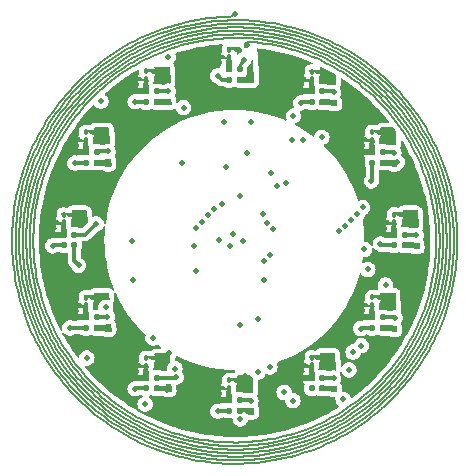
<source format=gtl>
%TF.GenerationSoftware,KiCad,Pcbnew,7.0.10-7.0.10~ubuntu22.04.1*%
%TF.CreationDate,2024-04-10T21:56:47+02:00*%
%TF.ProjectId,STM32_watch_NFC,53544d33-325f-4776-9174-63685f4e4643,rev?*%
%TF.SameCoordinates,Original*%
%TF.FileFunction,Copper,L1,Top*%
%TF.FilePolarity,Positive*%
%FSLAX46Y46*%
G04 Gerber Fmt 4.6, Leading zero omitted, Abs format (unit mm)*
G04 Created by KiCad (PCBNEW 7.0.10-7.0.10~ubuntu22.04.1) date 2024-04-10 21:56:47*
%MOMM*%
%LPD*%
G01*
G04 APERTURE LIST*
G04 Aperture macros list*
%AMRoundRect*
0 Rectangle with rounded corners*
0 $1 Rounding radius*
0 $2 $3 $4 $5 $6 $7 $8 $9 X,Y pos of 4 corners*
0 Add a 4 corners polygon primitive as box body*
4,1,4,$2,$3,$4,$5,$6,$7,$8,$9,$2,$3,0*
0 Add four circle primitives for the rounded corners*
1,1,$1+$1,$2,$3*
1,1,$1+$1,$4,$5*
1,1,$1+$1,$6,$7*
1,1,$1+$1,$8,$9*
0 Add four rect primitives between the rounded corners*
20,1,$1+$1,$2,$3,$4,$5,0*
20,1,$1+$1,$4,$5,$6,$7,0*
20,1,$1+$1,$6,$7,$8,$9,0*
20,1,$1+$1,$8,$9,$2,$3,0*%
G04 Aperture macros list end*
%TA.AperFunction,SMDPad,CuDef*%
%ADD10RoundRect,0.100000X0.100000X-0.130000X0.100000X0.130000X-0.100000X0.130000X-0.100000X-0.130000X0*%
%TD*%
%TA.AperFunction,SMDPad,CuDef*%
%ADD11RoundRect,0.125000X0.125000X-0.125000X0.125000X0.125000X-0.125000X0.125000X-0.125000X-0.125000X0*%
%TD*%
%TA.AperFunction,ViaPad*%
%ADD12C,0.500000*%
%TD*%
%TA.AperFunction,Conductor*%
%ADD13C,0.300000*%
%TD*%
%TA.AperFunction,Conductor*%
%ADD14C,0.250000*%
%TD*%
%TA.AperFunction,Conductor*%
%ADD15C,0.150000*%
%TD*%
G04 APERTURE END LIST*
D10*
%TO.P,C21,1*%
%TO.N,+5V*%
X134050000Y-103520000D03*
%TO.P,C21,2*%
%TO.N,GND*%
X134050000Y-102880000D03*
%TD*%
%TO.P,C15,1*%
%TO.N,+5V*%
X162050000Y-103515000D03*
%TO.P,C15,2*%
%TO.N,GND*%
X162050000Y-102875000D03*
%TD*%
D11*
%TO.P,D5,1,DOUT*%
%TO.N,Net-(D5-DOUT)*%
X160174356Y-112450000D03*
%TO.P,D5,2,VSS*%
%TO.N,GND*%
X161074356Y-112450000D03*
%TO.P,D5,3,DIN*%
%TO.N,Net-(D4-DOUT)*%
X161074356Y-111550000D03*
%TO.P,D5,4,VDD*%
%TO.N,+5V*%
X160174356Y-111550000D03*
%TD*%
%TO.P,D11,1,DOUT*%
%TO.N,Net-(D11-DOUT)*%
X135925644Y-98450000D03*
%TO.P,D11,2,VSS*%
%TO.N,GND*%
X136825644Y-98450000D03*
%TO.P,D11,3,DIN*%
%TO.N,Net-(D10-DOUT)*%
X136825644Y-97550000D03*
%TO.P,D11,4,VDD*%
%TO.N,+5V*%
X135925644Y-97550000D03*
%TD*%
D10*
%TO.P,C20,1*%
%TO.N,+5V*%
X135925000Y-110520000D03*
%TO.P,C20,2*%
%TO.N,GND*%
X135925000Y-109880000D03*
%TD*%
%TO.P,C23,1*%
%TO.N,+5V*%
X141050000Y-91375000D03*
%TO.P,C23,2*%
%TO.N,GND*%
X141050000Y-90735000D03*
%TD*%
D11*
%TO.P,D6,1,DOUT*%
%TO.N,unconnected-(D6-DOUT-Pad1)*%
X155050000Y-117574356D03*
%TO.P,D6,2,VSS*%
%TO.N,GND*%
X155950000Y-117574356D03*
%TO.P,D6,3,DIN*%
%TO.N,Net-(D5-DOUT)*%
X155950000Y-116674356D03*
%TO.P,D6,4,VDD*%
%TO.N,+5V*%
X155050000Y-116674356D03*
%TD*%
%TO.P,D8,1,DOUT*%
%TO.N,Net-(D8-DOUT)*%
X141050000Y-117574356D03*
%TO.P,D8,2,VSS*%
%TO.N,GND*%
X141950000Y-117574356D03*
%TO.P,D8,3,DIN*%
%TO.N,Net-(D7-DOUT)*%
X141950000Y-116674356D03*
%TO.P,D8,4,VDD*%
%TO.N,+5V*%
X141050000Y-116674356D03*
%TD*%
D10*
%TO.P,C22,1*%
%TO.N,+5V*%
X135925000Y-96525000D03*
%TO.P,C22,2*%
%TO.N,GND*%
X135925000Y-95885000D03*
%TD*%
%TO.P,C14,1*%
%TO.N,+5V*%
X160175000Y-96520000D03*
%TO.P,C14,2*%
%TO.N,GND*%
X160175000Y-95880000D03*
%TD*%
D11*
%TO.P,D2,1,DOUT*%
%TO.N,Net-(D2-DOUT)*%
X155050000Y-93325644D03*
%TO.P,D2,2,VSS*%
%TO.N,GND*%
X155950000Y-93325644D03*
%TO.P,D2,3,DIN*%
%TO.N,Net-(D1-DOUT)*%
X155950000Y-92425644D03*
%TO.P,D2,4,VDD*%
%TO.N,+5V*%
X155050000Y-92425644D03*
%TD*%
%TO.P,D1,1,DOUT*%
%TO.N,Net-(D1-DOUT)*%
X148050000Y-91450000D03*
%TO.P,D1,2,VSS*%
%TO.N,GND*%
X148950000Y-91450000D03*
%TO.P,D1,3,DIN*%
%TO.N,Net-(D1-DIN)*%
X148950000Y-90550000D03*
%TO.P,D1,4,VDD*%
%TO.N,+5V*%
X148050000Y-90550000D03*
%TD*%
D10*
%TO.P,C17,1*%
%TO.N,+5V*%
X155050000Y-115620000D03*
%TO.P,C17,2*%
%TO.N,GND*%
X155050000Y-114980000D03*
%TD*%
D11*
%TO.P,D7,1,DOUT*%
%TO.N,Net-(D7-DOUT)*%
X148050000Y-119450000D03*
%TO.P,D7,2,VSS*%
%TO.N,GND*%
X148950000Y-119450000D03*
%TO.P,D7,3,DIN*%
%TO.N,Net-(D7-DIN)*%
X148950000Y-118550000D03*
%TO.P,D7,4,VDD*%
%TO.N,+5V*%
X148050000Y-118550000D03*
%TD*%
%TO.P,D12,1,DOUT*%
%TO.N,Net-(D1-DIN)*%
X141050000Y-93325644D03*
%TO.P,D12,2,VSS*%
%TO.N,GND*%
X141950000Y-93325644D03*
%TO.P,D12,3,DIN*%
%TO.N,Net-(D11-DOUT)*%
X141950000Y-92425644D03*
%TO.P,D12,4,VDD*%
%TO.N,+5V*%
X141050000Y-92425644D03*
%TD*%
D10*
%TO.P,C16,1*%
%TO.N,+5V*%
X160175000Y-110500000D03*
%TO.P,C16,2*%
%TO.N,GND*%
X160175000Y-109860000D03*
%TD*%
%TO.P,C18,1*%
%TO.N,+5V*%
X148050000Y-117525000D03*
%TO.P,C18,2*%
%TO.N,GND*%
X148050000Y-116885000D03*
%TD*%
D11*
%TO.P,D4,1,DOUT*%
%TO.N,Net-(D4-DOUT)*%
X162050000Y-105450000D03*
%TO.P,D4,2,VSS*%
%TO.N,GND*%
X162950000Y-105450000D03*
%TO.P,D4,3,DIN*%
%TO.N,Net-(D3-DOUT)*%
X162950000Y-104550000D03*
%TO.P,D4,4,VDD*%
%TO.N,+5V*%
X162050000Y-104550000D03*
%TD*%
%TO.P,D3,1,DOUT*%
%TO.N,Net-(D3-DOUT)*%
X160174356Y-98450000D03*
%TO.P,D3,2,VSS*%
%TO.N,GND*%
X161074356Y-98450000D03*
%TO.P,D3,3,DIN*%
%TO.N,Net-(D2-DOUT)*%
X161074356Y-97550000D03*
%TO.P,D3,4,VDD*%
%TO.N,+5V*%
X160174356Y-97550000D03*
%TD*%
%TO.P,D10,1,DOUT*%
%TO.N,Net-(D10-DOUT)*%
X134050000Y-105450000D03*
%TO.P,D10,2,VSS*%
%TO.N,GND*%
X134950000Y-105450000D03*
%TO.P,D10,3,DIN*%
%TO.N,Net-(D10-DIN)*%
X134950000Y-104550000D03*
%TO.P,D10,4,VDD*%
%TO.N,+5V*%
X134050000Y-104550000D03*
%TD*%
%TO.P,D9,1,DOUT*%
%TO.N,Net-(D10-DIN)*%
X135925644Y-112450000D03*
%TO.P,D9,2,VSS*%
%TO.N,GND*%
X136825644Y-112450000D03*
%TO.P,D9,3,DIN*%
%TO.N,Net-(D8-DOUT)*%
X136825644Y-111550000D03*
%TO.P,D9,4,VDD*%
%TO.N,+5V*%
X135925644Y-111550000D03*
%TD*%
D10*
%TO.P,C12,1*%
%TO.N,+5V*%
X148050000Y-89520000D03*
%TO.P,C12,2*%
%TO.N,GND*%
X148050000Y-88880000D03*
%TD*%
%TO.P,C13,1*%
%TO.N,+5V*%
X155050000Y-91415000D03*
%TO.P,C13,2*%
%TO.N,GND*%
X155050000Y-90775000D03*
%TD*%
%TO.P,C19,1*%
%TO.N,+5V*%
X141050000Y-115645000D03*
%TO.P,C19,2*%
%TO.N,GND*%
X141050000Y-115005000D03*
%TD*%
D12*
%TO.N,+3.3V*%
X137200000Y-93250000D03*
X140950000Y-118900000D03*
%TO.N,+5V*%
X154460624Y-120050000D03*
X139700000Y-113700000D03*
X136400000Y-102000000D03*
%TO.N,/NRST*%
X159250000Y-113950000D03*
%TO.N,+3.3V*%
X158550000Y-114500000D03*
X153450000Y-118600000D03*
%TO.N,GND*%
X145250000Y-107650000D03*
X151500000Y-115750000D03*
%TO.N,BATT_STM*%
X150500000Y-116200000D03*
%TO.N,GND*%
X151000000Y-108400000D03*
X159800000Y-107500000D03*
%TO.N,+3.3V*%
X159500000Y-105800000D03*
%TO.N,GND*%
X144200000Y-93800000D03*
X153500000Y-94500000D03*
X144100000Y-98500000D03*
%TO.N,+BATT*%
X137599982Y-110700008D03*
X143450000Y-115890380D03*
%TO.N,GND*%
X139800000Y-105100000D03*
%TO.N,+5V*%
X151600000Y-99300002D03*
%TO.N,Net-(U3-RFO2)*%
X147600000Y-95000000D03*
%TO.N,Net-(U3-RFO1)*%
X149900000Y-95000000D03*
%TO.N,DIN_STM*%
X152700000Y-117900000D03*
%TO.N,/SWCLK*%
X157700000Y-118500000D03*
%TO.N,/SWDIO*%
X158200000Y-116000000D03*
%TO.N,Button_R*%
X161300000Y-108800000D03*
%TO.N,CHRG_STM*%
X141600000Y-113300000D03*
%TO.N,DONE_STM*%
X139900000Y-108400000D03*
%TO.N,Button_LT*%
X142900000Y-89500000D03*
%TO.N,Button_LB*%
X136000000Y-115000000D03*
%TO.N,Net-(U3-VDD_DR)*%
X152841590Y-100178612D03*
X154300000Y-96500000D03*
%TO.N,Net-(U3-RFO2)*%
X155900000Y-96300000D03*
%TO.N,Net-(U3-RFO1)*%
X153400000Y-96500000D03*
%TO.N,+5V*%
X149600000Y-97600000D03*
X152146795Y-100410819D03*
%TO.N,SPI_MOSI_STM*%
X157884846Y-103808385D03*
%TO.N,SPI_MISO_STM*%
X157340901Y-104249911D03*
%TO.N,SPI_SCL_STM*%
X158394578Y-103328618D03*
%TO.N,SPI_CS_STM*%
X158889045Y-102800000D03*
%TO.N,SPI_IRQ_STM*%
X159350000Y-102250000D03*
%TO.N,CHRG_STM*%
X148408159Y-104500000D03*
%TO.N,DONE_STM*%
X149213312Y-105060802D03*
%TO.N,Button_R*%
X151300000Y-103600000D03*
%TO.N,/SWDIO*%
X151800000Y-104100000D03*
%TO.N,/SWCLK*%
X151487548Y-106235757D03*
%TO.N,DIN_STM*%
X151021805Y-106823623D03*
%TO.N,Button_LT*%
X147200000Y-105000000D03*
%TO.N,Button_LB*%
X145100000Y-105500000D03*
%TO.N,BATT_STM*%
X149000000Y-101300000D03*
%TO.N,SPI_MOSI_STM*%
X147433947Y-101949274D03*
%TO.N,SPI_MISO_STM*%
X146811849Y-102368196D03*
%TO.N,SPI_SCL_STM*%
X146292857Y-102909630D03*
%TO.N,SPI_CS_STM*%
X145790177Y-103466242D03*
%TO.N,SPI_IRQ_STM*%
X145259442Y-103996170D03*
%TO.N,/NRST*%
X148100000Y-105500000D03*
X149000000Y-112200000D03*
%TO.N,+3.3V*%
X150500000Y-111700000D03*
X150940546Y-102829742D03*
X147800000Y-98800000D03*
%TO.N,GND*%
X156900000Y-117600000D03*
X142815380Y-117684620D03*
X136800000Y-95900000D03*
X155900000Y-115000000D03*
X141900000Y-90800000D03*
X137800000Y-98500000D03*
X162299999Y-98399999D03*
X136800000Y-109900000D03*
X148900000Y-88900000D03*
X155900000Y-90800000D03*
X161000000Y-95900000D03*
X161000000Y-109900000D03*
X135400000Y-103050000D03*
X135300000Y-107149984D03*
X149720000Y-91099996D03*
X137880000Y-112521316D03*
X156900000Y-93400000D03*
X142950002Y-114599998D03*
X163900000Y-105500000D03*
X142900000Y-93300000D03*
X162900000Y-102900000D03*
X162000000Y-112500000D03*
X149900000Y-119500000D03*
X149400000Y-116500000D03*
%TO.N,/NFC_RFID/A2*%
X149550000Y-88500000D03*
%TO.N,/NFC_RFID/A1*%
X148575000Y-85850000D03*
%TO.N,Net-(D7-DIN)*%
X149900000Y-118600000D03*
X148999992Y-120150000D03*
%TO.N,Net-(D1-DOUT)*%
X156900000Y-92500000D03*
X147100000Y-91100000D03*
%TO.N,Net-(D1-DIN)*%
X149300000Y-89750000D03*
X140100000Y-93300000D03*
%TO.N,Net-(D2-DOUT)*%
X162000000Y-97600000D03*
X154100000Y-93400000D03*
%TO.N,Net-(D3-DOUT)*%
X163900000Y-104600000D03*
X160100000Y-100000000D03*
%TO.N,Net-(D4-DOUT)*%
X162100000Y-111600000D03*
X160850000Y-105350000D03*
%TO.N,Net-(D5-DOUT)*%
X159200000Y-112500000D03*
X156900000Y-116700000D03*
%TO.N,Net-(D7-DOUT)*%
X147100000Y-119500000D03*
X143585121Y-116614880D03*
%TO.N,Net-(D8-DOUT)*%
X137742707Y-111500427D03*
X140100000Y-117600000D03*
%TO.N,Net-(D10-DIN)*%
X136800000Y-103650000D03*
X134570000Y-112450000D03*
%TO.N,Net-(D10-DOUT)*%
X133100000Y-105500000D03*
X137800000Y-97500000D03*
%TO.N,Net-(D11-DOUT)*%
X135000000Y-98500000D03*
X142900000Y-92400000D03*
%TD*%
D13*
%TO.N,Net-(D1-DOUT)*%
X147450000Y-91450000D02*
X147100000Y-91100000D01*
X148050000Y-91450000D02*
X147450000Y-91450000D01*
D14*
%TO.N,Net-(D1-DIN)*%
X148950000Y-90100000D02*
X149300000Y-89750000D01*
X148950000Y-90550000D02*
X148950000Y-90100000D01*
D13*
%TO.N,Net-(D10-DIN)*%
X136750000Y-103650000D02*
X136800000Y-103650000D01*
X135850000Y-104550000D02*
X136750000Y-103650000D01*
%TO.N,GND*%
X134950000Y-105450000D02*
X134950000Y-106799984D01*
X134950000Y-106799984D02*
X135300000Y-107149984D01*
%TO.N,Net-(D4-DOUT)*%
X160950000Y-105450000D02*
X160850000Y-105350000D01*
X162050000Y-105450000D02*
X160950000Y-105450000D01*
%TO.N,Net-(D3-DOUT)*%
X160174356Y-98450000D02*
X160174356Y-99925644D01*
X160174356Y-99925644D02*
X160100000Y-100000000D01*
%TO.N,Net-(D8-DOUT)*%
X136825644Y-111550000D02*
X137693134Y-111550000D01*
X137693134Y-111550000D02*
X137742707Y-111500427D01*
%TO.N,Net-(D7-DOUT)*%
X143525644Y-116674356D02*
X141950000Y-116674356D01*
X143585122Y-116614878D02*
X143525644Y-116674356D01*
%TO.N,Net-(D10-DIN)*%
X134570000Y-112450000D02*
X135925644Y-112450000D01*
%TO.N,+5V*%
X134024784Y-104550000D02*
X134050000Y-104550000D01*
X135925000Y-97549356D02*
X135925644Y-97550000D01*
X135925000Y-111549356D02*
X135925644Y-111550000D01*
X160174356Y-110500644D02*
X160175000Y-110500000D01*
X160174356Y-96520644D02*
X160175000Y-96520000D01*
D15*
%TO.N,/NFC_RFID/A1*%
X164957295Y-114366294D02*
X164725967Y-114765534D01*
X166100539Y-98349297D02*
X166262042Y-98780421D01*
X155074525Y-89469114D02*
X155456651Y-89631643D01*
X131529492Y-109824046D02*
X131417563Y-109403977D01*
X156719072Y-89910285D02*
X157089978Y-90113092D01*
X162987022Y-114713102D02*
X162747730Y-115063956D01*
X135658531Y-116263388D02*
X135387560Y-115943169D01*
X155501291Y-120669064D02*
X155117577Y-120834824D01*
X166636387Y-109150207D02*
X166532694Y-109591907D01*
X130169632Y-102366114D02*
X130241121Y-101914433D01*
X165851850Y-104252471D02*
X165868625Y-104676080D01*
X165013748Y-111431482D02*
X164854505Y-111832837D01*
X131077525Y-110415385D02*
X130951227Y-109984074D01*
X163139756Y-93753063D02*
X163414786Y-94112606D01*
X131330757Y-98920967D02*
X131486506Y-98498598D01*
X165718765Y-110292921D02*
X165587281Y-110711840D01*
X141680605Y-88395104D02*
X142092226Y-88229231D01*
X159532380Y-91778856D02*
X159856770Y-92050275D01*
X146421807Y-87439680D02*
X146855754Y-87390377D01*
X135379902Y-93696266D02*
X135662877Y-93374476D01*
X130777048Y-107743786D02*
X130716371Y-107305736D01*
X133705487Y-116723792D02*
X133423770Y-116355460D01*
X136265494Y-119399121D02*
X135917504Y-119092978D01*
X133161555Y-114353448D02*
X132938094Y-113972360D01*
X162666748Y-94122202D02*
X162932861Y-94470026D01*
X136461446Y-119171958D02*
X136118971Y-118870693D01*
X146291841Y-123814055D02*
X145833098Y-123752933D01*
X165839920Y-109870929D02*
X165718765Y-110292921D01*
X130124546Y-100951199D02*
X130230790Y-100498753D01*
X132795885Y-111646279D02*
X132638898Y-111256877D01*
X146053194Y-122269168D02*
X145632408Y-122202650D01*
X137352557Y-119512267D02*
X137001506Y-119232806D01*
X167075000Y-105100000D02*
X167070607Y-105553428D01*
X167021435Y-103741154D02*
X167050405Y-104193590D01*
X164385012Y-113537266D02*
X164174217Y-113922686D01*
X161747216Y-115889643D02*
X161479353Y-116209807D01*
X144636578Y-87450083D02*
X145070694Y-87356982D01*
X141273205Y-88571017D02*
X141680605Y-88395104D01*
X136468392Y-91714834D02*
X136799769Y-91420254D01*
X130029443Y-101406087D02*
X130124546Y-100951199D01*
X151821229Y-123664402D02*
X151364837Y-123739023D01*
X130951227Y-109984074D02*
X130835544Y-109549765D01*
X138945231Y-119549383D02*
X138592858Y-119309050D01*
X147704399Y-123330359D02*
X147257188Y-123304057D01*
X139444608Y-121261526D02*
X139050139Y-121032980D01*
X156613092Y-89180720D02*
X157001910Y-89381132D01*
X155304135Y-88914786D02*
X155699796Y-89083117D01*
X142068072Y-120869469D02*
X141682562Y-120705490D01*
X144089870Y-123105448D02*
X143649040Y-122990470D01*
X143524100Y-88367002D02*
X143935964Y-88246343D01*
X165737674Y-101251607D02*
X165828106Y-101673117D01*
X143246947Y-121303921D02*
X142850500Y-121168774D01*
X139985961Y-121215734D02*
X139592478Y-121000500D01*
X157707289Y-119481982D02*
X157352197Y-119702160D01*
X151300872Y-86892198D02*
X151747101Y-86962810D01*
X161137678Y-117036863D02*
X160841786Y-117341787D01*
X164235483Y-112495033D02*
X164050338Y-112877047D01*
X153430939Y-87643230D02*
X153858234Y-87765923D01*
X161266050Y-117766051D02*
X160952203Y-118073925D01*
X166262042Y-98780421D02*
X166412926Y-99215405D01*
X134551450Y-92367138D02*
X134867313Y-92025396D01*
X160538478Y-117639377D02*
X160227938Y-117929453D01*
X164854239Y-113281697D02*
X164649589Y-113678685D01*
X158838117Y-89777575D02*
X159211740Y-90032487D01*
X157287523Y-120435624D02*
X156909104Y-120645241D01*
X166881991Y-107811878D02*
X166811086Y-108259924D01*
X130730549Y-109112720D02*
X130636304Y-108673202D01*
X148600000Y-122150000D02*
X148181543Y-122146037D01*
X130321146Y-103751671D02*
X130358574Y-103303377D01*
X135523779Y-91365616D02*
X135863989Y-91047978D01*
X143175758Y-87218673D02*
X143615909Y-87089812D01*
X148148470Y-86706714D02*
X148599999Y-86700000D01*
X139703123Y-121744886D02*
X139296739Y-121522553D01*
X152662017Y-123188984D02*
X152217096Y-123284373D01*
X135456652Y-118243348D02*
X135137208Y-117917643D01*
X162211023Y-116270278D02*
X161933678Y-116601711D01*
X155806407Y-122497807D02*
X155377695Y-122670514D01*
X162092835Y-117329194D02*
X161789501Y-117657450D01*
X149025761Y-122443603D02*
X148600000Y-122450000D01*
X165508238Y-112594907D02*
X165320270Y-113008100D01*
X142811021Y-88920890D02*
X143209452Y-88782581D01*
X159437115Y-120487522D02*
X159056873Y-120749818D01*
X165236807Y-100495976D02*
X165345922Y-100905365D01*
X130617914Y-101523141D02*
X130709967Y-101082659D01*
X130912150Y-101581668D02*
X131002678Y-101148390D01*
X159939727Y-90569482D02*
X160293652Y-90851244D01*
X163735345Y-115213115D02*
X163483556Y-115582184D01*
X159966543Y-118950174D02*
X159623940Y-119225875D01*
X151769940Y-123368818D02*
X151320818Y-123442270D01*
X161159065Y-118291199D02*
X160832341Y-118596309D01*
X151924461Y-121813195D02*
X151513497Y-121890902D01*
X157001910Y-89381132D02*
X157385717Y-89591040D01*
X130636304Y-108673202D02*
X130552869Y-108231475D01*
X150447163Y-123854568D02*
X149986433Y-123895420D01*
X134377537Y-115116589D02*
X134135027Y-114765186D01*
X162537406Y-117732129D02*
X162224049Y-118071174D01*
X136040015Y-92540016D02*
X136351228Y-92234713D01*
X166823704Y-109664801D02*
X166707319Y-110110971D01*
X133641710Y-115634816D02*
X133386704Y-115265200D01*
X159056873Y-120749818D02*
X158670285Y-121002719D01*
X156343325Y-89716654D02*
X156719072Y-89910285D01*
X161902446Y-118402447D02*
X161572789Y-118725747D01*
X155161758Y-122110719D02*
X154742712Y-122267732D01*
X151616074Y-122482069D02*
X151188761Y-122552011D01*
X165525940Y-100415962D02*
X165636931Y-100832471D01*
X164278528Y-97208092D02*
X164468543Y-97594738D01*
X130275000Y-105100001D02*
X130279347Y-104650254D01*
X152305121Y-88600344D02*
X152709212Y-88695105D01*
X148133745Y-86106894D02*
X148575000Y-85900000D01*
X165628753Y-108054770D02*
X165552260Y-108472015D01*
X131132902Y-112335109D02*
X130959511Y-111904688D01*
X136351228Y-92234713D02*
X136669860Y-91937120D01*
X165471812Y-97621240D02*
X165651351Y-98037099D01*
X131239409Y-111796719D02*
X131079188Y-111369047D01*
X160124297Y-90332979D02*
X160483970Y-90619341D01*
X143262844Y-87505755D02*
X143695923Y-87378945D01*
X149047848Y-123343332D02*
X148600000Y-123350000D01*
X149036862Y-87304190D02*
X149473519Y-87319100D01*
X163172073Y-95872336D02*
X163395148Y-96232130D01*
X161596166Y-93320961D02*
X161882212Y-93642685D01*
X131613221Y-99022034D02*
X131766404Y-98606566D01*
X165571058Y-105516617D02*
X165556893Y-105933039D01*
X132904236Y-114507679D02*
X132677068Y-114120230D01*
X160331616Y-117422103D02*
X160026470Y-117707168D01*
X151541946Y-88145143D02*
X151957382Y-88221299D01*
X144235658Y-122523429D02*
X143809067Y-122412205D01*
X156390745Y-120577554D02*
X156009062Y-120765146D01*
X166553097Y-99653988D02*
X166682471Y-100095907D01*
X164923286Y-97864385D02*
X165097023Y-98266709D01*
X135615751Y-92115752D02*
X135937503Y-91800165D01*
X131554630Y-97544308D02*
X131744130Y-97127768D01*
X145989229Y-87499614D02*
X146421807Y-87439680D01*
X133140829Y-114889412D02*
X132904236Y-114507679D01*
X141723657Y-121700961D02*
X141317845Y-121528278D01*
X161928391Y-94161673D02*
X162193740Y-94491341D01*
X153031540Y-122791703D02*
X152596286Y-122896274D01*
X166343676Y-109084476D02*
X166241685Y-109519013D01*
X142349494Y-121303826D02*
X141953267Y-121146633D01*
X149975915Y-86447163D02*
X150433379Y-86485381D01*
X158056847Y-119253172D02*
X157707289Y-119481982D01*
X142025589Y-122143519D02*
X141608852Y-121978125D01*
X165691851Y-99915244D02*
X165815073Y-100335948D01*
X154037599Y-121559849D02*
X153632357Y-121689458D01*
X131500621Y-101698723D02*
X131588099Y-101279851D01*
X153544083Y-122965623D02*
X153104434Y-123082713D01*
X138712968Y-91061494D02*
X139059817Y-90822108D01*
X139654510Y-88364167D02*
X140067395Y-88148627D01*
X137001506Y-119232806D02*
X136657397Y-118944795D01*
X164300177Y-111603227D02*
X164136923Y-111987045D01*
X134773736Y-92568605D02*
X135084587Y-92232258D01*
X131439619Y-108077609D02*
X131370554Y-107655747D01*
X159201449Y-91515498D02*
X159532380Y-91778856D01*
X152502312Y-87722212D02*
X152927894Y-87822077D01*
X130358574Y-103303377D02*
X130406997Y-102856108D01*
X135571756Y-117503919D02*
X135270405Y-117181241D01*
X165444963Y-101317337D02*
X165533870Y-101731644D01*
X143729054Y-122701337D02*
X143298222Y-122577619D01*
X143889081Y-122123072D02*
X143472393Y-122003454D01*
X144049109Y-121544806D02*
X143646564Y-121429290D01*
X153190897Y-88510628D02*
X153596978Y-88627170D01*
X164733850Y-111323514D02*
X164577341Y-111718032D01*
X130418627Y-107342459D02*
X130367904Y-106895705D01*
X129975000Y-105100001D02*
X129979437Y-104642891D01*
X143535895Y-86800679D02*
X143986224Y-86680774D01*
X133838816Y-95236893D02*
X134084356Y-94876931D01*
X137049301Y-118490470D02*
X136723374Y-118203837D01*
X138726475Y-90323226D02*
X139091462Y-90084378D01*
X134867313Y-92025396D02*
X135191487Y-91691488D01*
X135084587Y-92232258D02*
X135403619Y-91903620D01*
X166794922Y-101942882D02*
X166868080Y-102390187D01*
X166412926Y-99215405D02*
X166553097Y-99653988D01*
X158723531Y-120250936D02*
X158349286Y-120495807D01*
X140410218Y-120422004D02*
X140036086Y-120217422D01*
X143472393Y-122003454D02*
X143058738Y-121873638D01*
X165796481Y-106793706D02*
X165750899Y-107215362D01*
X166682471Y-100095907D02*
X166800969Y-100540895D01*
X142870529Y-122443355D02*
X142446233Y-122298627D01*
X158890202Y-120500377D02*
X158509785Y-120749263D01*
X131999582Y-109258189D02*
X131901391Y-108849798D01*
X132828918Y-97640834D02*
X133015678Y-97255512D01*
X163652165Y-113626947D02*
X163439375Y-113994380D01*
X163348314Y-96745184D02*
X163549943Y-97109089D01*
X135662877Y-93374476D02*
X135953684Y-93059707D01*
X140078767Y-89157896D02*
X140472045Y-88952529D01*
X156230725Y-122314642D02*
X155806407Y-122497807D01*
X131799205Y-111580782D02*
X131644115Y-111166913D01*
X154032405Y-87191759D02*
X154470627Y-87329358D01*
X131470289Y-99441108D02*
X131613221Y-99022034D01*
X154319913Y-122414424D02*
X153893613Y-122550705D01*
X143809067Y-122412205D02*
X143385307Y-122290536D01*
X129675000Y-105100001D02*
X129679528Y-104635529D01*
X151100722Y-121958505D02*
X150686384Y-122015961D01*
X131901391Y-108849798D02*
X131813246Y-108439093D01*
X153590966Y-87064964D02*
X154032405Y-87191759D01*
X162040737Y-92918026D02*
X162336537Y-93250782D01*
X152812858Y-121918675D02*
X152399095Y-122018142D01*
X164411186Y-112108617D02*
X164235483Y-112495033D01*
X131472934Y-96999502D02*
X131675841Y-96581095D01*
X166151489Y-104237751D02*
X166168535Y-104668717D01*
X164830605Y-100176500D02*
X164947675Y-100575990D01*
X166929098Y-109215937D02*
X166823704Y-109664801D01*
X146458530Y-87737424D02*
X146885159Y-87688933D01*
X151798389Y-86667226D02*
X152250017Y-86750121D01*
X138770463Y-89577466D02*
X139153763Y-89339907D01*
X160537497Y-119645883D02*
X160177649Y-119935387D01*
X166292937Y-111430635D02*
X166133340Y-111863356D01*
X162945100Y-94997041D02*
X163189693Y-95351479D01*
X145581120Y-122498233D02*
X145154826Y-122420056D01*
X165293646Y-111539451D02*
X165131669Y-111947642D01*
X157139653Y-120174597D02*
X156767685Y-120380664D01*
X137721696Y-119039259D02*
X137382142Y-118768999D01*
X149876086Y-122399484D02*
X149451209Y-122426761D01*
X139844542Y-121480310D02*
X139444608Y-121261526D01*
X153906000Y-89038509D02*
X154298965Y-89172459D01*
X165739268Y-102986073D02*
X165787151Y-103407214D01*
X135953684Y-93059707D02*
X136252147Y-92752148D01*
X154188313Y-88183933D02*
X154602166Y-88325069D01*
X162454549Y-95342526D02*
X162690811Y-95684821D01*
X157533587Y-89330014D02*
X157918513Y-89552999D01*
X137710337Y-119783011D02*
X137352557Y-119512267D01*
X145901190Y-86906108D02*
X146348360Y-86844192D01*
X151695812Y-87258393D02*
X152132963Y-87338592D01*
X136620870Y-119696612D02*
X136265494Y-119399121D01*
X141560990Y-120979753D02*
X141172900Y-120803283D01*
X131652584Y-98080151D02*
X131828893Y-97665880D01*
X164421152Y-98997109D02*
X164567263Y-99386822D01*
X130521800Y-100571647D02*
X130637247Y-100129037D01*
X146097213Y-121972415D02*
X145683697Y-121907067D01*
X163977984Y-114838002D02*
X163735345Y-115213115D01*
X154703233Y-88042606D02*
X155120426Y-88196431D01*
X134749881Y-117047195D02*
X134459947Y-116704441D01*
X164872825Y-96401994D02*
X165082430Y-96803442D01*
X129681871Y-105564414D02*
X129675000Y-105100001D01*
X157301590Y-90582274D02*
X157655879Y-90799204D01*
X138393133Y-89824345D02*
X138770463Y-89577466D01*
X140036086Y-120217422D02*
X139667063Y-120003705D01*
X130328158Y-106447813D02*
X130299414Y-105999051D01*
X152436582Y-88014923D02*
X152855000Y-88113086D01*
X157352197Y-119702160D02*
X156991784Y-119913571D01*
X159395589Y-118254464D02*
X159070232Y-118516363D01*
X134601615Y-94175554D02*
X134873025Y-93834564D01*
X130627345Y-106425743D02*
X130599052Y-105984330D01*
X155821368Y-88808854D02*
X156219499Y-88989923D01*
X135048119Y-117382709D02*
X134749881Y-117047195D01*
X157017742Y-88376818D02*
X157426167Y-88587403D01*
X152927894Y-87822077D02*
X153350925Y-87932363D01*
X132688107Y-112153257D02*
X132518721Y-111761084D01*
X164468543Y-97594738D02*
X164649023Y-97985958D01*
X132962370Y-112031685D02*
X132795885Y-111646279D01*
X163855859Y-113254427D02*
X163652165Y-113626947D01*
X137901888Y-120290151D02*
X137531627Y-120023973D01*
X151490658Y-88440726D02*
X151898855Y-88515534D01*
X135917504Y-119092978D02*
X135577111Y-118778369D01*
X136521907Y-118426122D02*
X136197697Y-118126546D01*
X160890110Y-119347654D02*
X160537497Y-119645883D01*
X161203694Y-116523323D02*
X160920404Y-116830001D01*
X162740845Y-115587566D02*
X162480132Y-115932162D01*
X131687230Y-112105499D02*
X131519307Y-111688751D01*
X131943809Y-96715979D02*
X132153546Y-96309188D01*
X131675841Y-96581095D02*
X131888970Y-96167769D01*
X134338673Y-94523080D02*
X134601615Y-94175554D01*
X138193412Y-91068341D02*
X138540226Y-90816219D01*
X139394933Y-88850786D02*
X139795929Y-88628743D01*
X132557721Y-97512568D02*
X132747711Y-97120629D01*
X152191490Y-87044356D02*
X152633773Y-87136791D01*
X163217616Y-114356504D02*
X162987022Y-114713102D01*
X160980294Y-91440451D02*
X161312595Y-91747544D01*
X135492690Y-116979773D02*
X135204206Y-116655291D01*
X145965156Y-122862674D02*
X145529831Y-122793817D01*
X137889047Y-119542048D02*
X137537126Y-119275763D01*
X129995093Y-104186000D02*
X130021959Y-103729602D01*
X138661374Y-120794806D02*
X138278546Y-120547147D01*
X164577341Y-111718032D02*
X164411186Y-112108617D01*
X151188761Y-122552011D02*
X150759831Y-122611449D01*
X152100042Y-122695901D02*
X151667363Y-122777652D01*
X144730552Y-122331434D02*
X144308552Y-122232420D01*
X150300137Y-122361791D02*
X149876086Y-122399484D01*
X145154826Y-122420056D02*
X144730552Y-122331434D01*
X166129053Y-109950943D02*
X166005847Y-110380007D01*
X129770793Y-106954515D02*
X129729784Y-106491951D01*
X132633917Y-115210411D02*
X132389599Y-114816141D01*
X147257188Y-123304057D02*
X146810727Y-123266787D01*
X129872879Y-102322095D02*
X129945538Y-101863144D01*
X131179076Y-104672341D02*
X131193648Y-104244881D01*
X153545271Y-121402376D02*
X153144014Y-121519959D01*
X164506680Y-112623300D02*
X164318305Y-113011930D01*
X139937348Y-88893319D02*
X140337162Y-88684562D01*
X130348114Y-100049023D02*
X130476447Y-99602281D01*
X131002484Y-102929554D02*
X131059891Y-102498171D01*
X136983418Y-119985274D02*
X136620870Y-119696612D01*
X130060019Y-103273972D02*
X130109253Y-102819384D01*
X152399095Y-122018142D02*
X151982988Y-122107430D01*
X137572460Y-118537096D02*
X137245253Y-118263307D01*
X162716636Y-116116731D02*
X162442926Y-116460596D01*
X141044633Y-121074480D02*
X140654349Y-120885298D01*
X164681741Y-95460976D02*
X164914470Y-95857967D01*
X165445547Y-111127434D02*
X165293646Y-111539451D01*
X130763529Y-99689366D02*
X130900572Y-99252899D01*
X166037012Y-102949350D02*
X166085706Y-103377809D01*
X166768354Y-104653992D02*
X166775000Y-105100000D01*
X165681069Y-102566263D02*
X165739268Y-102986073D01*
X139050139Y-121032980D02*
X138661374Y-120794806D01*
X132345372Y-95357352D02*
X132588374Y-94960751D01*
X132324864Y-99723422D02*
X132460610Y-99325235D01*
X136757661Y-90670069D02*
X137114635Y-90382866D01*
X131144036Y-108128898D02*
X131073801Y-107699766D01*
X146810727Y-123266787D02*
X146365287Y-123218567D01*
X131880810Y-101345581D02*
X131976847Y-100936117D01*
X165550788Y-109790915D02*
X165431683Y-110205836D01*
X141516350Y-89119543D02*
X141910215Y-88949431D01*
X132479743Y-96985745D02*
X132682699Y-96592026D01*
X165533870Y-101731644D02*
X165612588Y-102148036D01*
X132211776Y-96850862D02*
X132418122Y-96450607D01*
X146311637Y-86546449D02*
X146767538Y-86494711D01*
X158348027Y-91258864D02*
X158685468Y-91501320D01*
X131475000Y-105100000D02*
X131478986Y-104679703D01*
X130930540Y-108614675D02*
X130848452Y-108180186D01*
X158171433Y-90775338D02*
X158520770Y-91013589D01*
X148141107Y-86406804D02*
X148599999Y-86400000D01*
X165552211Y-104267192D02*
X165568715Y-104683442D01*
X138609964Y-89324010D02*
X138999532Y-89082589D01*
X140485471Y-87943272D02*
X140908488Y-87748228D01*
X150433379Y-86485381D02*
X150889796Y-86534818D01*
X152739964Y-121627666D02*
X152333365Y-121725431D01*
X165302423Y-110617736D02*
X165163084Y-111026367D01*
X132787487Y-113059350D02*
X132595858Y-112669396D01*
X166941874Y-107362255D02*
X166881991Y-107811878D01*
X133664732Y-116176750D02*
X133396435Y-115807559D01*
X130620333Y-103773741D02*
X130657130Y-103332782D01*
X153304042Y-122098224D02*
X152885752Y-122209685D01*
X142305686Y-87508574D02*
X142738930Y-87358289D01*
X151364837Y-123739023D02*
X150906723Y-123802424D01*
X158458376Y-89531923D02*
X158838117Y-89777575D01*
X165824686Y-103829431D02*
X165851850Y-104252471D01*
X167090505Y-101891593D02*
X167164833Y-102346168D01*
X130257286Y-108282763D02*
X130183542Y-107831824D01*
X165350398Y-96668559D02*
X165553330Y-97081672D01*
X159342062Y-92010759D02*
X159660818Y-92277438D01*
X137072795Y-92381690D02*
X137387624Y-92101742D01*
X131263571Y-106807490D02*
X131225719Y-106381604D01*
X137352917Y-120264935D02*
X136983418Y-119985274D01*
X130666460Y-106866300D02*
X130627345Y-106425743D01*
X165368657Y-109300331D02*
X165261655Y-109710901D01*
X135885162Y-93575944D02*
X136170958Y-93266569D01*
X163238281Y-115409441D02*
X162981807Y-115766276D01*
X166455809Y-105977200D02*
X166430073Y-106415226D01*
X131206386Y-101640196D02*
X131295389Y-101214120D01*
X162388004Y-116993615D02*
X162092835Y-117329194D01*
X166423060Y-103785293D02*
X166451127Y-104223031D01*
X160483970Y-90619341D02*
X160836529Y-90914462D01*
X163376260Y-93568494D02*
X163655748Y-93933896D01*
X130959511Y-111904688D02*
X130796725Y-111470114D01*
X131926578Y-111065846D02*
X131784078Y-110655231D01*
X132634243Y-96055511D02*
X132860009Y-95665814D01*
X136006305Y-117090195D02*
X135714975Y-116778306D01*
X140127380Y-120951157D02*
X139740347Y-120739474D01*
X131818625Y-109744032D02*
X131708572Y-109331083D01*
X160778826Y-91662736D02*
X161105733Y-91964818D01*
X139795929Y-88628743D02*
X140202279Y-88416594D01*
X166241685Y-109519013D02*
X166129053Y-109950943D01*
X164100497Y-98229102D02*
X164265532Y-98611125D01*
X140202279Y-88416594D02*
X140613738Y-88214469D01*
X166981372Y-103289593D02*
X167021435Y-103741154D01*
X135990835Y-118343820D02*
X135668784Y-118031216D01*
X159095942Y-119252141D02*
X158746145Y-119506420D01*
X131929748Y-98194956D02*
X132103156Y-97787453D01*
X131782267Y-113054195D02*
X131591056Y-112639547D01*
X162903252Y-93937633D02*
X163173824Y-94291316D01*
X166692147Y-106881921D02*
X166644130Y-107325532D01*
X161105733Y-91964818D02*
X161425149Y-92274851D01*
X155576797Y-121943479D02*
X155161758Y-122110719D01*
X133885586Y-114931857D02*
X133647741Y-114568413D01*
X161181761Y-91218165D02*
X161519457Y-91530270D01*
X144467630Y-123502276D02*
X144016976Y-123396457D01*
X136407865Y-90965928D02*
X136757661Y-90670069D01*
X167350043Y-104178870D02*
X167368173Y-104639268D01*
X161365927Y-118508473D02*
X161033809Y-118818595D01*
X156604298Y-88176332D02*
X157017742Y-88376818D01*
X140916367Y-121345677D02*
X140519465Y-121153265D01*
X143437014Y-88079919D02*
X143855951Y-87957210D01*
X130765831Y-98718833D02*
X130926711Y-98282661D01*
X139251961Y-90337835D02*
X139616456Y-90111863D01*
X136517312Y-117182688D02*
X136223579Y-116883333D01*
X165131669Y-111947642D02*
X164959712Y-112351762D01*
X133602199Y-95602748D02*
X133838816Y-95236893D01*
X134825834Y-117584177D02*
X134522718Y-117243147D01*
X151168815Y-87782456D02*
X151593235Y-87849559D01*
X158520770Y-91013589D02*
X158864178Y-91260358D01*
X139412460Y-90591291D02*
X139770687Y-90369182D01*
X166499338Y-101994171D02*
X166571327Y-102434206D01*
X156219499Y-88989923D02*
X156613092Y-89180720D01*
X131499220Y-110749335D02*
X131364607Y-110328300D01*
X155699796Y-89083117D02*
X156091232Y-89261119D01*
X140953128Y-122351067D02*
X140531567Y-122159267D01*
X144833769Y-88328214D02*
X145246275Y-88239689D01*
X149033123Y-122743513D02*
X148600000Y-122750000D01*
X131493286Y-104259602D02*
X131517894Y-103839949D01*
X163926202Y-94306071D02*
X164187456Y-94684795D01*
X165497925Y-106764301D02*
X165453155Y-107178639D01*
X155347187Y-121389152D02*
X154945821Y-121550923D01*
X166990702Y-106911327D02*
X166941874Y-107362255D01*
X141394777Y-88845280D02*
X141795410Y-88672268D01*
X166393339Y-100175920D02*
X166509959Y-100613789D01*
X154905367Y-87477679D02*
X155336363Y-87636635D01*
X138930962Y-89830922D02*
X139307994Y-89597226D01*
X162109374Y-93446734D02*
X162392197Y-93781037D01*
X142457463Y-121023928D02*
X142068072Y-120869469D01*
X143569026Y-123279603D02*
X143124051Y-123151783D01*
X130875000Y-105100001D02*
X130879166Y-104664978D01*
X135336831Y-94215199D02*
X135607065Y-93892218D01*
X146914564Y-87987488D02*
X147334948Y-87950111D01*
X131423454Y-102119587D02*
X131500621Y-101698723D01*
X134295555Y-117439099D02*
X133996141Y-117085077D01*
X138765600Y-119063774D02*
X138425176Y-118819162D01*
X133156295Y-96351250D02*
X133374647Y-95974275D01*
X142709954Y-88638427D02*
X143115348Y-88497723D01*
X131127871Y-102068299D02*
X131206386Y-101640196D01*
X156577653Y-90174861D02*
X156942109Y-90374118D01*
X151718652Y-123073235D02*
X151276799Y-123145517D01*
X135519135Y-92645982D02*
X135827883Y-92327884D01*
X131930310Y-114010135D02*
X131715618Y-113598884D01*
X147674959Y-123929636D02*
X147213049Y-123902432D01*
X143152843Y-121588780D02*
X142749433Y-121451237D01*
X140659834Y-121888070D02*
X140249698Y-121689199D01*
X141439417Y-121254015D02*
X141044633Y-121074480D01*
X161373881Y-93522429D02*
X161655049Y-93838637D01*
X133593805Y-94531446D02*
X133856749Y-94165661D01*
X132353795Y-110467022D02*
X132225853Y-110067043D01*
X148155832Y-87006623D02*
X148599999Y-87000000D01*
X163680926Y-94478814D02*
X163938016Y-94851466D01*
X135104928Y-94024881D02*
X135379902Y-93696266D01*
X165178741Y-113961523D02*
X164957295Y-114366294D01*
X153224028Y-121809092D02*
X152812858Y-121918675D01*
X159274652Y-119493103D02*
X158918887Y-119751695D01*
X162315121Y-117530662D02*
X162006775Y-117864312D01*
X131214361Y-110843440D02*
X131077525Y-110415385D01*
X141255071Y-89570453D02*
X141637922Y-89393805D01*
X160952203Y-118073925D02*
X160630873Y-118374024D01*
X135668784Y-118031216D02*
X135354482Y-117710781D01*
X146869538Y-122669676D02*
X146438734Y-122623080D01*
X144015978Y-88535476D02*
X144423588Y-88426830D01*
X163549943Y-97109089D02*
X163742594Y-97477859D01*
X139247064Y-88589760D02*
X139654510Y-88364167D01*
X154470627Y-87329358D02*
X154905367Y-87477679D01*
X154602166Y-88325069D02*
X155012457Y-88476328D01*
X163974107Y-115927669D02*
X163704694Y-116302405D01*
X138540226Y-90816219D02*
X138893146Y-90572667D01*
X143559478Y-121716372D02*
X143152843Y-121588780D01*
X130644644Y-111031649D02*
X130503361Y-110589556D01*
X133348743Y-95442249D02*
X133589375Y-95070222D01*
X161354953Y-117243725D02*
X161053918Y-117553919D01*
X165233975Y-112473335D02*
X165049073Y-112879833D01*
X143611185Y-88654084D02*
X144015978Y-88535476D01*
X134522718Y-117243147D02*
X134228044Y-116894759D01*
X130536704Y-101965721D02*
X130617914Y-101523141D01*
X138445217Y-120297706D02*
X138074631Y-120044876D01*
X159623940Y-119225875D02*
X159274652Y-119493103D01*
X131198330Y-105954890D02*
X131181419Y-105527603D01*
X130021959Y-103729602D02*
X130060019Y-103273972D01*
X136947979Y-90901973D02*
X137299205Y-90619370D01*
X155012457Y-88476328D02*
X155418940Y-88637622D01*
X133374647Y-95974275D02*
X133602199Y-95602748D01*
X164010561Y-97342976D02*
X164197346Y-97723005D01*
X160052722Y-91823112D02*
X160375891Y-92107307D01*
X132389599Y-114816141D02*
X132155015Y-114415969D01*
X145455703Y-86978974D02*
X145901190Y-86906108D01*
X130662094Y-110064088D02*
X130544535Y-109622659D01*
X154282418Y-87899075D02*
X154703233Y-88042606D01*
X150345164Y-87381047D02*
X150779627Y-87428049D01*
X138500875Y-121048262D02*
X138111875Y-120796588D01*
X136853349Y-118717633D02*
X136521907Y-118426122D01*
X162964160Y-114196005D02*
X162737581Y-114546431D01*
X152633773Y-87136791D02*
X153073682Y-87240058D01*
X160444626Y-91368787D02*
X160778826Y-91662736D01*
X162224049Y-118071174D02*
X161902446Y-118402447D01*
X131361652Y-111267980D02*
X131214361Y-110843440D01*
X146385084Y-87141936D02*
X146826349Y-87091822D01*
X159038997Y-90277763D02*
X159400307Y-90537471D01*
X145213353Y-122125820D02*
X144796282Y-122038723D01*
X130109253Y-102819384D02*
X130169632Y-102366114D01*
X141151632Y-88296754D02*
X141565800Y-88117940D01*
X135270405Y-117181241D02*
X134977043Y-116851243D01*
X130579257Y-104657616D02*
X130594370Y-104215441D01*
X161818452Y-93119494D02*
X162109374Y-93446734D01*
X161519457Y-91530270D02*
X161849413Y-91850587D01*
X162932861Y-94470026D02*
X163190375Y-94824298D01*
X156882859Y-88644785D02*
X157284748Y-88851979D01*
X132518721Y-111761084D02*
X132359000Y-111364845D01*
X139059817Y-90822108D02*
X139412460Y-90591291D01*
X150286354Y-87978158D02*
X150706180Y-88023537D01*
X131793778Y-100449093D02*
X131911857Y-100037708D01*
X134925577Y-93304362D02*
X135218306Y-92971541D01*
X130965015Y-106836895D02*
X130926532Y-106403674D01*
X154225808Y-122129566D02*
X153806527Y-122263623D01*
X139542803Y-89111812D02*
X139937348Y-88893319D01*
X159722698Y-91546953D02*
X160052722Y-91823112D01*
X132491505Y-110863712D02*
X132353795Y-110467022D01*
X150796554Y-122909193D02*
X150358948Y-122958901D01*
X132988615Y-113444459D02*
X132787487Y-113059350D01*
X133253191Y-113303040D02*
X133055454Y-112924467D01*
X140788100Y-121616874D02*
X140384582Y-121421232D01*
X138778559Y-119798824D02*
X138420116Y-119554325D01*
X165414652Y-99083621D02*
X165558350Y-99497718D01*
X154944846Y-122832659D02*
X154508122Y-122984141D01*
X131315970Y-108981259D02*
X131224775Y-108556147D01*
X146767538Y-86494711D02*
X147224601Y-86454175D01*
X129679528Y-104635529D02*
X129695455Y-104171280D01*
X141336190Y-87563612D02*
X141768320Y-87389538D01*
X131497968Y-105940169D02*
X131481329Y-105520240D01*
X130342069Y-108731729D02*
X130257286Y-108282763D01*
X158390189Y-119752054D02*
X158028288Y-119988894D01*
X152333365Y-121725431D02*
X151924461Y-121813195D01*
X132053464Y-112925929D02*
X131865318Y-112517974D01*
X134869543Y-115283201D02*
X134622812Y-114943846D01*
X133676192Y-114044987D02*
X133460146Y-113676622D01*
X163414786Y-94112606D02*
X163680926Y-94478814D01*
X167375000Y-105100000D02*
X167370516Y-105560791D01*
X157583262Y-120957676D02*
X157191942Y-121174394D01*
X164231441Y-114998501D02*
X163984786Y-115379786D01*
X162981807Y-115766276D02*
X162716636Y-116116731D01*
X130898691Y-105969610D02*
X130881509Y-105534965D01*
X138425176Y-118819162D02*
X138090835Y-118566251D01*
X132198939Y-100124793D02*
X132324864Y-99723422D01*
X133678347Y-96646989D02*
X133889284Y-96282737D01*
X152709212Y-88695105D02*
X153110883Y-88799761D01*
X135403619Y-91903620D02*
X135730641Y-91582891D01*
X133856749Y-94165661D02*
X134128607Y-93806415D01*
X133418873Y-114199217D02*
X133199120Y-113824491D01*
X153624097Y-123254756D02*
X153177328Y-123373722D01*
X131300228Y-102966277D02*
X131356644Y-102542190D01*
X161235276Y-119040880D02*
X160890110Y-119347654D01*
X167023438Y-108764650D02*
X166929098Y-109215937D01*
X158277582Y-121246071D02*
X157879001Y-121479728D01*
X162480132Y-115932162D02*
X162211023Y-116270278D01*
X140551637Y-120157428D02*
X140183955Y-119956396D01*
X156930279Y-121649423D02*
X156522128Y-121849933D01*
X133348530Y-94358704D02*
X133615786Y-93986951D01*
X163173824Y-94291316D02*
X163435651Y-94651556D01*
X164187456Y-94684795D02*
X164439354Y-95069840D01*
X131079188Y-111369047D02*
X130929503Y-110937544D01*
X147202531Y-86154988D02*
X147667829Y-86125228D01*
X142133557Y-121863622D02*
X141723657Y-121700961D01*
X133323422Y-112789584D02*
X133138251Y-112412863D01*
X138021998Y-90080393D02*
X138393133Y-89824345D01*
X153104434Y-123082713D02*
X152662017Y-123188984D01*
X134651503Y-115985514D02*
X134387619Y-115640620D01*
X147748560Y-122431443D02*
X147323396Y-122406496D01*
X133460146Y-113676622D02*
X133253191Y-113303040D01*
X138194741Y-90325668D02*
X138559804Y-90073786D01*
X156137328Y-121036343D02*
X155744436Y-121217590D01*
X135152739Y-93500314D02*
X135440592Y-93173009D01*
X152074436Y-87632828D02*
X152502312Y-87722212D01*
X146274914Y-86248705D02*
X146738133Y-86196156D01*
X164701050Y-98889140D02*
X164849726Y-99285755D01*
X133721172Y-113528752D02*
X133517768Y-113161621D01*
X145506992Y-87274558D02*
X145945210Y-87202861D01*
X139592478Y-121000500D02*
X139204370Y-120775661D01*
X164914470Y-95857967D02*
X165137401Y-96260575D01*
X164197346Y-97723005D02*
X164374760Y-98107530D01*
X164777877Y-112751567D02*
X164586272Y-113146814D01*
X165872140Y-110805945D02*
X165728010Y-111228501D01*
X163652467Y-96077899D02*
X163870366Y-96449445D01*
X156795395Y-121381456D02*
X156393861Y-121578737D01*
X145683697Y-121907067D02*
X145271881Y-121831584D01*
X130657130Y-103332782D02*
X130704741Y-102892831D01*
X157089978Y-90113092D02*
X157455821Y-90324955D01*
X131059891Y-102498171D02*
X131127871Y-102068299D01*
X134409219Y-93453928D02*
X134698414Y-93108410D01*
X134691850Y-116514123D02*
X134414999Y-116170084D01*
X150906723Y-123802424D02*
X150447163Y-123854568D01*
X130704741Y-102892831D02*
X130763138Y-102454152D01*
X133631965Y-96128506D02*
X133855655Y-95763247D01*
X150742904Y-87725793D02*
X151168815Y-87782456D01*
X163814519Y-96967670D02*
X164010561Y-97342976D01*
X165573544Y-111647419D02*
X165408833Y-112062447D01*
X137729146Y-120535427D02*
X137352917Y-120264935D01*
X158864178Y-91260358D02*
X159201449Y-91515498D01*
X165197549Y-97742813D02*
X165374187Y-98151904D01*
X165556893Y-105933039D02*
X165532511Y-106349018D01*
X156650394Y-122121130D02*
X156230725Y-122314642D01*
X167068264Y-104646630D02*
X167075000Y-105100000D01*
X149898155Y-122698671D02*
X149465929Y-122726399D01*
X141450995Y-87840776D02*
X141876289Y-87669435D01*
X130279347Y-104650254D02*
X130294732Y-104200720D01*
X134132261Y-115289331D02*
X133885586Y-114931857D01*
X156626266Y-120116088D02*
X156255862Y-120309587D01*
X164374760Y-98107530D02*
X164542696Y-98496320D01*
X154688552Y-89316022D02*
X155074525Y-89469114D01*
X130241121Y-101914433D02*
X130323679Y-101464614D01*
X132040005Y-99629317D02*
X132178147Y-99224168D01*
X157191942Y-121174394D02*
X156795395Y-121381456D01*
X149495370Y-123325677D02*
X149047848Y-123343332D01*
X165820641Y-98457266D02*
X165979579Y-98881488D01*
X137531627Y-120023973D02*
X137167987Y-119748771D01*
X166334756Y-102912627D02*
X166384262Y-103348404D01*
X138559804Y-90073786D02*
X138930962Y-89830922D01*
X155533745Y-88360458D02*
X155942940Y-88534591D01*
X148599999Y-87600000D02*
X149029500Y-87604100D01*
X134888007Y-115800945D02*
X134628581Y-115461911D01*
X162263022Y-92716558D02*
X162563700Y-93054830D01*
X155053789Y-121830821D02*
X154641645Y-121985269D01*
X166470787Y-105538704D02*
X166455809Y-105977200D01*
X163483556Y-115582184D02*
X163222769Y-115944986D01*
X138982372Y-120287893D02*
X138611888Y-120048265D01*
X164174217Y-113922686D02*
X163954012Y-114302841D01*
X143935964Y-88246343D02*
X144350694Y-88135821D01*
X144204906Y-87553802D02*
X144636578Y-87450083D01*
X155120426Y-88196431D02*
X155533745Y-88360458D01*
X145529831Y-122793817D02*
X145096299Y-122714291D01*
X139463870Y-119527525D02*
X139111902Y-119299942D01*
X140503024Y-89951625D02*
X140876696Y-89756431D01*
X165117687Y-100089415D02*
X165236807Y-100495976D01*
X162747730Y-115063956D02*
X162499882Y-115408856D01*
X152530556Y-122603563D02*
X152100042Y-122695901D01*
X163189644Y-116485870D02*
X162906732Y-116841232D01*
X131002678Y-101148390D02*
X131103819Y-100717435D01*
X133386704Y-115265200D02*
X133140829Y-114889412D01*
X166030384Y-101185877D02*
X166122342Y-101614590D01*
X139888216Y-120478448D02*
X139512832Y-120261024D01*
X162953140Y-116301301D02*
X162674829Y-116650914D01*
X165853442Y-111755388D02*
X165685997Y-112177252D01*
X157867788Y-119735438D02*
X157506428Y-119959479D01*
X146365287Y-123218567D02*
X145921137Y-123159427D01*
X141917620Y-122423417D02*
X141494047Y-122255289D01*
X155942940Y-88534591D02*
X156347765Y-88718726D01*
X149887638Y-87643911D02*
X150315759Y-87679603D01*
X156909104Y-120645241D02*
X156525629Y-120845521D01*
X159972955Y-92551877D02*
X160278284Y-92833914D01*
X155189330Y-89191950D02*
X155578223Y-89357380D01*
X150256949Y-88276714D02*
X150669457Y-88321281D01*
X165532511Y-106349018D02*
X165497925Y-106764301D01*
X138246466Y-119060124D02*
X137906265Y-118802755D01*
X131744130Y-97127768D02*
X131943809Y-96715979D01*
X132206912Y-98309761D02*
X132377419Y-97909025D01*
X165258024Y-108413488D02*
X165172834Y-108821555D01*
X146796944Y-86793266D02*
X147246670Y-86753362D01*
X159042888Y-91019396D02*
X159386019Y-91278994D01*
X138278546Y-120547147D02*
X137901888Y-120290151D01*
X164453953Y-111215545D02*
X164300177Y-111603227D01*
X144920718Y-123596998D02*
X144467630Y-123502276D01*
X163463731Y-116123695D02*
X163189644Y-116485870D01*
X158618875Y-89278467D02*
X159004788Y-89528134D01*
X164131392Y-96301575D02*
X164343672Y-96684832D01*
X149480649Y-123026038D02*
X149040486Y-123043423D01*
X157918513Y-89552999D02*
X158297876Y-89785380D01*
X147224601Y-86454175D02*
X147682549Y-86424866D01*
X133889284Y-96282737D02*
X134109111Y-95923746D01*
X158004762Y-91024779D02*
X158348027Y-91258864D01*
X131481329Y-105520240D02*
X131475000Y-105100000D01*
X131519307Y-111688751D02*
X131361652Y-111267980D01*
X167279928Y-103260188D02*
X167320622Y-103719084D01*
X156476032Y-88447529D02*
X156882859Y-88644785D01*
X165991732Y-107679820D02*
X165924336Y-108106058D01*
X136170958Y-93266569D02*
X136464279Y-92964280D01*
X136657397Y-118944795D02*
X136320439Y-118648408D01*
X149502960Y-86719823D02*
X149953846Y-86746350D01*
X131653397Y-102586209D02*
X131719038Y-102170876D01*
X165398226Y-107591782D02*
X165333170Y-108003481D01*
X131410066Y-112220304D02*
X131239409Y-111796719D01*
X162442926Y-116460596D02*
X162160841Y-116797663D01*
X165144601Y-110118750D02*
X165017564Y-110523631D01*
X165049073Y-112879833D02*
X164854239Y-113281697D01*
X163439375Y-113994380D02*
X163217616Y-114356504D01*
X142964634Y-122158497D02*
X142547300Y-122016164D01*
X147290809Y-87351736D02*
X147726710Y-87323782D01*
X164608248Y-96543413D02*
X164814463Y-96938325D01*
X149909707Y-87344724D02*
X150345164Y-87381047D01*
X143115348Y-88497723D02*
X143524100Y-88367002D01*
X148152093Y-123345675D02*
X147704399Y-123330359D01*
X132251552Y-113329117D02*
X132053464Y-112925929D01*
X130709967Y-101082659D02*
X130812809Y-100644541D01*
X132606098Y-98930472D02*
X132761240Y-98539371D01*
X132887822Y-115598542D02*
X132633917Y-115210411D01*
X165758255Y-108953016D02*
X165659666Y-109373225D01*
X137126310Y-117759266D02*
X136818283Y-117474724D01*
X157385717Y-89591040D02*
X157764283Y-89810318D01*
X140268799Y-120686581D02*
X139888216Y-120478448D01*
X148181543Y-122146037D02*
X147763281Y-122131804D01*
X140998538Y-89028060D02*
X141394777Y-88845280D01*
X136320439Y-118648408D02*
X135990835Y-118343820D01*
X138037482Y-91565386D02*
X138372122Y-91309304D01*
X130120883Y-107379182D02*
X130069349Y-106925110D01*
X160485147Y-92616640D02*
X160788753Y-92911247D01*
X143058738Y-121873638D02*
X142648366Y-121733700D01*
X131218707Y-103817879D02*
X131254241Y-103391592D01*
X133423770Y-116355460D02*
X133151160Y-115980301D01*
X164318305Y-113011930D02*
X164120436Y-113395847D01*
X161849413Y-91850587D02*
X162171428Y-92178926D01*
X165273492Y-99591823D02*
X165404769Y-100002329D01*
X131240360Y-109904060D02*
X131126554Y-109476871D01*
X130575000Y-105100001D02*
X130579257Y-104657616D01*
X138111875Y-120796588D02*
X137729146Y-120535427D01*
X165587281Y-110711840D02*
X165445547Y-111127434D01*
X148600000Y-123050000D02*
X148159456Y-123045766D01*
X132416042Y-114268099D02*
X132194886Y-113868716D01*
X155232382Y-121111988D02*
X154837852Y-121271025D01*
X152885752Y-122209685D02*
X152464826Y-122310852D01*
X166104206Y-100255934D02*
X166218950Y-100686683D01*
X160630873Y-118374024D02*
X160302254Y-118666166D01*
X131766404Y-98606566D02*
X131929748Y-98194956D01*
X144570848Y-87157372D02*
X145012167Y-87062746D01*
X159070232Y-118516363D02*
X158738522Y-118770216D01*
X137709251Y-91829585D02*
X138037482Y-91565386D01*
X131048294Y-98819900D02*
X131206608Y-98390629D01*
X139307994Y-89597226D02*
X139690672Y-89372838D01*
X165694979Y-107635801D02*
X165628753Y-108054770D01*
X143615909Y-87089812D02*
X144059118Y-86971784D01*
X153384055Y-122387357D02*
X152958646Y-122500694D01*
X156478209Y-89448687D02*
X156860491Y-89645708D01*
X165591467Y-113136366D02*
X165390174Y-113551464D01*
X129945538Y-101863144D02*
X130029443Y-101406087D01*
X131103819Y-100717435D02*
X131215512Y-100289065D01*
X156860491Y-89645708D02*
X157237848Y-89852066D01*
X152568043Y-87429501D02*
X153000788Y-87531067D01*
X133996141Y-117085077D02*
X133705487Y-116723792D01*
X164819860Y-98381514D02*
X164980948Y-98781172D01*
X138247373Y-119799601D02*
X137889047Y-119542048D01*
X133589375Y-95070222D02*
X133839081Y-94704188D01*
X132324661Y-112797662D02*
X132139581Y-112396402D01*
X147726710Y-87323782D02*
X148163194Y-87306533D01*
X162691899Y-94648735D02*
X162945100Y-94997041D01*
X164120436Y-113395847D02*
X163913191Y-113774816D01*
X139111902Y-119299942D02*
X138765600Y-119063774D01*
X129886789Y-107875843D02*
X129823140Y-107415905D01*
X166323095Y-101120146D02*
X166416577Y-101556063D01*
X131375420Y-97965346D02*
X131554630Y-97544308D01*
X139821294Y-119746387D02*
X139463870Y-119527525D01*
X162918617Y-96032836D02*
X163137829Y-96386361D01*
X158297876Y-89785380D02*
X158671446Y-90027015D01*
X133396435Y-115807559D02*
X133137263Y-115431871D01*
X151124795Y-88079209D02*
X151541946Y-88145143D01*
X153980698Y-122837787D02*
X153544083Y-122965623D01*
X164079096Y-96826251D02*
X164278528Y-97208092D01*
X129700136Y-106028491D02*
X129681871Y-105564414D01*
X137245253Y-118263307D02*
X136924842Y-117981552D01*
X139091462Y-90084378D02*
X139462225Y-89854545D01*
X142850500Y-121168774D02*
X142457463Y-121023928D01*
X152370852Y-88307633D02*
X152782106Y-88404095D01*
X130028971Y-106469882D02*
X129999775Y-106013771D01*
X163655748Y-93933896D02*
X163926202Y-94306071D01*
X165010936Y-97338205D02*
X165197549Y-97742813D01*
X147323396Y-122406496D02*
X146898943Y-122371120D01*
X148159456Y-123045766D02*
X147719120Y-123030720D01*
X133090493Y-94736879D02*
X133348530Y-94358704D01*
X130466385Y-102410133D02*
X130536704Y-101965721D01*
X132241558Y-111875889D02*
X132079102Y-111472814D01*
X148600000Y-122750000D02*
X148166818Y-122745856D01*
X161789501Y-117657450D02*
X161478182Y-117978183D01*
X131098257Y-97850541D02*
X131280367Y-97422735D01*
X158509785Y-120749263D02*
X158123351Y-120988753D01*
X157455821Y-90324955D02*
X157816378Y-90545748D01*
X150853073Y-86832562D02*
X151300872Y-86892198D01*
X139204370Y-120775661D02*
X138821873Y-120541350D01*
X131225719Y-106381604D02*
X131198330Y-105954890D01*
X167164833Y-102346168D02*
X167227987Y-102802457D01*
X134384467Y-114598515D02*
X134154654Y-114247415D01*
X137852913Y-91328882D02*
X138193412Y-91068341D01*
X136995721Y-91647416D02*
X137328615Y-91365779D01*
X135714975Y-116778306D02*
X135431369Y-116459340D01*
X146840132Y-122968231D02*
X146402011Y-122920823D01*
X166140731Y-108589069D02*
X166050966Y-109018746D01*
X131478986Y-104679703D02*
X131493286Y-104259602D01*
X146512180Y-122027592D02*
X146097213Y-121972415D01*
X166095036Y-106823111D02*
X166048643Y-107252085D01*
X167070607Y-105553428D02*
X167055086Y-106006641D01*
X158223518Y-119502613D02*
X157867788Y-119735438D01*
X157829326Y-88807961D02*
X158226975Y-89038362D01*
X140134281Y-90155917D02*
X140503024Y-89951625D01*
X165137401Y-96260575D02*
X165350398Y-96668559D01*
X163236463Y-114879773D02*
X162993005Y-115236699D01*
X145660857Y-88161307D02*
X146077267Y-88093120D01*
X166615806Y-101054416D02*
X166710813Y-101497536D01*
X137849256Y-89835117D02*
X138226462Y-89574904D01*
X162171428Y-92178926D02*
X162485308Y-92515091D01*
X158123351Y-120988753D02*
X157731131Y-121218702D01*
X161870550Y-117127726D02*
X161572227Y-117450587D01*
X132413844Y-112274830D02*
X132241558Y-111875889D01*
X149524810Y-123924954D02*
X149062573Y-123943152D01*
X164732706Y-110429527D02*
X164598157Y-110824233D01*
X129961702Y-108334052D02*
X129886789Y-107875843D01*
X130183542Y-107831824D02*
X130120883Y-107379182D01*
X145857171Y-86609355D02*
X146311637Y-86546449D01*
X163222769Y-115944986D02*
X162953140Y-116301301D01*
X137167987Y-119748771D02*
X136811188Y-119464709D01*
X136305180Y-117394820D02*
X136006305Y-117090195D01*
X134603549Y-117785644D02*
X134295555Y-117439099D01*
X165122207Y-113416581D02*
X164914165Y-113820104D01*
X159808510Y-119462379D02*
X159453362Y-119734065D01*
X146009175Y-122565921D02*
X145581120Y-122498233D01*
X161033809Y-118818595D02*
X160694158Y-119120491D01*
X157764283Y-89810318D02*
X158137377Y-90038836D01*
X158028288Y-119988894D02*
X157660659Y-120216797D01*
X155622863Y-120943327D02*
X155232382Y-121111988D01*
X152782106Y-88404095D02*
X153190897Y-88510628D01*
X135124511Y-115616375D02*
X134869543Y-115283201D01*
X134387619Y-115640620D02*
X134132261Y-115289331D01*
X149964364Y-123596232D02*
X149510090Y-123625315D01*
X154804300Y-87760142D02*
X155228394Y-87916533D01*
X148174180Y-122445947D02*
X147748560Y-122431443D01*
X131215512Y-100289065D02*
X131337693Y-99863537D01*
X148600000Y-123350000D02*
X148152093Y-123345675D01*
X158671446Y-90027015D02*
X159038997Y-90277763D01*
X166710813Y-101497536D02*
X166794922Y-101942882D01*
X165239635Y-101790171D02*
X165317005Y-102199325D01*
X150759831Y-122611449D02*
X150329543Y-122660346D01*
X149018399Y-122143694D02*
X148600000Y-122150000D01*
X164947675Y-100575990D02*
X165054912Y-100978259D01*
X133933510Y-113890756D02*
X133721172Y-113528752D01*
X155880795Y-120493949D02*
X155501291Y-120669064D01*
X156347765Y-88718726D02*
X156747975Y-88912752D01*
X142547300Y-122016164D02*
X142133557Y-121863622D01*
X139296739Y-121522553D02*
X138895909Y-121290298D01*
X161312595Y-91747544D02*
X161637281Y-92062719D01*
X154298965Y-89172459D02*
X154688552Y-89316022D01*
X132359000Y-111364845D02*
X132209041Y-110964779D01*
X162737581Y-114546431D02*
X162502454Y-114891214D01*
X159757727Y-90055547D02*
X160124297Y-90332979D01*
X146402011Y-122920823D02*
X145965156Y-122862674D01*
X165728010Y-111228501D02*
X165573544Y-111647419D01*
X157333361Y-121438970D02*
X156930279Y-121649423D01*
X146826349Y-87091822D02*
X147268740Y-87052549D01*
X130294732Y-104200720D02*
X130321146Y-103751671D01*
X144016976Y-123396457D02*
X143569026Y-123279603D01*
X162699824Y-95169783D02*
X162940252Y-95518150D01*
X130637247Y-100129037D02*
X130763529Y-99689366D01*
X148599999Y-86400000D02*
X149058949Y-86404461D01*
X161427886Y-94034589D02*
X161696488Y-94351991D01*
X145833098Y-123752933D02*
X145375965Y-123680566D01*
X131784078Y-110655231D02*
X131651689Y-110241214D01*
X134244089Y-92716507D02*
X134551450Y-92367138D01*
X136065457Y-91270264D02*
X136407865Y-90965928D01*
X136669860Y-91937120D02*
X136995721Y-91647416D01*
X135783973Y-118561094D02*
X135456652Y-118243348D01*
X162485308Y-92515091D02*
X162790862Y-92858878D01*
X162690811Y-95684821D02*
X162918617Y-96032836D01*
X154439511Y-121420343D02*
X154037599Y-121559849D01*
X158693512Y-90768314D02*
X159042888Y-91019396D01*
X156064513Y-88260328D02*
X156476032Y-88447529D01*
X142833034Y-87643147D02*
X143262844Y-87505755D01*
X131588099Y-101279851D02*
X131685837Y-100863223D01*
X147682549Y-86424866D02*
X148141107Y-86406804D01*
X166908516Y-100988686D02*
X167005048Y-101439009D01*
X144423588Y-88426830D02*
X144833769Y-88328214D01*
X145129221Y-87651217D02*
X145558280Y-87570141D01*
X160248674Y-91595950D02*
X160577358Y-91885021D01*
X134628581Y-115461911D02*
X134377537Y-115116589D01*
X147689679Y-123629997D02*
X147235118Y-123603245D01*
X132595858Y-112669396D02*
X132413844Y-112274830D01*
X162336537Y-93250782D02*
X162624100Y-93590719D01*
X132947275Y-96733445D02*
X133156295Y-96351250D01*
X131651689Y-110241214D02*
X131529492Y-109824046D01*
X165831698Y-106371087D02*
X165796481Y-106793706D01*
X157237848Y-89852066D02*
X157610052Y-90067637D01*
X165568715Y-104683442D02*
X165575000Y-105100000D01*
X130835544Y-109549765D02*
X130730549Y-109112720D01*
X164343672Y-96684832D02*
X164546496Y-97073209D01*
X160026470Y-117707168D02*
X159714399Y-117984678D01*
X164988633Y-99685927D02*
X165117687Y-100089415D01*
X133374824Y-93808241D02*
X133655600Y-93437276D01*
X153146576Y-86949049D02*
X153590966Y-87064964D01*
X143695923Y-87378945D02*
X144132012Y-87262793D01*
X161302331Y-93006375D02*
X161596166Y-93320961D01*
X163954012Y-114302841D02*
X163724528Y-114677503D01*
X133647741Y-114568413D02*
X133418873Y-114199217D01*
X130372961Y-110144101D02*
X130253526Y-109695553D01*
X144277800Y-87844812D02*
X144702308Y-87742793D01*
X131370554Y-107655747D02*
X131311859Y-107232289D01*
X165132189Y-99184688D02*
X165273492Y-99591823D01*
X156208442Y-89984622D02*
X156577653Y-90174861D01*
X166775000Y-105100000D02*
X166770697Y-105546066D01*
X131486506Y-98498598D02*
X131652584Y-98080151D01*
X166441857Y-110994154D02*
X166292937Y-111430635D01*
X130879166Y-104664978D02*
X130894009Y-104230161D01*
X136924842Y-117981552D02*
X136611421Y-117691998D01*
X140789232Y-120617330D02*
X140410218Y-120422004D01*
X163425529Y-95711837D02*
X163652467Y-96077899D01*
X163938016Y-94851466D02*
X164185898Y-95230339D01*
X133517768Y-113161621D02*
X133323422Y-112789584D01*
X146738133Y-86196156D02*
X147202531Y-86154988D01*
X165077648Y-109227436D02*
X164972522Y-109630888D01*
X143775937Y-87668077D02*
X144204906Y-87553802D01*
X134084356Y-94876931D02*
X134338673Y-94523080D01*
X135137208Y-117917643D02*
X134825834Y-117584177D01*
X129811509Y-102782661D02*
X129872879Y-102322095D01*
X137668343Y-91092378D02*
X138014702Y-90827379D01*
X130230790Y-100498753D02*
X130348114Y-100049023D01*
X158670285Y-121002719D02*
X158277582Y-121246071D01*
X147697269Y-86724505D02*
X148148470Y-86706714D01*
X162007124Y-115563023D02*
X161747216Y-115889643D01*
X164980948Y-98781172D02*
X165132189Y-99184688D01*
X159221597Y-90778434D02*
X159570588Y-91042490D01*
X130480295Y-107787805D02*
X130418627Y-107342459D01*
X139303371Y-119780981D02*
X138945231Y-119549383D01*
X150723107Y-122313705D02*
X150300137Y-122361791D01*
X161706516Y-116405759D02*
X161425979Y-116724791D01*
X163435651Y-94651556D02*
X163688575Y-95018137D01*
X146077267Y-88093120D02*
X146495253Y-88035168D01*
X160867783Y-93420099D02*
X161151596Y-93723897D01*
X160832341Y-118596309D02*
X160498206Y-118893329D01*
X166770697Y-105546066D02*
X166755448Y-105991920D01*
X145271881Y-121831584D02*
X144862013Y-121746012D01*
X140741812Y-89488463D02*
X141126804Y-89299256D01*
X158573402Y-119261144D02*
X158223518Y-119502613D01*
X153073682Y-87240058D02*
X153510952Y-87354097D01*
X134178495Y-116354653D02*
X133905694Y-115998040D01*
X158504775Y-90276456D02*
X158866255Y-90523038D01*
X138893146Y-90572667D02*
X139251961Y-90337835D01*
X132761240Y-98539371D02*
X132925945Y-98152170D01*
X164185898Y-95230339D02*
X164424422Y-95615207D01*
X141494047Y-122255289D02*
X141074700Y-122076804D01*
X146855754Y-87390377D02*
X147290809Y-87351736D01*
X158338104Y-90525897D02*
X158693512Y-90768314D01*
X159004788Y-89528134D02*
X159384482Y-89787212D01*
X163724528Y-114677503D02*
X163485904Y-115046444D01*
X134128607Y-93806415D02*
X134409219Y-93453928D01*
X146885159Y-87688933D02*
X147312878Y-87650924D01*
X131813246Y-108439093D02*
X131735202Y-108026320D01*
X133892104Y-93621846D02*
X134177315Y-93263610D01*
X130615713Y-99158795D02*
X130765831Y-98718833D01*
X143209452Y-88782581D02*
X143611185Y-88654084D01*
X148599999Y-86700000D02*
X149051587Y-86704371D01*
X155336363Y-87636635D02*
X155763355Y-87806131D01*
X166580011Y-110554177D02*
X166441857Y-110994154D01*
X160174423Y-92329592D02*
X160485147Y-92616640D01*
X152217096Y-123284373D02*
X151769940Y-123368818D01*
X164914165Y-113820104D02*
X164696269Y-114218425D01*
X133901198Y-114407914D02*
X133676192Y-114044987D01*
X147756151Y-87923060D02*
X148177919Y-87906352D01*
X164880620Y-110925300D02*
X164733850Y-111323514D01*
X135937503Y-91800165D02*
X136266924Y-91492549D01*
X133117328Y-95820044D02*
X133348743Y-95442249D01*
X166292929Y-110467092D02*
X166156998Y-110900049D01*
X138845302Y-88825270D02*
X139247064Y-88589760D01*
X151564786Y-122186485D02*
X151144742Y-122255258D01*
X162856003Y-93400401D02*
X163139756Y-93753063D01*
X146328564Y-123516311D02*
X145877118Y-123456180D01*
X166707319Y-110110971D02*
X166580011Y-110554177D01*
X160177649Y-119935387D02*
X159810781Y-120215990D01*
X131938771Y-110154129D02*
X131818625Y-109744032D01*
X136144365Y-92017439D02*
X136468392Y-91714834D01*
X134097711Y-94344370D02*
X134365111Y-93990985D01*
X130406997Y-102856108D02*
X130466385Y-102410133D01*
X140067395Y-88148627D02*
X140485471Y-87943272D01*
X131644115Y-111166913D02*
X131499220Y-110749335D01*
X154501099Y-88607532D02*
X154904489Y-88756226D01*
X159714399Y-117984678D02*
X159395589Y-118254464D01*
X130790443Y-110502470D02*
X130662094Y-110064088D01*
X140384582Y-121421232D02*
X139985961Y-121215734D01*
X164972522Y-109630888D02*
X164857519Y-110031665D01*
X156767685Y-120380664D02*
X156390745Y-120577554D01*
X143298222Y-122577619D02*
X142870529Y-122443355D01*
X135301861Y-92439120D02*
X135615751Y-92115752D01*
X152041515Y-122401666D02*
X151616074Y-122482069D01*
X140337162Y-88684562D02*
X140742005Y-88485666D01*
X143649040Y-122990470D02*
X143211137Y-122864701D01*
X152699504Y-86844080D02*
X153146576Y-86949049D01*
X149920225Y-122997858D02*
X149480649Y-123026038D01*
X131911857Y-100037708D02*
X132040005Y-99629317D01*
X164546496Y-97073209D02*
X164739740Y-97466472D01*
X148166818Y-122745856D02*
X147733840Y-122731081D01*
X133394285Y-114728913D02*
X133161555Y-114353448D01*
X165431683Y-110205836D02*
X165302423Y-110617736D01*
X148599999Y-87300000D02*
X149036862Y-87304190D01*
X158866255Y-90523038D02*
X159221597Y-90778434D01*
X163932442Y-95390839D02*
X164167104Y-95769437D01*
X157655879Y-90799204D02*
X158004762Y-91024779D01*
X133283645Y-97390396D02*
X133476428Y-97016283D01*
X133103254Y-94185961D02*
X133374824Y-93808241D01*
X133095286Y-95281749D02*
X133339934Y-94903551D01*
X130919520Y-103795810D02*
X130955685Y-103362187D01*
X141910215Y-88949431D02*
X142308163Y-88789027D01*
X166682817Y-103318998D02*
X166722247Y-103763223D01*
X149473519Y-87319100D02*
X149909707Y-87344724D01*
X134923754Y-116323805D02*
X134651503Y-115985514D01*
X133055454Y-112924467D02*
X132867055Y-112541129D01*
X132682699Y-96592026D02*
X132895269Y-96203381D01*
X160898871Y-92182092D02*
X161213017Y-92486983D01*
X134414999Y-116170084D02*
X134146656Y-115819330D01*
X145813152Y-86312602D02*
X146274914Y-86248705D01*
X132841052Y-94570208D02*
X133103254Y-94185961D01*
X139616456Y-90111863D02*
X139986411Y-89894890D01*
X164439354Y-95069840D02*
X164681741Y-95460976D01*
X131504645Y-100369079D02*
X131624775Y-99950622D01*
X149465929Y-122726399D02*
X149033123Y-122743513D01*
X141301166Y-120532086D02*
X140924115Y-120349363D01*
X131280367Y-97422735D02*
X131472934Y-96999502D01*
X133945412Y-93073292D02*
X134244089Y-92716507D01*
X141953267Y-121146633D02*
X141560990Y-120979753D01*
X138367483Y-90570944D02*
X138726475Y-90323226D01*
X131517894Y-103839949D02*
X131552796Y-103420998D01*
X135880916Y-117819084D02*
X135571756Y-117503919D01*
X166156998Y-110900049D02*
X166010473Y-111329568D01*
X165082430Y-96803442D02*
X165282133Y-97209939D01*
X136871327Y-92159405D02*
X137191672Y-91874579D01*
X139512832Y-120261024D02*
X139142872Y-120034437D01*
X144533361Y-123209566D02*
X144089870Y-123105448D01*
X164586272Y-113146814D02*
X164385012Y-113537266D01*
X155461992Y-121666315D02*
X155053789Y-121830821D01*
X137387624Y-92101742D02*
X137709251Y-91829585D01*
X163391138Y-113479077D02*
X163182056Y-113840149D01*
X164435243Y-114070555D02*
X164211330Y-114457072D01*
X131364607Y-110328300D02*
X131240360Y-109904060D01*
X159386019Y-91278994D02*
X159722698Y-91546953D01*
X153771149Y-88053006D02*
X154188313Y-88183933D01*
X135577111Y-118778369D02*
X135244520Y-118455480D01*
X163913191Y-113774816D02*
X163696693Y-114148610D01*
X130926711Y-98282661D02*
X131098257Y-97850541D01*
X132103156Y-97787453D02*
X132286524Y-97384301D01*
X166170878Y-105531341D02*
X166156171Y-105962480D01*
X138821873Y-120541350D02*
X138445217Y-120297706D01*
X141637922Y-89393805D02*
X142025020Y-89226595D01*
X132938094Y-113972360D02*
X132724039Y-113585878D01*
X166005847Y-110380007D02*
X165872140Y-110805945D01*
X131185430Y-99347004D02*
X131330757Y-98920967D01*
X165465544Y-108887285D02*
X165368657Y-109300331D01*
X136811188Y-119464709D02*
X136461446Y-119171958D01*
X149029500Y-87604100D02*
X149458799Y-87618739D01*
X139740347Y-120739474D02*
X139358601Y-120518342D01*
X161479353Y-116209807D02*
X161203694Y-116523323D01*
X164649023Y-97985958D02*
X164819860Y-98381514D01*
X139838542Y-89633864D02*
X140220186Y-89422472D01*
X138372122Y-91309304D02*
X138712968Y-91061494D01*
X132895269Y-96203381D02*
X133117328Y-95820044D01*
X158556860Y-120001495D02*
X158188787Y-120242351D01*
X166430073Y-106415226D02*
X166393591Y-106852516D01*
X131735202Y-108026320D02*
X131667307Y-107611728D01*
X151144742Y-122255258D02*
X150723107Y-122313705D01*
X164739740Y-97466472D02*
X164923286Y-97864385D01*
X167320622Y-103719084D02*
X167350043Y-104178870D01*
X147733840Y-122731081D02*
X147301326Y-122705683D01*
X136567343Y-90438166D02*
X136930066Y-90146362D01*
X138895909Y-121290298D02*
X138500875Y-121048262D01*
X131181419Y-105527603D02*
X131175000Y-105100000D01*
X145404415Y-86683391D02*
X145857171Y-86609355D01*
X144454340Y-121650401D02*
X144049109Y-121544806D01*
X162790862Y-92858878D02*
X163087906Y-93210083D01*
X157879001Y-121479728D02*
X157474780Y-121703546D01*
X138999532Y-89082589D02*
X139394933Y-88850786D01*
X134228044Y-116894759D02*
X133941991Y-116539223D01*
X133211851Y-96874864D02*
X133417321Y-96499120D01*
X129979437Y-104642891D02*
X129995093Y-104186000D01*
X142204619Y-87226110D02*
X142644825Y-87073431D01*
X141172900Y-120803283D02*
X140789232Y-120617330D01*
X138611888Y-120048265D02*
X138247373Y-119799601D01*
X142025020Y-89226595D02*
X142416131Y-89068925D01*
X159400307Y-90537471D02*
X159755158Y-90805986D01*
X165552260Y-108472015D02*
X165465544Y-108887285D01*
X166346386Y-107288809D02*
X166288485Y-107723839D01*
X130926379Y-100209051D02*
X131050611Y-99776452D01*
X163485904Y-115046444D02*
X163238281Y-115409441D01*
X164468649Y-114611303D02*
X164231441Y-114998501D01*
X157660659Y-120216797D02*
X157287523Y-120435624D01*
X157143329Y-89116556D02*
X157533587Y-89330014D01*
X136603817Y-91193091D02*
X136947979Y-90901973D01*
X166384262Y-103348404D02*
X166423060Y-103785293D01*
X157731131Y-121218702D02*
X157333361Y-121438970D01*
X167005048Y-101439009D02*
X167090505Y-101891593D01*
X165017564Y-110523631D02*
X164880620Y-110925300D01*
X167368173Y-104639268D02*
X167375000Y-105100000D01*
X154837852Y-121271025D02*
X154439511Y-121420343D01*
X156522128Y-121849933D02*
X156109153Y-122040379D01*
X160302254Y-118666166D02*
X159966543Y-118950174D01*
X132155015Y-114415969D02*
X131930310Y-114010135D01*
X160745340Y-117856651D02*
X160429406Y-118151739D01*
X161151596Y-93723897D02*
X161427886Y-94034589D01*
X165333170Y-108003481D02*
X165258024Y-108413488D01*
X130716371Y-107305736D02*
X130666460Y-106866300D01*
X140472045Y-88952529D02*
X140870271Y-88756863D01*
X165260846Y-98673203D02*
X165414652Y-99083621D01*
X132418122Y-96450607D02*
X132634243Y-96055511D01*
X166123873Y-103807362D02*
X166151489Y-104237751D01*
X140870271Y-88756863D02*
X141273205Y-88571017D01*
X153177328Y-123373722D02*
X152727747Y-123481695D01*
X141795410Y-88672268D02*
X142200194Y-88509129D01*
X150833277Y-123206937D02*
X150388353Y-123257457D01*
X135789030Y-117297057D02*
X135492690Y-116979773D01*
X134641122Y-93644246D02*
X134925577Y-93304362D01*
X131023259Y-109046990D02*
X130930540Y-108614675D01*
X143124051Y-123151783D02*
X142682320Y-123013072D01*
X130894009Y-104230161D02*
X130919520Y-103795810D01*
X162499882Y-115408856D02*
X162243628Y-115747593D01*
X152015909Y-87927063D02*
X152436582Y-88014923D01*
X160498206Y-118893329D02*
X160156861Y-119182077D01*
X133476428Y-97016283D02*
X133678347Y-96646989D01*
X132602691Y-95511583D02*
X132841830Y-95121250D01*
X154400032Y-88889995D02*
X154796520Y-89036124D01*
X150779627Y-87428049D02*
X151212834Y-87485703D01*
X142749433Y-121451237D02*
X142349494Y-121303826D01*
X138090835Y-118566251D02*
X137762778Y-118305193D01*
X156991784Y-119913571D02*
X156626266Y-120116088D01*
X149044224Y-87004280D02*
X149488239Y-87019462D01*
X149953846Y-86746350D02*
X150403974Y-86783937D01*
X131976847Y-100936117D02*
X132082911Y-100529106D01*
X165843209Y-99403614D02*
X165978933Y-99828159D01*
X140183955Y-119956396D02*
X139821294Y-119746387D01*
X146475457Y-122325336D02*
X146053194Y-122269168D01*
X134820598Y-94880500D02*
X135074623Y-94544693D01*
X161933678Y-116601711D02*
X161648265Y-116926259D01*
X160293652Y-90851244D02*
X160640577Y-91141624D01*
X149458799Y-87618739D02*
X149887638Y-87643911D01*
X131175000Y-105100000D02*
X131179076Y-104672341D01*
X144505117Y-86864661D02*
X144953639Y-86768511D01*
X147763281Y-122131804D02*
X147345465Y-122107309D01*
X129761464Y-103244567D02*
X129811509Y-102782661D01*
X141196272Y-121802541D02*
X140788100Y-121616874D01*
X144132012Y-87262793D02*
X144570848Y-87157372D01*
X134337697Y-95570235D02*
X134574907Y-95222416D01*
X140908488Y-87748228D02*
X141336190Y-87563612D01*
X157050523Y-120909817D02*
X156660512Y-121113489D01*
X147667829Y-86125228D02*
X148133745Y-86106894D01*
X130281690Y-105549690D02*
X130275000Y-105100001D01*
X156660512Y-121113489D02*
X156265595Y-121307540D01*
X166156171Y-105962480D02*
X166130885Y-106393156D01*
X145375965Y-123680566D02*
X144920718Y-123596998D01*
X166750766Y-104208311D02*
X166768354Y-104653992D01*
X135827883Y-92327884D02*
X136144365Y-92017439D01*
X140519465Y-121153265D02*
X140127380Y-120951157D01*
X152158569Y-122990137D02*
X151718652Y-123073235D01*
X131014115Y-107269012D02*
X130965015Y-106836895D01*
X166434967Y-108647596D02*
X166343676Y-109084476D01*
X145945210Y-87202861D02*
X146385084Y-87141936D01*
X144979245Y-123302762D02*
X144533361Y-123209566D01*
X165575000Y-105100000D02*
X165571058Y-105516617D01*
X160694158Y-119120491D02*
X160347179Y-119413980D01*
X137299863Y-89863530D02*
X137676513Y-89589842D01*
X136558090Y-92451987D02*
X136871327Y-92159405D01*
X150315759Y-87679603D02*
X150742904Y-87725793D01*
X151276799Y-123145517D02*
X150833277Y-123206937D01*
X150417758Y-123556012D02*
X149964364Y-123596232D01*
X157435392Y-120696650D02*
X157050523Y-120909817D01*
X160278284Y-92833914D02*
X160576621Y-93123379D01*
X160227938Y-117929453D02*
X159910351Y-118211841D01*
X164649589Y-113678685D02*
X164435243Y-114070555D01*
X154508122Y-122984141D02*
X154067784Y-123124869D01*
X135244520Y-118455480D02*
X134919934Y-118124506D01*
X133886986Y-115462074D02*
X133636145Y-115098529D01*
X166468444Y-104661355D02*
X166475000Y-105100001D01*
X133636145Y-115098529D02*
X133394285Y-114728913D01*
X136118971Y-118870693D02*
X135783973Y-118561094D01*
X135431369Y-116459340D02*
X135155657Y-116133487D01*
X134977043Y-116851243D02*
X134691850Y-116514123D01*
X162006775Y-117864312D02*
X161690314Y-118190315D01*
X142648366Y-121733700D02*
X142241526Y-121583724D01*
X148137369Y-123945495D02*
X147674959Y-123929636D01*
X134459947Y-116704441D02*
X134178495Y-116354653D01*
X140249698Y-121689199D02*
X139844542Y-121480310D01*
X159585907Y-118486367D02*
X159254801Y-118752867D01*
X165488595Y-103436619D02*
X165525499Y-103851501D01*
X153464069Y-122676490D02*
X153031540Y-122791703D01*
X146348360Y-86844192D02*
X146796944Y-86793266D01*
X165875000Y-105100000D02*
X165870968Y-105523979D01*
X146898943Y-122371120D02*
X146475457Y-122325336D01*
X131828893Y-97665880D02*
X132015327Y-97256035D01*
X164857519Y-110031665D02*
X164732706Y-110429527D01*
X164136923Y-111987045D02*
X163964286Y-112366767D01*
X155377695Y-122670514D02*
X154944846Y-122832659D01*
X138067757Y-119301086D02*
X137721696Y-119039259D01*
X153684063Y-88340088D02*
X154094209Y-88468792D01*
X137483774Y-90855874D02*
X137835992Y-90586417D01*
X131552796Y-103420998D02*
X131597972Y-103003000D01*
X142406753Y-87791037D02*
X142833034Y-87643147D01*
X166729202Y-108706123D02*
X166636387Y-109150207D01*
X139770687Y-90369182D02*
X140134281Y-90155917D01*
X162258920Y-115230146D02*
X162007124Y-115563023D01*
X151256853Y-87188951D02*
X151695812Y-87258393D01*
X132082911Y-100529106D02*
X132198939Y-100124793D01*
X166274574Y-102478225D02*
X166334756Y-102912627D01*
X130599052Y-105984330D02*
X130581600Y-105542327D01*
X158738522Y-118770216D02*
X158400660Y-119015869D01*
X152250017Y-86750121D02*
X152699504Y-86844080D01*
X153270911Y-88221496D02*
X153684063Y-88340088D01*
X166729260Y-106437295D02*
X166692147Y-106881921D01*
X130544535Y-109622659D02*
X130437838Y-109178450D01*
X144862013Y-121746012D02*
X144454340Y-121650401D01*
X163471072Y-114517004D02*
X163236463Y-114879773D01*
X161637281Y-92062719D02*
X161954154Y-92385789D01*
X131254241Y-103391592D02*
X131300228Y-102966277D01*
X148177919Y-87906352D02*
X148600000Y-87900000D01*
X156265595Y-121307540D02*
X155866008Y-121491853D01*
X164598157Y-110824233D02*
X164453953Y-111215545D01*
X141565800Y-88117940D02*
X141984257Y-87949333D01*
X130323679Y-101464614D02*
X130417257Y-101016929D01*
X160640577Y-91141624D02*
X160980294Y-91440451D01*
X165870968Y-105523979D02*
X165856532Y-105947760D01*
X149451209Y-122426761D02*
X149025761Y-122443603D01*
X148170557Y-87606443D02*
X148599999Y-87600000D01*
X162392197Y-93781037D02*
X162666748Y-94122202D01*
X134135027Y-114765186D02*
X133901198Y-114407914D01*
X165054912Y-100978259D02*
X165152253Y-101383068D01*
X131337693Y-99863537D02*
X131470289Y-99441108D01*
X131591056Y-112639547D02*
X131410066Y-112220304D01*
X166644130Y-107325532D02*
X166585238Y-107767859D01*
X132677068Y-114120230D02*
X132459462Y-113727297D01*
X157426167Y-88587403D02*
X157829326Y-88807961D01*
X161736880Y-92592651D02*
X162040737Y-92918026D01*
X163087906Y-93210083D02*
X163376260Y-93568494D01*
X147334948Y-87950111D02*
X147756151Y-87923060D01*
X143021243Y-88212864D02*
X143437014Y-88079919D01*
X161000885Y-92699115D02*
X161302331Y-93006375D01*
X166128067Y-99309509D02*
X166266015Y-99741073D01*
X131609603Y-107195566D02*
X131562126Y-106778085D01*
X133839081Y-94704188D02*
X134097711Y-94344370D01*
X141074700Y-122076804D02*
X140659834Y-121888070D01*
X159810781Y-120215990D02*
X159437115Y-120487522D01*
X167370516Y-105560791D02*
X167354725Y-106021361D01*
X160429406Y-118151739D02*
X160106303Y-118439003D01*
X146751917Y-123863898D02*
X146291841Y-123814055D01*
X147711990Y-87024144D02*
X148155832Y-87006623D01*
X144350694Y-88135821D02*
X144768039Y-88035504D01*
X167055086Y-106006641D02*
X167028447Y-106459364D01*
X131050611Y-99776452D02*
X131185430Y-99347004D01*
X153510952Y-87354097D02*
X153945320Y-87478841D01*
X142241526Y-121583724D02*
X141838462Y-121423797D01*
X153596978Y-88627170D02*
X154000104Y-88753650D01*
X144895112Y-86474275D02*
X145353126Y-86387808D01*
X150403974Y-86783937D02*
X150853073Y-86832562D01*
X161954154Y-92385789D02*
X162263022Y-92716558D01*
X167227987Y-102802457D02*
X167279928Y-103260188D01*
X150329543Y-122660346D02*
X149898155Y-122698671D01*
X137518933Y-91597682D02*
X137852913Y-91328882D01*
X131511071Y-113182462D02*
X131316793Y-112761119D01*
X147246670Y-86753362D02*
X147697269Y-86724505D01*
X161979119Y-116079961D02*
X161706516Y-116405759D01*
X132638898Y-111256877D02*
X132491505Y-110863712D01*
X149986433Y-123895420D02*
X149524810Y-123924954D01*
X138226462Y-89574904D02*
X138609964Y-89324010D01*
X135204206Y-116655291D02*
X134923754Y-116323805D01*
X159776225Y-118718271D02*
X159439371Y-118989371D01*
X148600000Y-122450000D02*
X148174180Y-122445947D01*
X130367904Y-106895705D02*
X130328158Y-106447813D01*
X159439371Y-118989371D02*
X159095942Y-119252141D01*
X133137263Y-115431871D02*
X132887373Y-115049911D01*
X130437838Y-109178450D02*
X130342069Y-108731729D01*
X166288485Y-107723839D02*
X166219920Y-108157347D01*
X136464279Y-92964280D02*
X136764952Y-92669261D01*
X141682562Y-120705490D02*
X141301166Y-120532086D01*
X166266015Y-99741073D02*
X166393339Y-100175920D01*
X165441524Y-103022797D02*
X165488595Y-103436619D01*
X152464826Y-122310852D02*
X152041515Y-122401666D01*
X137114635Y-90382866D02*
X137478573Y-90104492D01*
X158226975Y-89038362D02*
X158618875Y-89278467D01*
X136266924Y-91492549D02*
X136603817Y-91193091D01*
X163870366Y-96449445D02*
X164079096Y-96826251D01*
X145187748Y-87945453D02*
X145609569Y-87865724D01*
X155763355Y-87806131D02*
X156186085Y-87986065D01*
X130581600Y-105542327D02*
X130575000Y-105100001D01*
X164484897Y-115159001D02*
X164234227Y-115546457D01*
X163926149Y-97851272D02*
X164100497Y-98229102D01*
X149510090Y-123625315D02*
X149055211Y-123643242D01*
X142092226Y-88229231D02*
X142507820Y-88073500D01*
X134177315Y-93263610D02*
X134471251Y-92912459D01*
X151212834Y-87485703D02*
X151644524Y-87553976D01*
X138449465Y-89070554D02*
X138845302Y-88825270D01*
X162615166Y-117189566D02*
X162315121Y-117530662D01*
X133417321Y-96499120D02*
X133631965Y-96128506D01*
X130955685Y-103362187D02*
X131002484Y-102929554D01*
X136252147Y-92752148D02*
X136558090Y-92451987D01*
X135863989Y-91047978D02*
X136211913Y-90738766D01*
X130832288Y-102017010D02*
X130912150Y-101581668D01*
X149444079Y-87918378D02*
X149865569Y-87943099D01*
X145353126Y-86387808D02*
X145813152Y-86312602D01*
X136723374Y-118203837D02*
X136404559Y-117909272D01*
X159660818Y-92277438D02*
X159972955Y-92551877D01*
X129981781Y-105557052D02*
X129975000Y-105100001D01*
X150889796Y-86534818D02*
X151344891Y-86595445D01*
X157065162Y-121917390D02*
X156650394Y-122121130D01*
X161648265Y-116926259D02*
X161354953Y-117243725D01*
X163182056Y-113840149D02*
X162964160Y-114196005D01*
X162842329Y-117385518D02*
X162537406Y-117732129D01*
X156942109Y-90374118D02*
X157301590Y-90582274D01*
X152275623Y-123578608D02*
X151821229Y-123664402D01*
X149429358Y-88400000D02*
X149429358Y-88629358D01*
X132209041Y-110964779D02*
X132068936Y-110561126D01*
X154729884Y-120991127D02*
X154338444Y-121137880D01*
X165320270Y-113008100D02*
X165122207Y-113416581D01*
X155834699Y-89803513D02*
X156208442Y-89984622D01*
X155418940Y-88637622D02*
X155821368Y-88808854D01*
X131708572Y-109331083D02*
X131608680Y-108915529D01*
X142682320Y-123013072D02*
X142244099Y-122863553D01*
X130417257Y-101016929D02*
X130521800Y-100571647D01*
X165540743Y-98565234D02*
X165697116Y-98982555D01*
X134919934Y-118124506D02*
X134603549Y-117785644D01*
X164703775Y-99780032D02*
X164830605Y-100176500D01*
X165846496Y-108530542D02*
X165758255Y-108953016D01*
X157969120Y-120731434D02*
X157583262Y-120957676D01*
X160375891Y-92107307D02*
X160692009Y-92399366D01*
X165163084Y-111026367D02*
X165013748Y-111431482D01*
X158349286Y-120495807D02*
X157969120Y-120731434D01*
X166868080Y-102390187D02*
X166930244Y-102839181D01*
X161957236Y-94675911D02*
X162209975Y-95006155D01*
X145609569Y-87865724D02*
X146033248Y-87796367D01*
X145921137Y-123159427D02*
X145478543Y-123089400D01*
X159264372Y-120242246D02*
X158890202Y-120500377D01*
X165404769Y-100002329D02*
X165525940Y-100415962D01*
X166571327Y-102434206D02*
X166632500Y-102875904D01*
X132139581Y-112396402D02*
X131964394Y-111990694D01*
X132194886Y-113868716D02*
X131983585Y-113464001D01*
X155456651Y-89631643D02*
X155834699Y-89803513D01*
X131295389Y-101214120D02*
X131394828Y-100790329D01*
X130900572Y-99252899D02*
X131048294Y-98819900D01*
X156109153Y-122040379D02*
X155691602Y-122220643D01*
X142738930Y-87358289D02*
X143175758Y-87218673D01*
X167106670Y-108311212D02*
X167023438Y-108764650D01*
X167327634Y-106481434D02*
X167289258Y-106940732D01*
X144768039Y-88035504D02*
X145187748Y-87945453D01*
X162906732Y-116841232D02*
X162615166Y-117189566D01*
X157474780Y-121703546D02*
X157065162Y-121917390D01*
X135607065Y-93892218D02*
X135885162Y-93575944D01*
X131983585Y-113464001D02*
X131782267Y-113054195D01*
X161690314Y-118190315D02*
X161365927Y-118508473D01*
X133199120Y-113824491D02*
X132988615Y-113444459D01*
X136223579Y-116883333D02*
X135937261Y-116576838D01*
X166585238Y-107767859D02*
X166515503Y-108208635D01*
X132841830Y-95121250D02*
X133090493Y-94736879D01*
X163190375Y-94824298D02*
X163439134Y-95184808D01*
X161425979Y-116724791D02*
X161137678Y-117036863D01*
X130812809Y-100644541D02*
X130926379Y-100209051D01*
X141608852Y-121978125D02*
X141196272Y-121802541D01*
X165746075Y-97499668D02*
X165928515Y-97922294D01*
X164854505Y-111832837D02*
X164685449Y-112230190D01*
X150358948Y-122958901D02*
X149920225Y-122997858D01*
X162450937Y-94827445D02*
X162699824Y-95169783D01*
X158400660Y-119015869D02*
X158056847Y-119253172D01*
X158685468Y-91501320D02*
X159016880Y-91752002D01*
X131519011Y-108497620D02*
X131439619Y-108077609D01*
X161696488Y-94351991D02*
X161957236Y-94675911D01*
X149436488Y-122127122D02*
X149018399Y-122143694D01*
X149051587Y-86704371D02*
X149502960Y-86719823D01*
X140220186Y-89422472D02*
X140606929Y-89220496D01*
X145427254Y-123384983D02*
X144979245Y-123302762D01*
X164211330Y-114457072D02*
X163977984Y-114838002D01*
X146928348Y-122072565D02*
X146512180Y-122027592D01*
X166509959Y-100613789D02*
X166615806Y-101054416D01*
X163728832Y-115754926D02*
X163463731Y-116123695D01*
X142244099Y-122863553D02*
X141809652Y-122703315D01*
X162430244Y-94306772D02*
X162691899Y-94648735D01*
X144702308Y-87742793D02*
X145129221Y-87651217D01*
X141809652Y-122703315D02*
X141379241Y-122532452D01*
X130047833Y-108790256D02*
X129961702Y-108334052D01*
X139153763Y-89339907D02*
X139542803Y-89111812D01*
X154414017Y-122699283D02*
X153980698Y-122837787D01*
X142308163Y-88789027D02*
X142709954Y-88638427D01*
X155987580Y-121766116D02*
X155576797Y-121943479D01*
X140361605Y-89687048D02*
X140741812Y-89488463D01*
X166475000Y-105100001D02*
X166470787Y-105538704D01*
X158918887Y-119751695D02*
X158556860Y-120001495D01*
X163137829Y-96386361D02*
X163348314Y-96745184D01*
X154067784Y-123124869D02*
X153624097Y-123254756D01*
X151232780Y-122848764D02*
X150796554Y-122909193D01*
X165979579Y-98881488D02*
X166128067Y-99309509D01*
X155269726Y-122390617D02*
X154843779Y-122550196D01*
X130145127Y-109244181D02*
X130047833Y-108790256D01*
X164696269Y-114218425D02*
X164468649Y-114611303D01*
X132377419Y-97909025D02*
X132557721Y-97512568D01*
X149062573Y-123943152D02*
X148599999Y-123950000D01*
X150374569Y-87082492D02*
X150816350Y-87130306D01*
X147301326Y-122705683D02*
X146869538Y-122669676D01*
X157814890Y-120474116D02*
X157435392Y-120696650D01*
X145070694Y-87356982D02*
X145506992Y-87274558D01*
X161882212Y-93642685D02*
X162160294Y-93971355D01*
X146495253Y-88035168D02*
X146914564Y-87987488D01*
X159579017Y-90296509D02*
X159939727Y-90569482D01*
X149517680Y-86420185D02*
X149975915Y-86447163D01*
X166755448Y-105991920D02*
X166729260Y-106437295D01*
X163138635Y-117031550D02*
X162842329Y-117385518D01*
X132867055Y-112541129D02*
X132688107Y-112153257D01*
X141838462Y-121423797D02*
X141439417Y-121254015D01*
X166050966Y-109018746D02*
X165950676Y-109446119D01*
X130552869Y-108231475D02*
X130480295Y-107787805D01*
X132373217Y-95907642D02*
X132602691Y-95511583D01*
X157681456Y-89068988D02*
X158072744Y-89295681D01*
X164725967Y-114765534D02*
X164484897Y-115159001D01*
X162160841Y-116797663D02*
X161870550Y-117127726D01*
X160841786Y-117341787D02*
X160538478Y-117639377D01*
X149040486Y-123043423D02*
X148600000Y-123050000D01*
X166203755Y-102045459D02*
X166274574Y-102478225D01*
X161478182Y-117978183D02*
X161159065Y-118291199D01*
X143969095Y-121833939D02*
X143559478Y-121716372D01*
X132153546Y-96309188D02*
X132373217Y-95907642D01*
X146438734Y-122623080D02*
X146009175Y-122565921D01*
X165782500Y-112716479D02*
X165591467Y-113136366D01*
X142345166Y-122581090D02*
X141917620Y-122423417D01*
X165374187Y-98151904D02*
X165540743Y-98565234D01*
X149931777Y-87045537D02*
X150374569Y-87082492D01*
X165390174Y-113551464D02*
X165178741Y-113961523D01*
X166085706Y-103377809D02*
X166123873Y-103807362D01*
X139667063Y-120003705D02*
X139303371Y-119780981D01*
X159856770Y-92050275D02*
X160174423Y-92329592D01*
X142644825Y-87073431D02*
X143088673Y-86931591D01*
X164050338Y-112877047D02*
X163855859Y-113254427D01*
X166418186Y-110030957D02*
X166292929Y-110467092D01*
X153719442Y-121976540D02*
X153304042Y-122098224D01*
X132519520Y-113194234D02*
X132324661Y-112797662D01*
X159755158Y-90805986D02*
X160103334Y-91083147D01*
X161085057Y-93213237D02*
X161373881Y-93522429D01*
X165927941Y-100759577D02*
X166030384Y-101185877D01*
X159913016Y-91315050D02*
X160248674Y-91595950D01*
X163984786Y-115379786D02*
X163728832Y-115754926D01*
X140606929Y-89220496D02*
X140998538Y-89028060D01*
X160788753Y-92911247D02*
X161085057Y-93213237D01*
X129695455Y-104171280D02*
X129722772Y-103707533D01*
X147312878Y-87650924D02*
X147741430Y-87623421D01*
X141126804Y-89299256D02*
X141516350Y-89119543D01*
X133655600Y-93437276D02*
X133945412Y-93073292D01*
X130763138Y-102454152D02*
X130832288Y-102017010D01*
X137537126Y-119275763D02*
X137191824Y-119000903D01*
X147345465Y-122107309D02*
X146928348Y-122072565D01*
X131755147Y-99535213D02*
X131895684Y-99123101D01*
X151667363Y-122777652D02*
X151232780Y-122848764D01*
X134579636Y-94701790D02*
X134838119Y-94360124D01*
X141984257Y-87949333D02*
X142406753Y-87791037D01*
X164849726Y-99285755D02*
X164988633Y-99685927D01*
X147279257Y-123004870D02*
X146840132Y-122968231D01*
X153858234Y-87765923D02*
X154282418Y-87899075D01*
X143349929Y-87792837D02*
X143775937Y-87668077D01*
X134088256Y-95403564D02*
X134329631Y-95049673D01*
X131224775Y-108556147D02*
X131144036Y-108128898D01*
X166722247Y-103763223D02*
X166750766Y-104208311D01*
X166219920Y-108157347D02*
X166140731Y-108589069D01*
X143088673Y-86931591D02*
X143535895Y-86800679D01*
X166515503Y-108208635D02*
X166434967Y-108647596D01*
X131597972Y-103003000D02*
X131653397Y-102586209D01*
X135730641Y-91582891D02*
X136065457Y-91270264D01*
X153893613Y-122550705D02*
X153464069Y-122676490D01*
X149942294Y-123297045D02*
X149495370Y-123325677D01*
X133615786Y-93986951D02*
X133892104Y-93621846D01*
X159910351Y-118211841D02*
X159585907Y-118486367D01*
X137191824Y-119000903D02*
X136853349Y-118717633D01*
X145478543Y-123089400D02*
X145037772Y-123008527D01*
X165977822Y-102522244D02*
X166037012Y-102949350D01*
X134365111Y-93990985D02*
X134641122Y-93644246D01*
X152855000Y-88113086D02*
X153270911Y-88221496D01*
X145012167Y-87062746D02*
X145455703Y-86978974D01*
X132286524Y-97384301D02*
X132479743Y-96985745D01*
X132724039Y-113585878D02*
X132519520Y-113194234D01*
X154094209Y-88468792D02*
X154501099Y-88607532D01*
X136799769Y-91420254D02*
X137138297Y-91133876D01*
X135155657Y-116133487D02*
X134888007Y-115800945D01*
X162243628Y-115747593D02*
X161979119Y-116079961D01*
X164234227Y-115546457D02*
X163974107Y-115927669D01*
X160836529Y-90914462D02*
X161181761Y-91218165D01*
X134996021Y-92770073D02*
X135301861Y-92439120D01*
X158188787Y-120242351D02*
X157814890Y-120474116D01*
X154796520Y-89036124D02*
X155189330Y-89191950D01*
X144308552Y-122232420D02*
X143889081Y-122123072D01*
X165345922Y-100905365D02*
X165444963Y-101317337D01*
X165384316Y-102610282D02*
X165441524Y-103022797D01*
X135354482Y-117710781D02*
X135048119Y-117382709D01*
X142927139Y-87928006D02*
X143349929Y-87792837D01*
X165152253Y-101383068D02*
X165239635Y-101790171D01*
X163395148Y-96232130D02*
X163609340Y-96597314D01*
X137138297Y-91133876D02*
X137483774Y-90855874D01*
X157284748Y-88851979D02*
X157681456Y-89068988D01*
X147741430Y-87623421D02*
X148170557Y-87606443D01*
X144599091Y-122916855D02*
X144162764Y-122814438D01*
X161425149Y-92274851D02*
X161736880Y-92592651D01*
X166133340Y-111863356D02*
X165963160Y-112292057D01*
X159254801Y-118752867D02*
X158917232Y-119011178D01*
X158072744Y-89295681D02*
X158458376Y-89531923D01*
X164424422Y-95615207D02*
X164653444Y-96005836D01*
X160156861Y-119182077D02*
X159808510Y-119462379D01*
X148600000Y-87900000D02*
X149022137Y-87904009D01*
X131073801Y-107699766D02*
X131014115Y-107269012D01*
X166393591Y-106852516D02*
X166346386Y-107288809D01*
X165282133Y-97209939D02*
X165471812Y-97621240D01*
X144162764Y-122814438D02*
X143729054Y-122701337D01*
X131206608Y-98390629D02*
X131375420Y-97965346D01*
X138074631Y-120044876D02*
X137710337Y-119783011D01*
X142446233Y-122298627D02*
X142025589Y-122143519D01*
X132747711Y-97120629D02*
X132947275Y-96733445D01*
X152132963Y-87338592D02*
X152568043Y-87429501D01*
X166416577Y-101556063D02*
X166499338Y-101994171D01*
X131719038Y-102170876D02*
X131794857Y-101757250D01*
X163591283Y-113113008D02*
X163391138Y-113479077D01*
X162209975Y-95006155D02*
X162454549Y-95342526D01*
X165963160Y-112292057D02*
X165782500Y-112716479D01*
X129999775Y-106013771D02*
X129981781Y-105557052D01*
X132107758Y-109664018D02*
X131999582Y-109258189D01*
X156393861Y-121578737D02*
X155987580Y-121766116D01*
X140114815Y-121957167D02*
X139703123Y-121744886D01*
X157610052Y-90067637D02*
X157976878Y-90292292D01*
X132646917Y-114661910D02*
X132416042Y-114268099D01*
X130881509Y-105534965D02*
X130875000Y-105100001D01*
X162993005Y-115236699D02*
X162740845Y-115587566D01*
X132068936Y-110561126D02*
X131938771Y-110154129D01*
X139462225Y-89854545D02*
X139838542Y-89633864D01*
X167354725Y-106021361D02*
X167327634Y-106481434D01*
X139142872Y-120034437D02*
X138778559Y-119798824D01*
X162502454Y-114891214D02*
X162258920Y-115230146D01*
X135440592Y-93173009D02*
X135736409Y-92852845D01*
X137328615Y-91365779D02*
X137668343Y-91092378D01*
X144953639Y-86768511D02*
X145404415Y-86683391D01*
X137299205Y-90619370D02*
X137657283Y-90345455D01*
X164392418Y-96153706D02*
X164608248Y-96543413D01*
X155228394Y-87916533D02*
X155648550Y-88083294D01*
X166532694Y-109591907D02*
X166418186Y-110030957D01*
X131888970Y-96167769D02*
X132112191Y-95759772D01*
X156747975Y-88912752D02*
X157143329Y-89116556D01*
X137657283Y-90345455D02*
X138021998Y-90080393D01*
X148599999Y-123950000D02*
X148137369Y-123945495D01*
X162160294Y-93971355D02*
X162430244Y-94306772D01*
X132484076Y-98424566D02*
X132651682Y-98030597D01*
X131865318Y-112517974D02*
X131687230Y-112105499D01*
X166010473Y-111329568D02*
X165853442Y-111755388D01*
X132079102Y-111472814D02*
X131926578Y-111065846D01*
X134154654Y-114247415D02*
X133933510Y-113890756D01*
X151898855Y-88515534D02*
X152305121Y-88600344D01*
X144381446Y-121941410D02*
X143969095Y-121833939D01*
X156255862Y-120309587D02*
X155880795Y-120493949D01*
X165908172Y-102096748D02*
X165977822Y-102522244D01*
X166811086Y-108259924D02*
X166729202Y-108706123D01*
X162940252Y-95518150D02*
X163172073Y-95872336D01*
X145558280Y-87570141D02*
X145989229Y-87499614D01*
X166130885Y-106393156D02*
X166095036Y-106823111D01*
X134471251Y-92912459D02*
X134773736Y-92568605D01*
X132046302Y-98714535D02*
X132206912Y-98309761D01*
X132651682Y-98030597D02*
X132828918Y-97640834D01*
X144796282Y-122038723D02*
X144381446Y-121941410D01*
X143855951Y-87957210D02*
X144277800Y-87844812D01*
X164265532Y-98611125D02*
X164421152Y-98997109D01*
X167050405Y-104193590D02*
X167068264Y-104646630D01*
X163439134Y-95184808D02*
X163678986Y-95551338D01*
X131524907Y-106359535D02*
X131497968Y-105940169D01*
X153000788Y-87531067D02*
X153430939Y-87643230D01*
X131316793Y-112761119D02*
X131132902Y-112335109D01*
X166048643Y-107252085D02*
X165991732Y-107679820D01*
X164542696Y-98496320D02*
X164701050Y-98889140D01*
X141317845Y-121528278D02*
X140916367Y-121345677D01*
X133151160Y-115980301D02*
X132887822Y-115598542D01*
X132860009Y-95665814D02*
X133095286Y-95281749D01*
X165261655Y-109710901D02*
X165144601Y-110118750D01*
X148599999Y-87000000D02*
X149044224Y-87004280D01*
X150870000Y-123504681D02*
X150417758Y-123556012D01*
X137382142Y-118768999D02*
X137049301Y-118490470D01*
X149854017Y-122100297D02*
X149436488Y-122127122D01*
X159570588Y-91042490D02*
X159913016Y-91315050D01*
X159384482Y-89787212D02*
X159757727Y-90055547D01*
X132225853Y-110067043D02*
X132107758Y-109664018D01*
X131394828Y-100790329D02*
X131504645Y-100369079D01*
X152596286Y-122896274D02*
X152158569Y-122990137D01*
X132015327Y-97256035D02*
X132211776Y-96850862D01*
X165928515Y-97922294D02*
X166100539Y-98349297D01*
X165868625Y-104676080D02*
X165875000Y-105100000D01*
X145877118Y-123456180D02*
X145427254Y-123384983D01*
X160106303Y-118439003D02*
X159776225Y-118718271D01*
X143385307Y-122290536D02*
X142964634Y-122158497D01*
X143986224Y-86680774D02*
X144439387Y-86571951D01*
X155866008Y-121491853D02*
X155461992Y-121666315D01*
X131608680Y-108915529D02*
X131519011Y-108497620D01*
X165659666Y-109373225D02*
X165550788Y-109790915D01*
X141030060Y-88022491D02*
X141450995Y-87840776D01*
X130796725Y-111470114D02*
X130644644Y-111031649D01*
X129823140Y-107415905D02*
X129770793Y-106954515D01*
X149865569Y-87943099D02*
X150286354Y-87978158D01*
X131356644Y-102542190D02*
X131423454Y-102119587D01*
X140742005Y-88485666D02*
X141151632Y-88296754D01*
X140876696Y-89756431D02*
X141255071Y-89570453D01*
X153144014Y-121519959D02*
X152739964Y-121627666D01*
X145246275Y-88239689D02*
X145660857Y-88161307D01*
X136764952Y-92669261D02*
X137072795Y-92381690D01*
X136404559Y-117909272D02*
X136093048Y-117606952D01*
X149700000Y-88233876D02*
X149843499Y-88242286D01*
X166632500Y-102875904D02*
X166682817Y-103318998D01*
X167289258Y-106940732D02*
X167239618Y-107398978D01*
X165787151Y-103407214D02*
X165824686Y-103829431D01*
X130929503Y-110937544D02*
X130790443Y-110502470D01*
X154641645Y-121985269D02*
X154225808Y-122129566D01*
X138420116Y-119554325D02*
X138067757Y-119301086D01*
X163696693Y-114148610D02*
X163471072Y-114517004D01*
X164959712Y-112351762D02*
X164777877Y-112751567D01*
X166800969Y-100540895D02*
X166908516Y-100988686D01*
X149595482Y-88233876D02*
X149429358Y-88400000D01*
X162563700Y-93054830D02*
X162856003Y-93400401D01*
X163909785Y-95923668D02*
X164131392Y-96301575D01*
X134109111Y-95923746D02*
X134337697Y-95570235D01*
X158746145Y-119506420D02*
X158390189Y-119752054D01*
X166175000Y-105100000D02*
X166170878Y-105531341D01*
X143211137Y-122864701D02*
X142776424Y-122728214D01*
X150816350Y-87130306D02*
X151256853Y-87188951D01*
X137191672Y-91874579D02*
X137518933Y-91597682D01*
X154904489Y-88756226D02*
X155304135Y-88914786D01*
X134838119Y-94360124D02*
X135104928Y-94024881D01*
X149058949Y-86404461D02*
X149517680Y-86420185D01*
X160576621Y-93123379D02*
X160867783Y-93420099D01*
X131126554Y-109476871D02*
X131023259Y-109046990D01*
X166451127Y-104223031D02*
X166468444Y-104661355D01*
X155691602Y-122220643D02*
X155269726Y-122390617D01*
X133100114Y-97769101D02*
X133283645Y-97390396D01*
X132112191Y-95759772D02*
X132345372Y-95357352D01*
X135736409Y-92852845D02*
X136040015Y-92540016D01*
X151320818Y-123442270D02*
X150870000Y-123504681D01*
X144664821Y-122624144D02*
X144235658Y-122523429D01*
X135387560Y-115943169D02*
X135124511Y-115616375D01*
X138059790Y-89325463D02*
X138449465Y-89070554D01*
X149843499Y-88242286D02*
X150256949Y-88276714D01*
X154945821Y-121550923D02*
X154540578Y-121702806D01*
X140531567Y-122159267D02*
X140114815Y-121957167D01*
X148144731Y-123645585D02*
X147689679Y-123629997D01*
X155578223Y-89357380D02*
X155962966Y-89532316D01*
X134329631Y-95049673D02*
X134579636Y-94701790D01*
X147719120Y-123030720D02*
X147279257Y-123004870D01*
X150706180Y-88023537D02*
X151124795Y-88079209D01*
X153350925Y-87932363D02*
X153771149Y-88053006D01*
X161213017Y-92486983D02*
X161519606Y-92799513D01*
X159993079Y-119698883D02*
X159632071Y-119975027D01*
X135218306Y-92971541D02*
X135519135Y-92645982D01*
X130848452Y-108180186D02*
X130777048Y-107743786D01*
X159091630Y-119996971D02*
X158723531Y-120250936D01*
X166930244Y-102839181D02*
X166981372Y-103289593D01*
X134698414Y-93108410D02*
X134996021Y-92770073D01*
X156186085Y-87986065D02*
X156604298Y-88176332D01*
X164814463Y-96938325D02*
X165010936Y-97338205D01*
X153943494Y-121274991D02*
X153545271Y-121402376D01*
X153806527Y-122263623D02*
X153384055Y-122387357D01*
X158137377Y-90038836D02*
X158504775Y-90276456D01*
X163678986Y-95551338D02*
X163909785Y-95923668D01*
X133138251Y-112412863D02*
X132962370Y-112031685D01*
X140924115Y-120349363D02*
X140551637Y-120157428D01*
X129722772Y-103707533D02*
X129761464Y-103244567D01*
X153110883Y-88799761D02*
X153509893Y-88914252D01*
X162624100Y-93590719D02*
X162903252Y-93937633D01*
X156091232Y-89261119D02*
X156478209Y-89448687D01*
X154131703Y-121844707D02*
X153719442Y-121976540D01*
X167239618Y-107398978D02*
X167178744Y-107855897D01*
X154376522Y-87614217D02*
X154804300Y-87760142D01*
X165408833Y-112062447D02*
X165233975Y-112473335D01*
X134574907Y-95222416D02*
X134820598Y-94880500D01*
X137441205Y-118036145D02*
X137126310Y-117759266D01*
X147213049Y-123902432D02*
X146751917Y-123863898D01*
X147235118Y-123603245D02*
X146781322Y-123565342D01*
X160103334Y-91083147D02*
X160444626Y-91368787D01*
X131193648Y-104244881D02*
X131218707Y-103817879D01*
X132460610Y-99325235D02*
X132606098Y-98930472D01*
X151982988Y-122107430D02*
X151564786Y-122186485D01*
X163426147Y-116670440D02*
X163138635Y-117031550D01*
X134873025Y-93834564D02*
X135152739Y-93500314D01*
X165750899Y-107215362D02*
X165694979Y-107635801D01*
X165651351Y-98037099D02*
X165820641Y-98457266D01*
X130299414Y-105999051D02*
X130281690Y-105549690D01*
X163964286Y-112366767D02*
X163782370Y-112742164D01*
X138014702Y-90827379D02*
X138367483Y-90570944D01*
X152727747Y-123481695D02*
X152275623Y-123578608D01*
X142608887Y-88355963D02*
X143021243Y-88212864D01*
X164167104Y-95769437D02*
X164392418Y-96153706D01*
X166218950Y-100686683D02*
X166323095Y-101120146D01*
X130594370Y-104215441D02*
X130620333Y-103773741D01*
X150388353Y-123257457D02*
X149942294Y-123297045D01*
X142200194Y-88509129D02*
X142608887Y-88355963D01*
X165553330Y-97081672D02*
X165746075Y-97499668D01*
X135937261Y-116576838D02*
X135658531Y-116263388D01*
X161572789Y-118725747D02*
X161235276Y-119040880D01*
X129729784Y-106491951D02*
X129700136Y-106028491D01*
X133015678Y-97255512D02*
X133211851Y-96874864D01*
X132588374Y-94960751D02*
X132841052Y-94570208D01*
X165924336Y-108106058D02*
X165846496Y-108530542D01*
X146033248Y-87796367D02*
X146458530Y-87737424D01*
X164685449Y-112230190D02*
X164506680Y-112623300D01*
X165558350Y-99497718D02*
X165691851Y-99915244D01*
X156525629Y-120845521D02*
X156137328Y-121036343D01*
X157816378Y-90545748D02*
X158171433Y-90775338D01*
X142416131Y-89068925D02*
X142811021Y-88920890D01*
X153509893Y-88914252D02*
X153906000Y-89038509D01*
X131562126Y-106778085D02*
X131524907Y-106359535D01*
X153632357Y-121689458D02*
X153224028Y-121809092D01*
X156009062Y-120765146D02*
X155622863Y-120943327D01*
X166168535Y-104668717D02*
X166175000Y-105100000D01*
X141876289Y-87669435D02*
X142305686Y-87508574D01*
X150669457Y-88321281D02*
X151080776Y-88375962D01*
X153945320Y-87478841D02*
X154376522Y-87614217D01*
X144439387Y-86571951D02*
X144895112Y-86474275D01*
X139986411Y-89894890D02*
X140361605Y-89687048D01*
X165172834Y-108821555D02*
X165077648Y-109227436D01*
X133855655Y-95763247D02*
X134088256Y-95403564D01*
X155117577Y-120834824D02*
X154729884Y-120991127D01*
X151957382Y-88221299D02*
X152370852Y-88307633D01*
X150270732Y-122063235D02*
X149854017Y-122100297D01*
X165317005Y-102199325D02*
X165384316Y-102610282D01*
X154843779Y-122550196D02*
X154414017Y-122699283D01*
X149488239Y-87019462D02*
X149931777Y-87045537D01*
X149022137Y-87904009D02*
X149444079Y-87918378D01*
X136197697Y-118126546D02*
X135880916Y-117819084D01*
X159211740Y-90032487D02*
X159579017Y-90296509D01*
X136930066Y-90146362D02*
X137299863Y-89863530D01*
X160629654Y-117129655D02*
X160331616Y-117422103D01*
X159016880Y-91752002D02*
X159342062Y-92010759D01*
X131667307Y-107611728D02*
X131609603Y-107195566D01*
X151080776Y-88375962D02*
X151490658Y-88440726D01*
X158917232Y-119011178D02*
X158573402Y-119261144D01*
X136611421Y-117691998D02*
X136305180Y-117394820D01*
X165950676Y-109446119D02*
X165839920Y-109870929D01*
X146781322Y-123565342D02*
X146328564Y-123516311D01*
X151747101Y-86962810D02*
X152191490Y-87044356D01*
X134622812Y-114943846D02*
X134384467Y-114598515D01*
X130069349Y-106925110D02*
X130028971Y-106469882D01*
X131715618Y-113598884D02*
X131511071Y-113182462D01*
X155962966Y-89532316D02*
X156343325Y-89716654D01*
X150686384Y-122015961D02*
X150270732Y-122063235D01*
X130476447Y-99602281D02*
X130615713Y-99158795D01*
X164567263Y-99386822D02*
X164703775Y-99780032D01*
X157976878Y-90292292D02*
X158338104Y-90525897D01*
X161572227Y-117450587D02*
X161266050Y-117766051D01*
X165828106Y-101673117D02*
X165908172Y-102096748D01*
X138592858Y-119309050D02*
X138246466Y-119060124D01*
X167178744Y-107855897D02*
X167106670Y-108311212D01*
X143646564Y-121429290D02*
X143246947Y-121303921D01*
X131895684Y-99123101D02*
X132046302Y-98714535D01*
X131685837Y-100863223D02*
X131793778Y-100449093D01*
X160692009Y-92399366D02*
X161000885Y-92699115D01*
X137835992Y-90586417D02*
X138194741Y-90325668D01*
X149700000Y-88233876D02*
X149595482Y-88233876D01*
X131964394Y-111990694D02*
X131799205Y-111580782D01*
X137762778Y-118305193D02*
X137441205Y-118036145D01*
X134146656Y-115819330D02*
X133886986Y-115462074D01*
X163742594Y-97477859D02*
X163926149Y-97851272D01*
X161655049Y-93838637D02*
X161928391Y-94161673D01*
X162193740Y-94491341D02*
X162450937Y-94827445D01*
X142507820Y-88073500D02*
X142927139Y-87928006D01*
X165453155Y-107178639D02*
X165398226Y-107591782D01*
X159453362Y-119734065D02*
X159091630Y-119996971D01*
X157506428Y-119959479D02*
X157139653Y-120174597D01*
X132326200Y-98822503D02*
X132484076Y-98424566D01*
X139690672Y-89372838D02*
X140078767Y-89157896D01*
X151593235Y-87849559D02*
X152015909Y-87927063D01*
X132925945Y-98152170D02*
X133100114Y-97769101D01*
X165525499Y-103851501D02*
X165552211Y-104267192D01*
X160347179Y-119413980D02*
X159993079Y-119698883D01*
X133905694Y-115998040D02*
X133641710Y-115634816D01*
X133339934Y-94903551D02*
X133593805Y-94531446D01*
X162674829Y-116650914D02*
X162388004Y-116993615D01*
X131417563Y-109403977D02*
X131315970Y-108981259D01*
X160577358Y-91885021D02*
X160898871Y-92182092D01*
X163609340Y-96597314D02*
X163814519Y-96967670D01*
X165097023Y-98266709D02*
X165260846Y-98673203D01*
X148163194Y-87306533D02*
X148599999Y-87300000D01*
X165697116Y-98982555D02*
X165843209Y-99403614D01*
X130503361Y-110589556D02*
X130372961Y-110144101D01*
X165978933Y-99828159D02*
X166104206Y-100255934D01*
X133941991Y-116539223D02*
X133664732Y-116176750D01*
X151344891Y-86595445D02*
X151798389Y-86667226D01*
X151513497Y-121890902D02*
X151100722Y-121958505D01*
X154742712Y-122267732D02*
X154319913Y-122414424D01*
X155744436Y-121217590D02*
X155347187Y-121389152D01*
X141379241Y-122532452D02*
X140953128Y-122351067D01*
X147268740Y-87052549D02*
X147711990Y-87024144D01*
X148600000Y-123650000D02*
X148144731Y-123645585D01*
X164653444Y-96005836D02*
X164872825Y-96401994D01*
X165815073Y-100335948D02*
X165927941Y-100759577D01*
X161053918Y-117553919D02*
X160745340Y-117856651D01*
X166122342Y-101614590D02*
X166203755Y-102045459D01*
X165612588Y-102148036D02*
X165681069Y-102566263D01*
X145096299Y-122714291D02*
X144664821Y-122624144D01*
X132178147Y-99224168D02*
X132326200Y-98822503D01*
X135074623Y-94544693D02*
X135336831Y-94215199D01*
X131794857Y-101757250D02*
X131880810Y-101345581D01*
X163189693Y-95351479D02*
X163425529Y-95711837D01*
X159632071Y-119975027D02*
X159264372Y-120242246D01*
X165856532Y-105947760D02*
X165831698Y-106371087D01*
X141768320Y-87389538D02*
X142204619Y-87226110D01*
X132459462Y-113727297D02*
X132251552Y-113329117D01*
X161519606Y-92799513D02*
X161818452Y-93119494D01*
X140654349Y-120885298D02*
X140268799Y-120686581D01*
X144059118Y-86971784D02*
X144505117Y-86864661D01*
X136818283Y-117474724D02*
X136517312Y-117182688D01*
X167028447Y-106459364D02*
X166990702Y-106911327D01*
X160920404Y-116830001D02*
X160629654Y-117129655D01*
X132887373Y-115049911D02*
X132646917Y-114661910D01*
X165685997Y-112177252D02*
X165508238Y-112594907D01*
X145632408Y-122202650D02*
X145213353Y-122125820D01*
X137478573Y-90104492D02*
X137849256Y-89835117D01*
X131311859Y-107232289D02*
X131263571Y-106807490D01*
X154338444Y-121137880D02*
X153943494Y-121274991D01*
X149055211Y-123643242D02*
X148600000Y-123650000D01*
X131624775Y-99950622D02*
X131755147Y-99535213D01*
X135191487Y-91691488D02*
X135523779Y-91365616D01*
X145037772Y-123008527D02*
X144599091Y-122916855D01*
X136211913Y-90738766D02*
X136567343Y-90438166D01*
X163782370Y-112742164D02*
X163591283Y-113113008D01*
X137906265Y-118802755D02*
X137572460Y-118537096D01*
X163688575Y-95018137D02*
X163932442Y-95390839D01*
X154540578Y-121702806D02*
X154131703Y-121844707D01*
X142776424Y-122728214D02*
X142345166Y-122581090D01*
X136093048Y-117606952D02*
X135789030Y-117297057D01*
X155648550Y-88083294D02*
X156064513Y-88260328D01*
X163704694Y-116302405D02*
X163426147Y-116670440D01*
X151644524Y-87553976D02*
X152074436Y-87632828D01*
X165636931Y-100832471D02*
X165737674Y-101251607D01*
X139358601Y-120518342D02*
X138982372Y-120287893D01*
X137676513Y-89589842D02*
X138059790Y-89325463D01*
X140613738Y-88214469D02*
X141030060Y-88022491D01*
X130926532Y-106403674D02*
X130898691Y-105969610D01*
X154000104Y-88753650D02*
X154400032Y-88889995D01*
X130253526Y-109695553D02*
X130145127Y-109244181D01*
X152958646Y-122500694D02*
X152530556Y-122603563D01*
D13*
%TO.N,Net-(D7-DIN)*%
X148950000Y-118550000D02*
X149850000Y-118550000D01*
X149850000Y-118550000D02*
X149900000Y-118600000D01*
%TO.N,Net-(D1-DOUT)*%
X155950000Y-92425644D02*
X156825644Y-92425644D01*
X156825644Y-92425644D02*
X156900000Y-92500000D01*
%TO.N,Net-(D1-DIN)*%
X141024356Y-93300000D02*
X141050000Y-93325644D01*
X140100000Y-93300000D02*
X141024356Y-93300000D01*
%TO.N,Net-(D2-DOUT)*%
X161950000Y-97550000D02*
X162000000Y-97600000D01*
X161074356Y-97550000D02*
X161950000Y-97550000D01*
X155050000Y-93325644D02*
X154174356Y-93325644D01*
X154174356Y-93325644D02*
X154100000Y-93400000D01*
%TO.N,Net-(D3-DOUT)*%
X163850000Y-104550000D02*
X163900000Y-104600000D01*
X162950000Y-104550000D02*
X163850000Y-104550000D01*
%TO.N,Net-(D4-DOUT)*%
X162050000Y-111550000D02*
X162100000Y-111600000D01*
X161074356Y-111550000D02*
X162050000Y-111550000D01*
%TO.N,Net-(D5-DOUT)*%
X156874356Y-116674356D02*
X156900000Y-116700000D01*
X159250000Y-112450000D02*
X159200000Y-112500000D01*
X155950000Y-116674356D02*
X156874356Y-116674356D01*
X160174356Y-112450000D02*
X159250000Y-112450000D01*
%TO.N,Net-(D7-DOUT)*%
X147150000Y-119450000D02*
X147100000Y-119500000D01*
X148050000Y-119450000D02*
X147150000Y-119450000D01*
%TO.N,Net-(D8-DOUT)*%
X141050000Y-117574356D02*
X140125644Y-117574356D01*
X140125644Y-117574356D02*
X140100000Y-117600000D01*
%TO.N,Net-(D10-DIN)*%
X134950000Y-104550000D02*
X135850000Y-104550000D01*
%TO.N,Net-(D10-DOUT)*%
X133150000Y-105450000D02*
X133100000Y-105500000D01*
X137800000Y-97500000D02*
X136875644Y-97500000D01*
X136875644Y-97500000D02*
X136825644Y-97550000D01*
X134050000Y-105450000D02*
X133150000Y-105450000D01*
%TO.N,Net-(D11-DOUT)*%
X141950000Y-92425644D02*
X142874356Y-92425644D01*
X142874356Y-92425644D02*
X142900000Y-92400000D01*
X135000000Y-98500000D02*
X135875644Y-98500000D01*
X135875644Y-98500000D02*
X135925644Y-98450000D01*
%TD*%
%TA.AperFunction,Conductor*%
%TO.N,GND*%
G36*
X143131640Y-93030705D02*
G01*
X143166705Y-93067211D01*
X143172917Y-93093179D01*
X143195835Y-93522051D01*
X143181085Y-93570474D01*
X143138660Y-93598086D01*
X143121940Y-93600000D01*
X142744789Y-93600000D01*
X142697223Y-93582687D01*
X142690551Y-93575644D01*
X141774000Y-93575644D01*
X141726434Y-93558331D01*
X141701124Y-93514494D01*
X141700000Y-93501644D01*
X141700000Y-93500380D01*
X141700382Y-93494000D01*
X141700368Y-93494000D01*
X141700500Y-93491792D01*
X141700500Y-93159497D01*
X141700368Y-93157289D01*
X141700381Y-93157288D01*
X141700000Y-93150908D01*
X141700000Y-93149644D01*
X141717313Y-93102078D01*
X141761150Y-93076768D01*
X141774000Y-93075644D01*
X141775265Y-93075644D01*
X141781644Y-93076026D01*
X141781645Y-93076012D01*
X141783853Y-93076144D01*
X141783856Y-93076144D01*
X142116147Y-93076144D01*
X142118355Y-93076012D01*
X142118355Y-93076026D01*
X142124735Y-93075644D01*
X142689526Y-93075644D01*
X142696611Y-93066207D01*
X142739015Y-93038564D01*
X142773496Y-93038787D01*
X142821015Y-93050500D01*
X142821019Y-93050500D01*
X142978981Y-93050500D01*
X142978985Y-93050500D01*
X143081315Y-93025278D01*
X143131640Y-93030705D01*
G37*
%TD.AperFunction*%
%TA.AperFunction,Conductor*%
G36*
X143002414Y-90342313D02*
G01*
X143027724Y-90386150D01*
X143028743Y-90395051D01*
X143097421Y-91680314D01*
X143082671Y-91728737D01*
X143040246Y-91756349D01*
X143005818Y-91756113D01*
X142978989Y-91749501D01*
X142978985Y-91749500D01*
X142821015Y-91749500D01*
X142821012Y-91749500D01*
X142667633Y-91787304D01*
X142527762Y-91860715D01*
X142525835Y-91862046D01*
X142524340Y-91862511D01*
X142523797Y-91862797D01*
X142523744Y-91862697D01*
X142483800Y-91875144D01*
X142408472Y-91875144D01*
X142363758Y-91860107D01*
X142334976Y-91838280D01*
X142200590Y-91785285D01*
X142116145Y-91775144D01*
X142116144Y-91775144D01*
X141783856Y-91775144D01*
X141783855Y-91775144D01*
X141762565Y-91777700D01*
X141699410Y-91785285D01*
X141699408Y-91785285D01*
X141694700Y-91785851D01*
X141694402Y-91783372D01*
X141652746Y-91778601D01*
X141617925Y-91741862D01*
X141614865Y-91691336D01*
X141616471Y-91686536D01*
X141618792Y-91680314D01*
X141644091Y-91612483D01*
X141650500Y-91552873D01*
X141650499Y-91223463D01*
X141665792Y-91178414D01*
X141674099Y-91167587D01*
X141734555Y-91021632D01*
X141734556Y-91021629D01*
X141745961Y-90935000D01*
X141580181Y-90935000D01*
X141532615Y-90917687D01*
X141520942Y-90905348D01*
X141507546Y-90887454D01*
X141392330Y-90801203D01*
X141392329Y-90801202D01*
X141257487Y-90750910D01*
X141257484Y-90750909D01*
X141257483Y-90750909D01*
X141227678Y-90747704D01*
X141197874Y-90744500D01*
X140924000Y-90744500D01*
X140876434Y-90727187D01*
X140851124Y-90683350D01*
X140850000Y-90670500D01*
X140850000Y-90609000D01*
X140867313Y-90561434D01*
X140911150Y-90536124D01*
X140924000Y-90535000D01*
X141745960Y-90535000D01*
X141745960Y-90534999D01*
X141734556Y-90448371D01*
X141734556Y-90448370D01*
X141725836Y-90427317D01*
X141723629Y-90376746D01*
X141754445Y-90336588D01*
X141794204Y-90325000D01*
X142954848Y-90325000D01*
X143002414Y-90342313D01*
G37*
%TD.AperFunction*%
%TD*%
%TA.AperFunction,Conductor*%
%TO.N,GND*%
G36*
X155781644Y-117324738D02*
G01*
X155781645Y-117324724D01*
X155783853Y-117324856D01*
X155783856Y-117324856D01*
X156116147Y-117324856D01*
X156118355Y-117324724D01*
X156118355Y-117324738D01*
X156124735Y-117324356D01*
X156705957Y-117324356D01*
X156723665Y-117326505D01*
X156821015Y-117350500D01*
X156821019Y-117350500D01*
X156978981Y-117350500D01*
X156978985Y-117350500D01*
X157081717Y-117325179D01*
X157132043Y-117330606D01*
X157167108Y-117367112D01*
X157173323Y-117393140D01*
X157192800Y-117763206D01*
X157195901Y-117822111D01*
X157181112Y-117870521D01*
X157138666Y-117898100D01*
X157122003Y-117900000D01*
X156766108Y-117900000D01*
X156718542Y-117882687D01*
X156693232Y-117838850D01*
X156693714Y-117829934D01*
X156689526Y-117824356D01*
X155774000Y-117824356D01*
X155726434Y-117807043D01*
X155701124Y-117763206D01*
X155700000Y-117750356D01*
X155700000Y-117749092D01*
X155700382Y-117742712D01*
X155700368Y-117742712D01*
X155700500Y-117740504D01*
X155700500Y-117408209D01*
X155700368Y-117406001D01*
X155700381Y-117406000D01*
X155700000Y-117399620D01*
X155700000Y-117398356D01*
X155717313Y-117350790D01*
X155761150Y-117325480D01*
X155774000Y-117324356D01*
X155775265Y-117324356D01*
X155781644Y-117324738D01*
G37*
%TD.AperFunction*%
%TA.AperFunction,Conductor*%
G36*
X157002358Y-114592313D02*
G01*
X157027668Y-114636150D01*
X157028690Y-114645111D01*
X157098986Y-115980759D01*
X157084197Y-116029169D01*
X157041750Y-116056748D01*
X157007380Y-116056498D01*
X156978989Y-116049501D01*
X156978985Y-116049500D01*
X156821015Y-116049500D01*
X156821012Y-116049500D01*
X156667637Y-116087303D01*
X156667635Y-116087303D01*
X156667635Y-116087304D01*
X156614140Y-116115380D01*
X156579752Y-116123856D01*
X156408472Y-116123856D01*
X156363758Y-116108819D01*
X156334976Y-116086992D01*
X156200590Y-116033997D01*
X156116145Y-116023856D01*
X156116144Y-116023856D01*
X155783856Y-116023856D01*
X155783855Y-116023856D01*
X155762565Y-116026412D01*
X155699410Y-116033997D01*
X155699408Y-116033997D01*
X155694700Y-116034563D01*
X155694444Y-116032431D01*
X155652035Y-116028102D01*
X155616764Y-115991795D01*
X155613082Y-115941310D01*
X155614942Y-115935635D01*
X155620807Y-115919911D01*
X155644091Y-115857483D01*
X155650500Y-115797873D01*
X155650499Y-115468463D01*
X155665792Y-115423414D01*
X155674099Y-115412587D01*
X155734555Y-115266632D01*
X155734556Y-115266629D01*
X155745961Y-115180000D01*
X155580181Y-115180000D01*
X155532615Y-115162687D01*
X155520942Y-115150348D01*
X155507546Y-115132454D01*
X155392330Y-115046203D01*
X155392329Y-115046202D01*
X155257487Y-114995910D01*
X155257484Y-114995909D01*
X155257483Y-114995909D01*
X155227678Y-114992704D01*
X155197874Y-114989500D01*
X154924000Y-114989500D01*
X154876434Y-114972187D01*
X154851124Y-114928350D01*
X154850000Y-114915500D01*
X154850000Y-114854000D01*
X154867313Y-114806434D01*
X154911150Y-114781124D01*
X154924000Y-114780000D01*
X155745960Y-114780000D01*
X155745960Y-114779999D01*
X155734556Y-114693371D01*
X155734556Y-114693370D01*
X155727907Y-114677317D01*
X155725701Y-114626746D01*
X155756516Y-114586588D01*
X155796275Y-114575000D01*
X156954792Y-114575000D01*
X157002358Y-114592313D01*
G37*
%TD.AperFunction*%
%TD*%
%TA.AperFunction,Conductor*%
%TO.N,GND*%
G36*
X160906000Y-98200382D02*
G01*
X160906001Y-98200368D01*
X160908209Y-98200500D01*
X160908212Y-98200500D01*
X161240503Y-98200500D01*
X161242711Y-98200368D01*
X161242711Y-98200382D01*
X161249091Y-98200000D01*
X161725205Y-98200000D01*
X161759594Y-98208476D01*
X161767635Y-98212696D01*
X161921015Y-98250500D01*
X161921019Y-98250500D01*
X162078981Y-98250500D01*
X162078985Y-98250500D01*
X162185485Y-98224250D01*
X162235809Y-98229676D01*
X162270874Y-98266183D01*
X162277116Y-98292765D01*
X162296511Y-98722665D01*
X162281359Y-98770963D01*
X162238707Y-98798223D01*
X162222586Y-98800000D01*
X161883388Y-98800000D01*
X161835822Y-98782687D01*
X161810512Y-98738850D01*
X161812326Y-98705354D01*
X161813882Y-98700000D01*
X160898356Y-98700000D01*
X160850790Y-98682687D01*
X160825480Y-98638850D01*
X160824356Y-98626000D01*
X160824356Y-98624736D01*
X160824738Y-98618356D01*
X160824724Y-98618356D01*
X160824856Y-98616148D01*
X160824856Y-98283853D01*
X160824724Y-98281645D01*
X160824737Y-98281644D01*
X160824356Y-98275264D01*
X160824356Y-98274000D01*
X160841669Y-98226434D01*
X160885506Y-98201124D01*
X160898356Y-98200000D01*
X160899621Y-98200000D01*
X160906000Y-98200382D01*
G37*
%TD.AperFunction*%
%TA.AperFunction,Conductor*%
G36*
X161972842Y-95492313D02*
G01*
X161985128Y-95505482D01*
X162066018Y-95616733D01*
X162067067Y-95618215D01*
X162089445Y-95650636D01*
X162150645Y-95739302D01*
X162163669Y-95778002D01*
X162213604Y-96884909D01*
X162198452Y-96933207D01*
X162155800Y-96960467D01*
X162121971Y-96960094D01*
X162078989Y-96949501D01*
X162078985Y-96949500D01*
X161921015Y-96949500D01*
X161921012Y-96949500D01*
X161767634Y-96987303D01*
X161760551Y-96991022D01*
X161726159Y-96999500D01*
X161532828Y-96999500D01*
X161488114Y-96984463D01*
X161459332Y-96962636D01*
X161324946Y-96909641D01*
X161240501Y-96899500D01*
X161240500Y-96899500D01*
X160908212Y-96899500D01*
X160908210Y-96899500D01*
X160845968Y-96906974D01*
X160827721Y-96909165D01*
X160778431Y-96897648D01*
X160748075Y-96857142D01*
X160749564Y-96809835D01*
X160769091Y-96757483D01*
X160775500Y-96697873D01*
X160775499Y-96368463D01*
X160790792Y-96323414D01*
X160799099Y-96312587D01*
X160859555Y-96166632D01*
X160859556Y-96166629D01*
X160870961Y-96080000D01*
X160705181Y-96080000D01*
X160657615Y-96062687D01*
X160645942Y-96050348D01*
X160632546Y-96032454D01*
X160517330Y-95946203D01*
X160517329Y-95946202D01*
X160382487Y-95895910D01*
X160382484Y-95895909D01*
X160382483Y-95895909D01*
X160352678Y-95892704D01*
X160322874Y-95889500D01*
X160049000Y-95889500D01*
X160001434Y-95872187D01*
X159976124Y-95828350D01*
X159975000Y-95815500D01*
X159975000Y-95754000D01*
X159992313Y-95706434D01*
X160036150Y-95681124D01*
X160049000Y-95680000D01*
X160870960Y-95680000D01*
X160870960Y-95679999D01*
X160859556Y-95593371D01*
X160859556Y-95593370D01*
X160852907Y-95577317D01*
X160850701Y-95526746D01*
X160881516Y-95486588D01*
X160921275Y-95475000D01*
X161925276Y-95475000D01*
X161972842Y-95492313D01*
G37*
%TD.AperFunction*%
%TD*%
%TA.AperFunction,Conductor*%
%TO.N,GND*%
G36*
X155781644Y-93076026D02*
G01*
X155781645Y-93076012D01*
X155783853Y-93076144D01*
X155783856Y-93076144D01*
X156116147Y-93076144D01*
X156118355Y-93076012D01*
X156118355Y-93076026D01*
X156124735Y-93075644D01*
X156578799Y-93075644D01*
X156613188Y-93084119D01*
X156667635Y-93112696D01*
X156821015Y-93150500D01*
X156821019Y-93150500D01*
X156978981Y-93150500D01*
X156978985Y-93150500D01*
X157081717Y-93125179D01*
X157132043Y-93130606D01*
X157167108Y-93167112D01*
X157173323Y-93193140D01*
X157195901Y-93622111D01*
X157181112Y-93670521D01*
X157138666Y-93698100D01*
X157122003Y-93700000D01*
X156751956Y-93700000D01*
X156704390Y-93682687D01*
X156679080Y-93638850D01*
X156680894Y-93605354D01*
X156689526Y-93575644D01*
X155774000Y-93575644D01*
X155726434Y-93558331D01*
X155701124Y-93514494D01*
X155700000Y-93501644D01*
X155700000Y-93500380D01*
X155700382Y-93494000D01*
X155700368Y-93494000D01*
X155700500Y-93491792D01*
X155700500Y-93159497D01*
X155700368Y-93157289D01*
X155700381Y-93157288D01*
X155700000Y-93150908D01*
X155700000Y-93149644D01*
X155717313Y-93102078D01*
X155761150Y-93076768D01*
X155774000Y-93075644D01*
X155775265Y-93075644D01*
X155781644Y-93076026D01*
G37*
%TD.AperFunction*%
%TA.AperFunction,Conductor*%
G36*
X155938925Y-90382407D02*
G01*
X155995022Y-90409590D01*
X155996618Y-90410387D01*
X156316094Y-90575000D01*
X156353827Y-90594442D01*
X156355432Y-90595293D01*
X156708099Y-90788105D01*
X156709681Y-90788996D01*
X157022675Y-90970233D01*
X157055163Y-91009051D01*
X157059492Y-91030383D01*
X157098986Y-91780759D01*
X157084197Y-91829169D01*
X157041751Y-91856748D01*
X157007380Y-91856498D01*
X156978989Y-91849501D01*
X156978985Y-91849500D01*
X156821015Y-91849500D01*
X156821012Y-91849500D01*
X156725694Y-91872994D01*
X156707985Y-91875144D01*
X156408472Y-91875144D01*
X156363758Y-91860107D01*
X156334976Y-91838280D01*
X156200590Y-91785285D01*
X156116145Y-91775144D01*
X156116144Y-91775144D01*
X155783856Y-91775144D01*
X155783854Y-91775144D01*
X155710250Y-91783983D01*
X155660959Y-91772465D01*
X155630603Y-91731958D01*
X155632093Y-91684650D01*
X155644091Y-91652483D01*
X155650500Y-91592873D01*
X155650499Y-91263463D01*
X155665792Y-91218414D01*
X155674099Y-91207587D01*
X155734555Y-91061632D01*
X155734556Y-91061629D01*
X155745961Y-90975000D01*
X155580181Y-90975000D01*
X155532615Y-90957687D01*
X155520942Y-90945348D01*
X155507546Y-90927454D01*
X155392330Y-90841203D01*
X155392329Y-90841202D01*
X155257487Y-90790910D01*
X155257484Y-90790909D01*
X155257483Y-90790909D01*
X155227678Y-90787704D01*
X155197874Y-90784500D01*
X154924000Y-90784500D01*
X154876434Y-90767187D01*
X154851124Y-90723350D01*
X154850000Y-90710500D01*
X154850000Y-90649000D01*
X154867313Y-90601434D01*
X154911150Y-90576124D01*
X154924000Y-90575000D01*
X155745960Y-90575000D01*
X155745960Y-90574999D01*
X155734556Y-90488371D01*
X155734555Y-90488367D01*
X155729978Y-90477316D01*
X155727772Y-90426746D01*
X155758588Y-90386588D01*
X155798346Y-90375000D01*
X155906656Y-90375000D01*
X155938925Y-90382407D01*
G37*
%TD.AperFunction*%
%TD*%
%TA.AperFunction,Conductor*%
%TO.N,GND*%
G36*
X148781644Y-119200382D02*
G01*
X148781645Y-119200368D01*
X148783853Y-119200500D01*
X148783856Y-119200500D01*
X149116147Y-119200500D01*
X149118355Y-119200368D01*
X149118355Y-119200382D01*
X149124735Y-119200000D01*
X149625205Y-119200000D01*
X149659594Y-119208476D01*
X149667635Y-119212696D01*
X149821015Y-119250500D01*
X149821019Y-119250500D01*
X149978981Y-119250500D01*
X149978985Y-119250500D01*
X150081717Y-119225179D01*
X150132043Y-119230606D01*
X150167108Y-119267112D01*
X150173323Y-119293140D01*
X150193757Y-119681390D01*
X150195901Y-119722111D01*
X150181112Y-119770521D01*
X150138666Y-119798100D01*
X150122003Y-119800000D01*
X149759032Y-119800000D01*
X149711466Y-119782687D01*
X149686156Y-119738850D01*
X149687970Y-119705354D01*
X149689526Y-119700000D01*
X149501077Y-119700000D01*
X149453511Y-119682687D01*
X149452006Y-119681390D01*
X149372232Y-119610717D01*
X149360131Y-119604366D01*
X149232358Y-119537304D01*
X149078979Y-119499500D01*
X149078977Y-119499500D01*
X148921007Y-119499500D01*
X148921004Y-119499500D01*
X148792209Y-119531245D01*
X148741882Y-119525818D01*
X148706817Y-119489311D01*
X148700500Y-119459395D01*
X148700500Y-119283853D01*
X148700368Y-119281645D01*
X148700381Y-119281644D01*
X148700000Y-119275264D01*
X148700000Y-119274000D01*
X148717313Y-119226434D01*
X148761150Y-119201124D01*
X148774000Y-119200000D01*
X148775265Y-119200000D01*
X148781644Y-119200382D01*
G37*
%TD.AperFunction*%
%TA.AperFunction,Conductor*%
G36*
X149908130Y-116492313D02*
G01*
X149921465Y-116506964D01*
X150009515Y-116634528D01*
X150011365Y-116636167D01*
X150011992Y-116637323D01*
X150012484Y-116637879D01*
X150012354Y-116637993D01*
X150035488Y-116680668D01*
X150036192Y-116687668D01*
X150098986Y-117880759D01*
X150084197Y-117929169D01*
X150041750Y-117956748D01*
X150007380Y-117956498D01*
X149978989Y-117949501D01*
X149978985Y-117949500D01*
X149821015Y-117949500D01*
X149821012Y-117949500D01*
X149667634Y-117987303D01*
X149660551Y-117991022D01*
X149626159Y-117999500D01*
X149408472Y-117999500D01*
X149363758Y-117984463D01*
X149334976Y-117962636D01*
X149200590Y-117909641D01*
X149116145Y-117899500D01*
X149116144Y-117899500D01*
X148783856Y-117899500D01*
X148783854Y-117899500D01*
X148704644Y-117909012D01*
X148655353Y-117897494D01*
X148624997Y-117856987D01*
X148626486Y-117809682D01*
X148644091Y-117762483D01*
X148650500Y-117702873D01*
X148650499Y-117373463D01*
X148665792Y-117328414D01*
X148674099Y-117317587D01*
X148734555Y-117171632D01*
X148734556Y-117171629D01*
X148745961Y-117085000D01*
X148580181Y-117085000D01*
X148532615Y-117067687D01*
X148520942Y-117055348D01*
X148507546Y-117037454D01*
X148392330Y-116951203D01*
X148392329Y-116951202D01*
X148257487Y-116900910D01*
X148257484Y-116900909D01*
X148257483Y-116900909D01*
X148227678Y-116897704D01*
X148197874Y-116894500D01*
X147924000Y-116894500D01*
X147876434Y-116877187D01*
X147851124Y-116833350D01*
X147850000Y-116820500D01*
X147850000Y-116759000D01*
X147867313Y-116711434D01*
X147911150Y-116686124D01*
X147924000Y-116685000D01*
X148745960Y-116685000D01*
X148745960Y-116684999D01*
X148734556Y-116598371D01*
X148734556Y-116598370D01*
X148725836Y-116577317D01*
X148723629Y-116526746D01*
X148754445Y-116486588D01*
X148794204Y-116475000D01*
X149860564Y-116475000D01*
X149908130Y-116492313D01*
G37*
%TD.AperFunction*%
%TD*%
%TA.AperFunction,Conductor*%
%TO.N,GND*%
G36*
X138022358Y-98132993D02*
G01*
X138057423Y-98169499D01*
X138063606Y-98194973D01*
X138095282Y-98721557D01*
X138080857Y-98770077D01*
X138038619Y-98797973D01*
X138021416Y-98800000D01*
X137634676Y-98800000D01*
X137587110Y-98782687D01*
X137561800Y-98738850D01*
X137563614Y-98705354D01*
X137565170Y-98700000D01*
X136649644Y-98700000D01*
X136602078Y-98682687D01*
X136576768Y-98638850D01*
X136575644Y-98626000D01*
X136575644Y-98624736D01*
X136576026Y-98618356D01*
X136576012Y-98618356D01*
X136576144Y-98616148D01*
X136576144Y-98283853D01*
X136576012Y-98281645D01*
X136576025Y-98281644D01*
X136575644Y-98275264D01*
X136575644Y-98274000D01*
X136592957Y-98226434D01*
X136636794Y-98201124D01*
X136649644Y-98200000D01*
X136650909Y-98200000D01*
X136657288Y-98200382D01*
X136657289Y-98200368D01*
X136659497Y-98200500D01*
X136659500Y-98200500D01*
X136991791Y-98200500D01*
X136993999Y-98200368D01*
X136993999Y-98200382D01*
X137000379Y-98200000D01*
X137565170Y-98200000D01*
X137576330Y-98185135D01*
X137576804Y-98178001D01*
X137611838Y-98141464D01*
X137662160Y-98135994D01*
X137662194Y-98136002D01*
X137721015Y-98150500D01*
X137721019Y-98150500D01*
X137878981Y-98150500D01*
X137878985Y-98150500D01*
X137972032Y-98127566D01*
X138022358Y-98132993D01*
G37*
%TD.AperFunction*%
%TA.AperFunction,Conductor*%
G36*
X137877884Y-95492313D02*
G01*
X137903194Y-95536150D01*
X137904184Y-95544557D01*
X137978200Y-96775090D01*
X137963775Y-96823610D01*
X137921536Y-96851506D01*
X137886626Y-96851383D01*
X137878989Y-96849501D01*
X137878985Y-96849500D01*
X137721015Y-96849500D01*
X137721012Y-96849500D01*
X137567637Y-96887303D01*
X137567635Y-96887303D01*
X137567635Y-96887304D01*
X137465280Y-96941024D01*
X137430892Y-96949500D01*
X137191374Y-96949500D01*
X137164227Y-96944341D01*
X137076234Y-96909641D01*
X136991789Y-96899500D01*
X136991788Y-96899500D01*
X136659500Y-96899500D01*
X136659498Y-96899500D01*
X136579614Y-96909093D01*
X136530323Y-96897575D01*
X136499967Y-96857068D01*
X136501456Y-96809762D01*
X136519091Y-96762483D01*
X136525500Y-96702873D01*
X136525499Y-96373463D01*
X136540792Y-96328414D01*
X136549099Y-96317587D01*
X136609555Y-96171632D01*
X136609556Y-96171629D01*
X136620961Y-96085000D01*
X136455181Y-96085000D01*
X136407615Y-96067687D01*
X136395942Y-96055348D01*
X136382546Y-96037454D01*
X136267330Y-95951203D01*
X136267329Y-95951202D01*
X136132487Y-95900910D01*
X136132484Y-95900909D01*
X136132483Y-95900909D01*
X136102678Y-95897704D01*
X136072874Y-95894500D01*
X135799000Y-95894500D01*
X135751434Y-95877187D01*
X135726124Y-95833350D01*
X135725000Y-95820500D01*
X135725000Y-95759000D01*
X135742313Y-95711434D01*
X135786150Y-95686124D01*
X135799000Y-95685000D01*
X136620960Y-95685000D01*
X136620960Y-95684999D01*
X136609556Y-95598371D01*
X136609556Y-95598370D01*
X136600836Y-95577317D01*
X136598629Y-95526746D01*
X136629445Y-95486588D01*
X136669204Y-95475000D01*
X137830318Y-95475000D01*
X137877884Y-95492313D01*
G37*
%TD.AperFunction*%
%TD*%
%TA.AperFunction,Conductor*%
%TO.N,GND*%
G36*
X150064120Y-89774485D02*
G01*
X150091746Y-89816900D01*
X150093545Y-89829439D01*
X150195860Y-91627255D01*
X150181278Y-91675729D01*
X150138950Y-91703488D01*
X150127328Y-91705266D01*
X149756144Y-91732163D01*
X149707451Y-91718334D01*
X149691619Y-91702788D01*
X149689526Y-91700000D01*
X148774000Y-91700000D01*
X148726434Y-91682687D01*
X148701124Y-91638850D01*
X148700000Y-91626000D01*
X148700000Y-91624736D01*
X148700382Y-91618356D01*
X148700368Y-91618356D01*
X148700500Y-91616148D01*
X148700500Y-91283853D01*
X148700368Y-91281645D01*
X148700381Y-91281644D01*
X148700000Y-91275264D01*
X148700000Y-91274000D01*
X148717313Y-91226434D01*
X148761150Y-91201124D01*
X148774000Y-91200000D01*
X148775265Y-91200000D01*
X148781644Y-91200382D01*
X148781645Y-91200368D01*
X148783853Y-91200500D01*
X148783856Y-91200500D01*
X149116147Y-91200500D01*
X149118355Y-91200368D01*
X149118355Y-91200382D01*
X149124735Y-91200000D01*
X149689526Y-91200000D01*
X149689526Y-91199999D01*
X149653154Y-91074808D01*
X149570402Y-90934882D01*
X149571965Y-90933957D01*
X149558630Y-90892394D01*
X149563734Y-90868104D01*
X149590359Y-90800590D01*
X149600500Y-90716144D01*
X149600500Y-90383856D01*
X149600152Y-90380960D01*
X149611663Y-90331669D01*
X149639231Y-90306606D01*
X149672240Y-90289283D01*
X149790483Y-90184530D01*
X149880220Y-90054523D01*
X149936237Y-89906818D01*
X149946205Y-89824722D01*
X149969124Y-89779592D01*
X150015693Y-89759751D01*
X150064120Y-89774485D01*
G37*
%TD.AperFunction*%
%TA.AperFunction,Conductor*%
G36*
X148898183Y-88642313D02*
G01*
X148919808Y-88672759D01*
X148969779Y-88804522D01*
X149015825Y-88871231D01*
X149022235Y-88882524D01*
X149025225Y-88889071D01*
X149025229Y-88889078D01*
X149036894Y-88902540D01*
X149041863Y-88908954D01*
X149053648Y-88926028D01*
X149059516Y-88934529D01*
X149077795Y-88950722D01*
X149084650Y-88957653D01*
X149114769Y-88992413D01*
X149120014Y-88995784D01*
X149150671Y-89036062D01*
X149148266Y-89086623D01*
X149113923Y-89123810D01*
X149097721Y-89129887D01*
X149067636Y-89137302D01*
X149067635Y-89137303D01*
X148927760Y-89210716D01*
X148927758Y-89210718D01*
X148833999Y-89293780D01*
X148786915Y-89312363D01*
X148738901Y-89296333D01*
X148712424Y-89253191D01*
X148716562Y-89210071D01*
X148734556Y-89166629D01*
X148745961Y-89080000D01*
X148580181Y-89080000D01*
X148532615Y-89062687D01*
X148520942Y-89050348D01*
X148507546Y-89032454D01*
X148392330Y-88946203D01*
X148392329Y-88946202D01*
X148257487Y-88895910D01*
X148257484Y-88895909D01*
X148257483Y-88895909D01*
X148227678Y-88892704D01*
X148197874Y-88889500D01*
X147924000Y-88889500D01*
X147876434Y-88872187D01*
X147851124Y-88828350D01*
X147850000Y-88815500D01*
X147850000Y-88754000D01*
X147867313Y-88706434D01*
X147911150Y-88681124D01*
X147924000Y-88680000D01*
X148745960Y-88680000D01*
X148759515Y-88664543D01*
X148760693Y-88659233D01*
X148800855Y-88628423D01*
X148823100Y-88625000D01*
X148850617Y-88625000D01*
X148898183Y-88642313D01*
G37*
%TD.AperFunction*%
%TD*%
%TA.AperFunction,Conductor*%
%TO.N,GND*%
G36*
X143141583Y-117242169D02*
G01*
X143166893Y-117286006D01*
X143167913Y-117294937D01*
X143173803Y-117406000D01*
X143195070Y-117807043D01*
X143195868Y-117822081D01*
X143181099Y-117870498D01*
X143138663Y-117898093D01*
X143121972Y-117900000D01*
X142766108Y-117900000D01*
X142718542Y-117882687D01*
X142693232Y-117838850D01*
X142693714Y-117829934D01*
X142689526Y-117824356D01*
X141774000Y-117824356D01*
X141726434Y-117807043D01*
X141701124Y-117763206D01*
X141700000Y-117750356D01*
X141700000Y-117749092D01*
X141700382Y-117742712D01*
X141700368Y-117742712D01*
X141700500Y-117740504D01*
X141700500Y-117408209D01*
X141700368Y-117406001D01*
X141700381Y-117406000D01*
X141700000Y-117399620D01*
X141700000Y-117398356D01*
X141717313Y-117350790D01*
X141761150Y-117325480D01*
X141774000Y-117324356D01*
X141775265Y-117324356D01*
X141781644Y-117324738D01*
X141781645Y-117324724D01*
X141783853Y-117324856D01*
X141783856Y-117324856D01*
X142116147Y-117324856D01*
X142118355Y-117324724D01*
X142118355Y-117324738D01*
X142124735Y-117324356D01*
X142689526Y-117324356D01*
X142689526Y-117324355D01*
X142688116Y-117319501D01*
X142691471Y-117268993D01*
X142726507Y-117232459D01*
X142759178Y-117224856D01*
X143094017Y-117224856D01*
X143141583Y-117242169D01*
G37*
%TD.AperFunction*%
%TA.AperFunction,Conductor*%
G36*
X143002386Y-114617313D02*
G01*
X143027696Y-114661150D01*
X143028716Y-114670081D01*
X143063520Y-115326395D01*
X143048751Y-115374812D01*
X143038695Y-115385704D01*
X142959517Y-115455850D01*
X142869779Y-115585858D01*
X142869778Y-115585858D01*
X142813764Y-115733557D01*
X142813761Y-115733571D01*
X142794722Y-115890376D01*
X142794722Y-115890383D01*
X142813002Y-116040936D01*
X142801549Y-116090243D01*
X142761082Y-116120652D01*
X142739542Y-116123856D01*
X142408472Y-116123856D01*
X142363758Y-116108819D01*
X142334976Y-116086992D01*
X142200590Y-116033997D01*
X142116145Y-116023856D01*
X142116144Y-116023856D01*
X141783856Y-116023856D01*
X141783854Y-116023856D01*
X141702944Y-116033572D01*
X141653653Y-116022054D01*
X141623297Y-115981547D01*
X141624787Y-115934240D01*
X141641144Y-115890383D01*
X141644091Y-115882483D01*
X141650500Y-115822873D01*
X141650499Y-115493463D01*
X141665792Y-115448414D01*
X141674099Y-115437587D01*
X141734555Y-115291632D01*
X141734556Y-115291629D01*
X141745961Y-115205000D01*
X141580181Y-115205000D01*
X141532615Y-115187687D01*
X141520942Y-115175348D01*
X141507546Y-115157454D01*
X141392330Y-115071203D01*
X141392329Y-115071202D01*
X141257487Y-115020910D01*
X141257484Y-115020909D01*
X141257483Y-115020909D01*
X141227678Y-115017704D01*
X141197874Y-115014500D01*
X140924000Y-115014500D01*
X140876434Y-114997187D01*
X140851124Y-114953350D01*
X140850000Y-114940500D01*
X140850000Y-114879000D01*
X140867313Y-114831434D01*
X140911150Y-114806124D01*
X140924000Y-114805000D01*
X141745960Y-114805000D01*
X141745960Y-114804999D01*
X141734556Y-114718371D01*
X141734556Y-114718370D01*
X141727907Y-114702317D01*
X141725701Y-114651746D01*
X141756516Y-114611588D01*
X141796275Y-114600000D01*
X142954820Y-114600000D01*
X143002386Y-114617313D01*
G37*
%TD.AperFunction*%
%TD*%
%TA.AperFunction,Conductor*%
%TO.N,+5V*%
G36*
X157592198Y-91324731D02*
G01*
X157598797Y-91328531D01*
X157740888Y-91420402D01*
X157742401Y-91421406D01*
X157784411Y-91450054D01*
X158052164Y-91632644D01*
X158074579Y-91647929D01*
X158076050Y-91648959D01*
X158107969Y-91671893D01*
X158402555Y-91883558D01*
X158404016Y-91884636D01*
X158724624Y-92127144D01*
X158726020Y-92128226D01*
X159040751Y-92378667D01*
X159042129Y-92379792D01*
X159350512Y-92637793D01*
X159351890Y-92638975D01*
X159653924Y-92904531D01*
X159655273Y-92905747D01*
X159950677Y-93178616D01*
X159951992Y-93179860D01*
X160185905Y-93406818D01*
X160240663Y-93459947D01*
X160241941Y-93461218D01*
X160336519Y-93557601D01*
X160523666Y-93748320D01*
X160524922Y-93749632D01*
X160574516Y-93802718D01*
X160790866Y-94034303D01*
X160799524Y-94043570D01*
X160800740Y-94044903D01*
X160840627Y-94089757D01*
X161068074Y-94345525D01*
X161069264Y-94346897D01*
X161329180Y-94654034D01*
X161330336Y-94655435D01*
X161349159Y-94678818D01*
X161513301Y-94882729D01*
X161566727Y-94949098D01*
X161583068Y-94997007D01*
X161564790Y-95044211D01*
X161520446Y-95068622D01*
X161509083Y-95069500D01*
X160921271Y-95069500D01*
X160807818Y-95085696D01*
X160807804Y-95085700D01*
X160768111Y-95097268D01*
X160768052Y-95097286D01*
X160767212Y-95097532D01*
X160766350Y-95097785D01*
X160651841Y-95152402D01*
X160559816Y-95239729D01*
X160559813Y-95239732D01*
X160555352Y-95245547D01*
X160512661Y-95272745D01*
X160496644Y-95274499D01*
X160445675Y-95274499D01*
X160419815Y-95269833D01*
X160382483Y-95255909D01*
X160322873Y-95249500D01*
X160027127Y-95249500D01*
X159967514Y-95255909D01*
X159832670Y-95306202D01*
X159832669Y-95306203D01*
X159717454Y-95392454D01*
X159631203Y-95507669D01*
X159631202Y-95507670D01*
X159580910Y-95642512D01*
X159580909Y-95642517D01*
X159574500Y-95702126D01*
X159574500Y-95716606D01*
X159573589Y-95728182D01*
X159569500Y-95754000D01*
X159569500Y-95815500D01*
X159570311Y-95834074D01*
X159571042Y-95850833D01*
X159572165Y-95863675D01*
X159572168Y-95863702D01*
X159573687Y-95873861D01*
X159574500Y-95884798D01*
X159574500Y-96031535D01*
X159559210Y-96076581D01*
X159550901Y-96087410D01*
X159490444Y-96233367D01*
X159490443Y-96233370D01*
X159479039Y-96320000D01*
X159644819Y-96320000D01*
X159692385Y-96337313D01*
X159704058Y-96349652D01*
X159717453Y-96367545D01*
X159832669Y-96453796D01*
X159832670Y-96453797D01*
X159943605Y-96495172D01*
X159967517Y-96504091D01*
X160027127Y-96510500D01*
X160295999Y-96510499D01*
X160343565Y-96527812D01*
X160368875Y-96571649D01*
X160369999Y-96584499D01*
X160369999Y-96655342D01*
X160368093Y-96669399D01*
X160368609Y-96669498D01*
X160344264Y-96797080D01*
X160342775Y-96844386D01*
X160342618Y-96863142D01*
X160342619Y-96863154D01*
X160363176Y-96981556D01*
X160364320Y-96988146D01*
X160415786Y-97085560D01*
X160424356Y-97120126D01*
X160424356Y-97375264D01*
X160423974Y-97381644D01*
X160423988Y-97381645D01*
X160423856Y-97383853D01*
X160423856Y-97716148D01*
X160423988Y-97718356D01*
X160423973Y-97718356D01*
X160424356Y-97724736D01*
X160424356Y-97726000D01*
X160407043Y-97773566D01*
X160363206Y-97798876D01*
X160350356Y-97800000D01*
X160349091Y-97800000D01*
X160342711Y-97799617D01*
X160342711Y-97799632D01*
X160340503Y-97799500D01*
X160340500Y-97799500D01*
X160008212Y-97799500D01*
X160008209Y-97799500D01*
X160006001Y-97799632D01*
X160006000Y-97799617D01*
X159999621Y-97800000D01*
X159434830Y-97800000D01*
X159471201Y-97925191D01*
X159553954Y-98065118D01*
X159552387Y-98066044D01*
X159565725Y-98107591D01*
X159560621Y-98131894D01*
X159533997Y-98199408D01*
X159533997Y-98199410D01*
X159523856Y-98283854D01*
X159523856Y-98616145D01*
X159533997Y-98700590D01*
X159586992Y-98834976D01*
X159608819Y-98863758D01*
X159623856Y-98908472D01*
X159623856Y-99521637D01*
X159610757Y-99563674D01*
X159519779Y-99695478D01*
X159519778Y-99695478D01*
X159463764Y-99843177D01*
X159463761Y-99843191D01*
X159444722Y-99999996D01*
X159444722Y-100000003D01*
X159463761Y-100156808D01*
X159463764Y-100156822D01*
X159519778Y-100304521D01*
X159604434Y-100427166D01*
X159609517Y-100434530D01*
X159727760Y-100539283D01*
X159867635Y-100612696D01*
X160021015Y-100650500D01*
X160021019Y-100650500D01*
X160178981Y-100650500D01*
X160178985Y-100650500D01*
X160332365Y-100612696D01*
X160472240Y-100539283D01*
X160590483Y-100434530D01*
X160680220Y-100304523D01*
X160736237Y-100156818D01*
X160755278Y-100000000D01*
X160739656Y-99871344D01*
X160736237Y-99843182D01*
X160729665Y-99825852D01*
X160724856Y-99799611D01*
X160724856Y-99164663D01*
X160742169Y-99117097D01*
X160786006Y-99091787D01*
X160810433Y-99091574D01*
X160898355Y-99105500D01*
X160898356Y-99105500D01*
X161572941Y-99105500D01*
X161608816Y-99114777D01*
X161697130Y-99163731D01*
X161697136Y-99163733D01*
X161697138Y-99163734D01*
X161702928Y-99165841D01*
X161744696Y-99181044D01*
X161758082Y-99185653D01*
X161758083Y-99185653D01*
X161758086Y-99185654D01*
X161883386Y-99205500D01*
X161883388Y-99205500D01*
X162222574Y-99205500D01*
X162222586Y-99205500D01*
X162267015Y-99203059D01*
X162283136Y-99201282D01*
X162340809Y-99190658D01*
X162457081Y-99139900D01*
X162499733Y-99112640D01*
X162523028Y-99096580D01*
X162611821Y-99005963D01*
X162624658Y-98980121D01*
X162656543Y-98947519D01*
X162672239Y-98939282D01*
X162790482Y-98834529D01*
X162880219Y-98704522D01*
X162882993Y-98697209D01*
X162936234Y-98556821D01*
X162936236Y-98556817D01*
X162945208Y-98482926D01*
X162955277Y-98400002D01*
X162955277Y-98399995D01*
X162936237Y-98243190D01*
X162936236Y-98243181D01*
X162910168Y-98174444D01*
X162880220Y-98095477D01*
X162790482Y-97965469D01*
X162672243Y-97860719D01*
X162672233Y-97860712D01*
X162667395Y-97858173D01*
X162633325Y-97820736D01*
X162631291Y-97770158D01*
X162632588Y-97766437D01*
X162636237Y-97756818D01*
X162640133Y-97724736D01*
X162655278Y-97600003D01*
X162655278Y-97599996D01*
X162636238Y-97443191D01*
X162636237Y-97443182D01*
X162610479Y-97375264D01*
X162580221Y-97295478D01*
X162564644Y-97272912D01*
X162538397Y-97234886D01*
X162525626Y-97185907D01*
X162533027Y-97159927D01*
X162542516Y-97140827D01*
X162585359Y-97054587D01*
X162600511Y-97006289D01*
X162604513Y-96992708D01*
X162618692Y-96866635D01*
X162611367Y-96704267D01*
X162626519Y-96655970D01*
X162669171Y-96628710D01*
X162719366Y-96635245D01*
X162749121Y-96663491D01*
X162934771Y-96979978D01*
X162935670Y-96981556D01*
X163130727Y-97333600D01*
X163131588Y-97335199D01*
X163318025Y-97692072D01*
X163318846Y-97693692D01*
X163496451Y-98055002D01*
X163497232Y-98056642D01*
X163665924Y-98422214D01*
X163666663Y-98423868D01*
X163805532Y-98745323D01*
X163826336Y-98793479D01*
X163827031Y-98795144D01*
X163970303Y-99150500D01*
X163977639Y-99168694D01*
X163978291Y-99170372D01*
X164096271Y-99485053D01*
X164119644Y-99547394D01*
X164120261Y-99549102D01*
X164252361Y-99929605D01*
X164252935Y-99931328D01*
X164375639Y-100314897D01*
X164376171Y-100316633D01*
X164489481Y-100703287D01*
X164489971Y-100705037D01*
X164593726Y-101094248D01*
X164594172Y-101096008D01*
X164688351Y-101487667D01*
X164688754Y-101489438D01*
X164773310Y-101883377D01*
X164773669Y-101885157D01*
X164848529Y-102281035D01*
X164848845Y-102282824D01*
X164913984Y-102680527D01*
X164914255Y-102682323D01*
X164969600Y-103081401D01*
X164969828Y-103083203D01*
X165015381Y-103483689D01*
X165015564Y-103485495D01*
X165051272Y-103886928D01*
X165051411Y-103888740D01*
X165077257Y-104290955D01*
X165077351Y-104292768D01*
X165093319Y-104695519D01*
X165093369Y-104697335D01*
X165099451Y-105100436D01*
X165099456Y-105102252D01*
X165095641Y-105505411D01*
X165095601Y-105507227D01*
X165081896Y-105910128D01*
X165081812Y-105911942D01*
X165058223Y-106314415D01*
X165058095Y-106316227D01*
X165024627Y-106718094D01*
X165024454Y-106719902D01*
X164981132Y-107120833D01*
X164980915Y-107122636D01*
X164927757Y-107522458D01*
X164927495Y-107524255D01*
X164864550Y-107922594D01*
X164864245Y-107924385D01*
X164791526Y-108321148D01*
X164791176Y-108322930D01*
X164708738Y-108717816D01*
X164708345Y-108719589D01*
X164616251Y-109112285D01*
X164615815Y-109114048D01*
X164514078Y-109504494D01*
X164513598Y-109506246D01*
X164402322Y-109894033D01*
X164401800Y-109895772D01*
X164281023Y-110280767D01*
X164280458Y-110282493D01*
X164150258Y-110664442D01*
X164149651Y-110666154D01*
X164010118Y-111044788D01*
X164009469Y-111046484D01*
X163860665Y-111421632D01*
X163859975Y-111423312D01*
X163701994Y-111794732D01*
X163701263Y-111796395D01*
X163534216Y-112163822D01*
X163533444Y-112165466D01*
X163357405Y-112528734D01*
X163356593Y-112530358D01*
X163171664Y-112889250D01*
X163170812Y-112890854D01*
X162977161Y-113245047D01*
X162976270Y-113246630D01*
X162773963Y-113596003D01*
X162773034Y-113597564D01*
X162562159Y-113941953D01*
X162561192Y-113943490D01*
X162341936Y-114282591D01*
X162340931Y-114284104D01*
X162113390Y-114617762D01*
X162112348Y-114619250D01*
X161876689Y-114947222D01*
X161875612Y-114948683D01*
X161631989Y-115270755D01*
X161630875Y-115272190D01*
X161379344Y-115588284D01*
X161378196Y-115589691D01*
X161118985Y-115899514D01*
X161117802Y-115900893D01*
X160851055Y-116204272D01*
X160849840Y-116205621D01*
X160575683Y-116502414D01*
X160574434Y-116503733D01*
X160293078Y-116793704D01*
X160291797Y-116794992D01*
X160003406Y-117077974D01*
X160002094Y-117079230D01*
X159706806Y-117355086D01*
X159705464Y-117356309D01*
X159403455Y-117624871D01*
X159402105Y-117626042D01*
X159126287Y-117859448D01*
X159093595Y-117887113D01*
X159092194Y-117888269D01*
X158777310Y-118141737D01*
X158775882Y-118142858D01*
X158454883Y-118388515D01*
X158453470Y-118389570D01*
X158452771Y-118390079D01*
X158404128Y-118404083D01*
X158357863Y-118383544D01*
X158339639Y-118346950D01*
X158337308Y-118347525D01*
X158336238Y-118343184D01*
X158280220Y-118195477D01*
X158190483Y-118065470D01*
X158180717Y-118056818D01*
X158072240Y-117960717D01*
X158033600Y-117940437D01*
X157932366Y-117887304D01*
X157778987Y-117849500D01*
X157778985Y-117849500D01*
X157673612Y-117849500D01*
X157626046Y-117832187D01*
X157600736Y-117788350D01*
X157599714Y-117779390D01*
X157599332Y-117772128D01*
X157578263Y-117371827D01*
X157573999Y-117342313D01*
X157567737Y-117298972D01*
X157566903Y-117295478D01*
X157561520Y-117272934D01*
X157532044Y-117190329D01*
X157470928Y-117102547D01*
X157457958Y-117053620D01*
X157470758Y-117018229D01*
X157480220Y-117004523D01*
X157485611Y-116990310D01*
X157503571Y-116942950D01*
X157536237Y-116856818D01*
X157551249Y-116733182D01*
X157555278Y-116700003D01*
X157555278Y-116699996D01*
X157536238Y-116543191D01*
X157536237Y-116543182D01*
X157480220Y-116395477D01*
X157429163Y-116321508D01*
X157416392Y-116272528D01*
X157423546Y-116247049D01*
X157446648Y-116199658D01*
X157483052Y-116164488D01*
X157533547Y-116160946D01*
X157574505Y-116190690D01*
X157582356Y-116205844D01*
X157619778Y-116304521D01*
X157702494Y-116424356D01*
X157709517Y-116434530D01*
X157827760Y-116539283D01*
X157967635Y-116612696D01*
X158121015Y-116650500D01*
X158121019Y-116650500D01*
X158278981Y-116650500D01*
X158278985Y-116650500D01*
X158432365Y-116612696D01*
X158572240Y-116539283D01*
X158690483Y-116434530D01*
X158780220Y-116304523D01*
X158782253Y-116299164D01*
X158817644Y-116205844D01*
X158836237Y-116156818D01*
X158843465Y-116097286D01*
X158855278Y-116000003D01*
X158855278Y-115999996D01*
X158836458Y-115845000D01*
X158836237Y-115843182D01*
X158817836Y-115794663D01*
X158780221Y-115695478D01*
X158690483Y-115565470D01*
X158677306Y-115553796D01*
X158572240Y-115460717D01*
X158525937Y-115436415D01*
X158432366Y-115387304D01*
X158278987Y-115349500D01*
X158278985Y-115349500D01*
X158121015Y-115349500D01*
X158121012Y-115349500D01*
X157967633Y-115387304D01*
X157827761Y-115460716D01*
X157709516Y-115565470D01*
X157622608Y-115691378D01*
X157581339Y-115720689D01*
X157530884Y-115716616D01*
X157494851Y-115681064D01*
X157487809Y-115653233D01*
X157433630Y-114623799D01*
X157431578Y-114599162D01*
X157430556Y-114590201D01*
X157426527Y-114565470D01*
X157424308Y-114551845D01*
X157424306Y-114551841D01*
X157424306Y-114551837D01*
X157404408Y-114500003D01*
X157894722Y-114500003D01*
X157913761Y-114656808D01*
X157913764Y-114656822D01*
X157969778Y-114804521D01*
X158051602Y-114923063D01*
X158059517Y-114934530D01*
X158177760Y-115039283D01*
X158317635Y-115112696D01*
X158471015Y-115150500D01*
X158471019Y-115150500D01*
X158628981Y-115150500D01*
X158628985Y-115150500D01*
X158782365Y-115112696D01*
X158922240Y-115039283D01*
X159040483Y-114934530D01*
X159130220Y-114804523D01*
X159186237Y-114656818D01*
X159186237Y-114656814D01*
X159186245Y-114656788D01*
X159186253Y-114656774D01*
X159187825Y-114652632D01*
X159188787Y-114652997D01*
X159214439Y-114614748D01*
X159258094Y-114600500D01*
X159328981Y-114600500D01*
X159328985Y-114600500D01*
X159482365Y-114562696D01*
X159622240Y-114489283D01*
X159740483Y-114384530D01*
X159830220Y-114254523D01*
X159831025Y-114252402D01*
X159851927Y-114197286D01*
X159886237Y-114106818D01*
X159893288Y-114048742D01*
X159905278Y-113950003D01*
X159905278Y-113949996D01*
X159886238Y-113793191D01*
X159886237Y-113793182D01*
X159835390Y-113659108D01*
X159830221Y-113645478D01*
X159740483Y-113515470D01*
X159674282Y-113456822D01*
X159622240Y-113410717D01*
X159576827Y-113386882D01*
X159482366Y-113337304D01*
X159328987Y-113299500D01*
X159328985Y-113299500D01*
X159171015Y-113299500D01*
X159171012Y-113299500D01*
X159017633Y-113337304D01*
X158877761Y-113410716D01*
X158759516Y-113515470D01*
X158669779Y-113645477D01*
X158613762Y-113793183D01*
X158613755Y-113793212D01*
X158613746Y-113793225D01*
X158612175Y-113797368D01*
X158611212Y-113797002D01*
X158585561Y-113835252D01*
X158541906Y-113849500D01*
X158471012Y-113849500D01*
X158317633Y-113887304D01*
X158177761Y-113960716D01*
X158059516Y-114065470D01*
X157969779Y-114195478D01*
X157969778Y-114195478D01*
X157913764Y-114343177D01*
X157913761Y-114343191D01*
X157894722Y-114499996D01*
X157894722Y-114500003D01*
X157404408Y-114500003D01*
X157378839Y-114433396D01*
X157377573Y-114431204D01*
X157372157Y-114421822D01*
X157353529Y-114389559D01*
X157338534Y-114365563D01*
X157338530Y-114365558D01*
X157338529Y-114365557D01*
X157252012Y-114272777D01*
X157252011Y-114272776D01*
X157141050Y-114211269D01*
X157141049Y-114211268D01*
X157141048Y-114211268D01*
X157141041Y-114211265D01*
X157093484Y-114193956D01*
X157080096Y-114189346D01*
X157080093Y-114189345D01*
X156954794Y-114169500D01*
X156954792Y-114169500D01*
X155796275Y-114169500D01*
X155796271Y-114169500D01*
X155682818Y-114185696D01*
X155682804Y-114185700D01*
X155643111Y-114197268D01*
X155643052Y-114197286D01*
X155642212Y-114197532D01*
X155641350Y-114197785D01*
X155526841Y-114252402D01*
X155434816Y-114339729D01*
X155434813Y-114339732D01*
X155430352Y-114345547D01*
X155387661Y-114372745D01*
X155371644Y-114374499D01*
X155320675Y-114374499D01*
X155294815Y-114369833D01*
X155257483Y-114355909D01*
X155197873Y-114349500D01*
X154902127Y-114349500D01*
X154842514Y-114355909D01*
X154707670Y-114406202D01*
X154707669Y-114406203D01*
X154592454Y-114492454D01*
X154506203Y-114607669D01*
X154506202Y-114607670D01*
X154455910Y-114742512D01*
X154455909Y-114742517D01*
X154449500Y-114802126D01*
X154449500Y-114816606D01*
X154448589Y-114828182D01*
X154444630Y-114853182D01*
X154444500Y-114854000D01*
X154444500Y-114915500D01*
X154445948Y-114948683D01*
X154446042Y-114950833D01*
X154447165Y-114963675D01*
X154447168Y-114963702D01*
X154448687Y-114973861D01*
X154449500Y-114984798D01*
X154449500Y-115131535D01*
X154434210Y-115176581D01*
X154425901Y-115187410D01*
X154365444Y-115333367D01*
X154365443Y-115333370D01*
X154354039Y-115420000D01*
X154519819Y-115420000D01*
X154567385Y-115437313D01*
X154579058Y-115449652D01*
X154591167Y-115465827D01*
X154592454Y-115467546D01*
X154688282Y-115539283D01*
X154707669Y-115553796D01*
X154707670Y-115553797D01*
X154818605Y-115595172D01*
X154842517Y-115604091D01*
X154902127Y-115610500D01*
X155170999Y-115610499D01*
X155218565Y-115627812D01*
X155243875Y-115671649D01*
X155244999Y-115684499D01*
X155244999Y-115753791D01*
X155240334Y-115779648D01*
X155235023Y-115793886D01*
X155229602Y-115809365D01*
X155227751Y-115815014D01*
X155219334Y-115844389D01*
X155208656Y-115970796D01*
X155208656Y-115970806D01*
X155212338Y-116021295D01*
X155215379Y-116049424D01*
X155233173Y-116107011D01*
X155250113Y-116161835D01*
X155252834Y-116170639D01*
X155252835Y-116170642D01*
X155256290Y-116175545D01*
X155276533Y-116204272D01*
X155286490Y-116218401D01*
X155300000Y-116261027D01*
X155300000Y-116499620D01*
X155299618Y-116506000D01*
X155299632Y-116506001D01*
X155299500Y-116508209D01*
X155299500Y-116840504D01*
X155299632Y-116842712D01*
X155299617Y-116842712D01*
X155300000Y-116849092D01*
X155300000Y-116850356D01*
X155282687Y-116897922D01*
X155238850Y-116923232D01*
X155226000Y-116924356D01*
X155224735Y-116924356D01*
X155218355Y-116923973D01*
X155218355Y-116923988D01*
X155216147Y-116923856D01*
X155216144Y-116923856D01*
X154883856Y-116923856D01*
X154883853Y-116923856D01*
X154881645Y-116923988D01*
X154881644Y-116923973D01*
X154875265Y-116924356D01*
X154310474Y-116924356D01*
X154346845Y-117049547D01*
X154429598Y-117189474D01*
X154428031Y-117190400D01*
X154441369Y-117231947D01*
X154436265Y-117256250D01*
X154409641Y-117323764D01*
X154409641Y-117323766D01*
X154399500Y-117408210D01*
X154399500Y-117740501D01*
X154409641Y-117824946D01*
X154462634Y-117959328D01*
X154462635Y-117959330D01*
X154462636Y-117959331D01*
X154549922Y-118074434D01*
X154665025Y-118161720D01*
X154665026Y-118161720D01*
X154665027Y-118161721D01*
X154667535Y-118162710D01*
X154799410Y-118214715D01*
X154873714Y-118223638D01*
X154883855Y-118224856D01*
X154883856Y-118224856D01*
X155216145Y-118224856D01*
X155227670Y-118223471D01*
X155300590Y-118214715D01*
X155434975Y-118161720D01*
X155440977Y-118157167D01*
X155489338Y-118142219D01*
X155521570Y-118151407D01*
X155587742Y-118188087D01*
X155635308Y-118205400D01*
X155648694Y-118210009D01*
X155648695Y-118210009D01*
X155648698Y-118210010D01*
X155773998Y-118229856D01*
X155774000Y-118229856D01*
X156499600Y-118229856D01*
X156535475Y-118239134D01*
X156553011Y-118248854D01*
X156579850Y-118263731D01*
X156627416Y-118281044D01*
X156640802Y-118285653D01*
X156640803Y-118285653D01*
X156640806Y-118285654D01*
X156766106Y-118305500D01*
X156766108Y-118305500D01*
X156984810Y-118305500D01*
X157032376Y-118322813D01*
X157057686Y-118366650D01*
X157058270Y-118388420D01*
X157044722Y-118499996D01*
X157044722Y-118500003D01*
X157063761Y-118656808D01*
X157063764Y-118656822D01*
X157119778Y-118804521D01*
X157198263Y-118918226D01*
X157209517Y-118934530D01*
X157327760Y-119039283D01*
X157327761Y-119039283D01*
X157331111Y-119042251D01*
X157329696Y-119043847D01*
X157354506Y-119078796D01*
X157350419Y-119129250D01*
X157322148Y-119161300D01*
X157107350Y-119294487D01*
X157105795Y-119295425D01*
X156757017Y-119500012D01*
X156755439Y-119500912D01*
X156401712Y-119696895D01*
X156400113Y-119697755D01*
X156041704Y-119884988D01*
X156040084Y-119885810D01*
X155677085Y-120064242D01*
X155675445Y-120065023D01*
X155308167Y-120234496D01*
X155306509Y-120235236D01*
X154935231Y-120395623D01*
X154933555Y-120396323D01*
X154558356Y-120547589D01*
X154556663Y-120548248D01*
X154177807Y-120690283D01*
X154176099Y-120690899D01*
X153793913Y-120823579D01*
X153792190Y-120824154D01*
X153406821Y-120947427D01*
X153405085Y-120947959D01*
X153016744Y-121061757D01*
X153014994Y-121062246D01*
X152623972Y-121166480D01*
X152622212Y-121166926D01*
X152228763Y-121261529D01*
X152226992Y-121261932D01*
X151831288Y-121346863D01*
X151829507Y-121347223D01*
X151431744Y-121422433D01*
X151429956Y-121422748D01*
X151030564Y-121488160D01*
X151028768Y-121488432D01*
X150627740Y-121544041D01*
X150625939Y-121544268D01*
X150223663Y-121590021D01*
X150221856Y-121590204D01*
X149818628Y-121626067D01*
X149816816Y-121626206D01*
X149412728Y-121652167D01*
X149410915Y-121652261D01*
X149006328Y-121668298D01*
X149004512Y-121668348D01*
X148599604Y-121674451D01*
X148597788Y-121674456D01*
X148192750Y-121670621D01*
X148190934Y-121670581D01*
X147786160Y-121656806D01*
X147784346Y-121656722D01*
X147380072Y-121633021D01*
X147378261Y-121632893D01*
X146974557Y-121599267D01*
X146972748Y-121599094D01*
X146569949Y-121555565D01*
X146568146Y-121555347D01*
X146166615Y-121501957D01*
X146164818Y-121501696D01*
X145764559Y-121438444D01*
X145762769Y-121438138D01*
X145364278Y-121365098D01*
X145362495Y-121364749D01*
X144965781Y-121281923D01*
X144964008Y-121281530D01*
X144569466Y-121188998D01*
X144567703Y-121188562D01*
X144175511Y-121086364D01*
X144173759Y-121085884D01*
X143784203Y-120974095D01*
X143782464Y-120973573D01*
X143470232Y-120875619D01*
X143395673Y-120852228D01*
X143393977Y-120851673D01*
X143010278Y-120720871D01*
X143008576Y-120720268D01*
X142927212Y-120690283D01*
X142628214Y-120580093D01*
X142626518Y-120579444D01*
X142471753Y-120518053D01*
X142249698Y-120429971D01*
X142248022Y-120429283D01*
X141874851Y-120270552D01*
X141873200Y-120269825D01*
X141861492Y-120264502D01*
X141504095Y-120102010D01*
X141502457Y-120101241D01*
X141489176Y-120094805D01*
X141137521Y-119924388D01*
X141135897Y-119923576D01*
X140775464Y-119737847D01*
X140773860Y-119736996D01*
X140418010Y-119542434D01*
X140416427Y-119541543D01*
X140065388Y-119338263D01*
X140063828Y-119337334D01*
X139746831Y-119143228D01*
X139717890Y-119125506D01*
X139716369Y-119124549D01*
X139714904Y-119123602D01*
X139611627Y-119056822D01*
X139375732Y-118904291D01*
X139374220Y-118903286D01*
X139039076Y-118674727D01*
X139037588Y-118673686D01*
X138708131Y-118436955D01*
X138706669Y-118435877D01*
X138689093Y-118422582D01*
X138408079Y-118210010D01*
X138383046Y-118191074D01*
X138381611Y-118189960D01*
X138064152Y-117937334D01*
X138062745Y-117936186D01*
X137751531Y-117675806D01*
X137750152Y-117674624D01*
X137445347Y-117406617D01*
X137443998Y-117405401D01*
X137145889Y-117130021D01*
X137144570Y-117128772D01*
X136853277Y-116846127D01*
X136851989Y-116844847D01*
X136567720Y-116555137D01*
X136566465Y-116553825D01*
X136445518Y-116424355D01*
X140310473Y-116424355D01*
X140310474Y-116424356D01*
X140800000Y-116424356D01*
X140800000Y-115955356D01*
X140817313Y-115907790D01*
X140832108Y-115899247D01*
X140850000Y-115881356D01*
X140850000Y-115845000D01*
X140354040Y-115845000D01*
X140365443Y-115931628D01*
X140365444Y-115931632D01*
X140425900Y-116077587D01*
X140428327Y-116081791D01*
X140426870Y-116082631D01*
X140440068Y-116124494D01*
X140427744Y-116158141D01*
X140429598Y-116159238D01*
X140346845Y-116299164D01*
X140310473Y-116424355D01*
X136445518Y-116424355D01*
X136289296Y-116257125D01*
X136288107Y-116255821D01*
X136018356Y-115952467D01*
X136017176Y-115951106D01*
X135865870Y-115772301D01*
X135848360Y-115724808D01*
X135865475Y-115677170D01*
X135909206Y-115651678D01*
X135922359Y-115650500D01*
X136078981Y-115650500D01*
X136078985Y-115650500D01*
X136232365Y-115612696D01*
X136372240Y-115539283D01*
X136490483Y-115434530D01*
X136580220Y-115304523D01*
X136593027Y-115270755D01*
X136615154Y-115212410D01*
X136636237Y-115156818D01*
X136650701Y-115037695D01*
X136655278Y-115000003D01*
X136655278Y-114999996D01*
X136638239Y-114859672D01*
X136636237Y-114843182D01*
X136597149Y-114740114D01*
X136580221Y-114695478D01*
X136490483Y-114565470D01*
X136475094Y-114551837D01*
X136372240Y-114460717D01*
X136360139Y-114454366D01*
X136232366Y-114387304D01*
X136078987Y-114349500D01*
X136078985Y-114349500D01*
X135921015Y-114349500D01*
X135921012Y-114349500D01*
X135767633Y-114387304D01*
X135627761Y-114460716D01*
X135509516Y-114565470D01*
X135419779Y-114695478D01*
X135419778Y-114695478D01*
X135363764Y-114843177D01*
X135363761Y-114843191D01*
X135354063Y-114923063D01*
X135331143Y-114968195D01*
X135284575Y-114988036D01*
X135236148Y-114973302D01*
X135220750Y-114957659D01*
X135011368Y-114669673D01*
X135010319Y-114668192D01*
X134804885Y-114370547D01*
X134779638Y-114333967D01*
X134778628Y-114332465D01*
X134556184Y-113992622D01*
X134555254Y-113991163D01*
X134341166Y-113645885D01*
X134340233Y-113644337D01*
X134134689Y-113293917D01*
X134133846Y-113292436D01*
X133939304Y-112941302D01*
X133931397Y-112891306D01*
X133957476Y-112847922D01*
X134005341Y-112831453D01*
X134052594Y-112849603D01*
X134064935Y-112863404D01*
X134072391Y-112874207D01*
X134079517Y-112884530D01*
X134197760Y-112989283D01*
X134337635Y-113062696D01*
X134491015Y-113100500D01*
X134491019Y-113100500D01*
X134648981Y-113100500D01*
X134648985Y-113100500D01*
X134802365Y-113062696D01*
X134904719Y-113008975D01*
X134939108Y-113000500D01*
X135467172Y-113000500D01*
X135511886Y-113015537D01*
X135540667Y-113037363D01*
X135540668Y-113037363D01*
X135540669Y-113037364D01*
X135675054Y-113090359D01*
X135749358Y-113099282D01*
X135759499Y-113100500D01*
X135759500Y-113100500D01*
X136091789Y-113100500D01*
X136103314Y-113099115D01*
X136176234Y-113090359D01*
X136310619Y-113037364D01*
X136316621Y-113032811D01*
X136364982Y-113017863D01*
X136397214Y-113027051D01*
X136463386Y-113063731D01*
X136510952Y-113081044D01*
X136524338Y-113085653D01*
X136524339Y-113085653D01*
X136524342Y-113085654D01*
X136649642Y-113105500D01*
X136649644Y-113105500D01*
X137324229Y-113105500D01*
X137360104Y-113114777D01*
X137448418Y-113163731D01*
X137495984Y-113181044D01*
X137509370Y-113185653D01*
X137509371Y-113185653D01*
X137509374Y-113185654D01*
X137634674Y-113205500D01*
X137634676Y-113205500D01*
X138021402Y-113205500D01*
X138021416Y-113205500D01*
X138068867Y-113202714D01*
X138068886Y-113202711D01*
X138068898Y-113202711D01*
X138086058Y-113200689D01*
X138086070Y-113200687D01*
X138146593Y-113188833D01*
X138262091Y-113136337D01*
X138304329Y-113108441D01*
X138327388Y-113092028D01*
X138414811Y-113000088D01*
X138469543Y-112885633D01*
X138469872Y-112884529D01*
X138483957Y-112837151D01*
X138483968Y-112837113D01*
X138487763Y-112823481D01*
X138496003Y-112738795D01*
X138500462Y-112719726D01*
X138516237Y-112678134D01*
X138518826Y-112656818D01*
X138535278Y-112521319D01*
X138535278Y-112521312D01*
X138516238Y-112364502D01*
X138516237Y-112364500D01*
X138516237Y-112364498D01*
X138477211Y-112261595D01*
X138472535Y-112239797D01*
X138471614Y-112224479D01*
X138467563Y-112157131D01*
X138456854Y-112085834D01*
X138450671Y-112060360D01*
X138443083Y-112039219D01*
X138421549Y-111979223D01*
X138373853Y-111910717D01*
X138349058Y-111875103D01*
X138349056Y-111875101D01*
X138349054Y-111875098D01*
X138343667Y-111869490D01*
X138323201Y-111823193D01*
X138327842Y-111791988D01*
X138378944Y-111657245D01*
X138393909Y-111534000D01*
X138397985Y-111500430D01*
X138397985Y-111500423D01*
X138381067Y-111361092D01*
X138378944Y-111343609D01*
X138360690Y-111295477D01*
X138322928Y-111195905D01*
X138272495Y-111122840D01*
X138233190Y-111065897D01*
X138233188Y-111065895D01*
X138233188Y-111065894D01*
X138214341Y-111049198D01*
X138190217Y-111004698D01*
X138194219Y-110967569D01*
X138236219Y-110856826D01*
X138246061Y-110775771D01*
X138255260Y-110700011D01*
X138255260Y-110700004D01*
X138236220Y-110543199D01*
X138236219Y-110543190D01*
X138189147Y-110419073D01*
X138188468Y-110368460D01*
X138204711Y-110341843D01*
X138251923Y-110292195D01*
X138306658Y-110177741D01*
X138321084Y-110129221D01*
X138324881Y-110115582D01*
X138337168Y-109989310D01*
X138308950Y-109520190D01*
X138307352Y-109502213D01*
X138320384Y-109453301D01*
X138361808Y-109424209D01*
X138412240Y-109428549D01*
X138448084Y-109464292D01*
X138449422Y-109467328D01*
X138468998Y-109514588D01*
X138732895Y-110056581D01*
X138759885Y-110112012D01*
X139086313Y-110690784D01*
X139447087Y-111248783D01*
X139447089Y-111248785D01*
X139747633Y-111657235D01*
X139840892Y-111783978D01*
X140266296Y-112294425D01*
X140266307Y-112294437D01*
X140266309Y-112294439D01*
X140266310Y-112294441D01*
X140721740Y-112778250D01*
X140721749Y-112778259D01*
X140966077Y-113008255D01*
X140988845Y-113053464D01*
X140984547Y-113088377D01*
X140963762Y-113143184D01*
X140944722Y-113299996D01*
X140944722Y-113300003D01*
X140963761Y-113456808D01*
X140963764Y-113456822D01*
X141019778Y-113604521D01*
X141057456Y-113659107D01*
X141109517Y-113734530D01*
X141227760Y-113839283D01*
X141367635Y-113912696D01*
X141521015Y-113950500D01*
X141521019Y-113950500D01*
X141678981Y-113950500D01*
X141678985Y-113950500D01*
X141832365Y-113912696D01*
X141924640Y-113864264D01*
X141974800Y-113857488D01*
X142002885Y-113870185D01*
X142251214Y-114052910D01*
X142251225Y-114052917D01*
X142259639Y-114058358D01*
X142290183Y-114098723D01*
X142287635Y-114149278D01*
X142253187Y-114186367D01*
X142219460Y-114194500D01*
X141796271Y-114194500D01*
X141682818Y-114210696D01*
X141682804Y-114210700D01*
X141643111Y-114222268D01*
X141643052Y-114222286D01*
X141642212Y-114222532D01*
X141641350Y-114222785D01*
X141526841Y-114277402D01*
X141434816Y-114364729D01*
X141434813Y-114364732D01*
X141430352Y-114370547D01*
X141387661Y-114397745D01*
X141371644Y-114399499D01*
X141320675Y-114399499D01*
X141294815Y-114394833D01*
X141257483Y-114380909D01*
X141197873Y-114374500D01*
X140902127Y-114374500D01*
X140842514Y-114380909D01*
X140707670Y-114431202D01*
X140707669Y-114431203D01*
X140592454Y-114517454D01*
X140506203Y-114632669D01*
X140506202Y-114632670D01*
X140455910Y-114767512D01*
X140455909Y-114767517D01*
X140449500Y-114827126D01*
X140449500Y-114841606D01*
X140448589Y-114853182D01*
X140448460Y-114854000D01*
X140444500Y-114879000D01*
X140444500Y-114940500D01*
X140445512Y-114963684D01*
X140446042Y-114975833D01*
X140447165Y-114988675D01*
X140447168Y-114988702D01*
X140448687Y-114998861D01*
X140449500Y-115009798D01*
X140449500Y-115156535D01*
X140434210Y-115201581D01*
X140425901Y-115212410D01*
X140365444Y-115358367D01*
X140365443Y-115358370D01*
X140354039Y-115445000D01*
X140519819Y-115445000D01*
X140567385Y-115462313D01*
X140579058Y-115474652D01*
X140590387Y-115489785D01*
X140592454Y-115492546D01*
X140605134Y-115502038D01*
X140707669Y-115578796D01*
X140707670Y-115578797D01*
X140818605Y-115620172D01*
X140842517Y-115629091D01*
X140902127Y-115635500D01*
X141170999Y-115635499D01*
X141218565Y-115652812D01*
X141243875Y-115696649D01*
X141244999Y-115709499D01*
X141244999Y-115780792D01*
X141243687Y-115794663D01*
X141219488Y-115921470D01*
X141219487Y-115921485D01*
X141217997Y-115968784D01*
X141217840Y-115987541D01*
X141217841Y-115987546D01*
X141217841Y-115987548D01*
X141222694Y-116015503D01*
X141239539Y-116112546D01*
X141251544Y-116135269D01*
X141291430Y-116210766D01*
X141300000Y-116245332D01*
X141300000Y-116499620D01*
X141299618Y-116506000D01*
X141299632Y-116506001D01*
X141299500Y-116508209D01*
X141299500Y-116840504D01*
X141299632Y-116842712D01*
X141299617Y-116842712D01*
X141300000Y-116849092D01*
X141300000Y-116850356D01*
X141282687Y-116897922D01*
X141238850Y-116923232D01*
X141226000Y-116924356D01*
X141224735Y-116924356D01*
X141218355Y-116923973D01*
X141218355Y-116923988D01*
X141216147Y-116923856D01*
X141216144Y-116923856D01*
X140883856Y-116923856D01*
X140883853Y-116923856D01*
X140881645Y-116923988D01*
X140881644Y-116923973D01*
X140875265Y-116924356D01*
X140310473Y-116924356D01*
X140303387Y-116933793D01*
X140260982Y-116961436D01*
X140226503Y-116961211D01*
X140178989Y-116949501D01*
X140178985Y-116949500D01*
X140021015Y-116949500D01*
X140021012Y-116949500D01*
X139867633Y-116987304D01*
X139727761Y-117060716D01*
X139609516Y-117165470D01*
X139519779Y-117295478D01*
X139519778Y-117295478D01*
X139463764Y-117443177D01*
X139463761Y-117443191D01*
X139444722Y-117599996D01*
X139444722Y-117600003D01*
X139463761Y-117756808D01*
X139463764Y-117756822D01*
X139519778Y-117904521D01*
X139585173Y-117999262D01*
X139609517Y-118034530D01*
X139727760Y-118139283D01*
X139867635Y-118212696D01*
X140021015Y-118250500D01*
X140021019Y-118250500D01*
X140178981Y-118250500D01*
X140178985Y-118250500D01*
X140332365Y-118212696D01*
X140472240Y-118139283D01*
X140472245Y-118139278D01*
X140474165Y-118137954D01*
X140475659Y-118137488D01*
X140476203Y-118137203D01*
X140476255Y-118137302D01*
X140516200Y-118124856D01*
X140591528Y-118124856D01*
X140636242Y-118139893D01*
X140665023Y-118161719D01*
X140665024Y-118161719D01*
X140665025Y-118161720D01*
X140681376Y-118168168D01*
X140719275Y-118201724D01*
X140726738Y-118251790D01*
X140700273Y-118294940D01*
X140688619Y-118302532D01*
X140577761Y-118360716D01*
X140459516Y-118465470D01*
X140369779Y-118595478D01*
X140369778Y-118595478D01*
X140313764Y-118743177D01*
X140313761Y-118743191D01*
X140294722Y-118899996D01*
X140294722Y-118900003D01*
X140313761Y-119056808D01*
X140313764Y-119056822D01*
X140369778Y-119204521D01*
X140459516Y-119334529D01*
X140459517Y-119334530D01*
X140577760Y-119439283D01*
X140717635Y-119512696D01*
X140871015Y-119550500D01*
X140871019Y-119550500D01*
X141028981Y-119550500D01*
X141028985Y-119550500D01*
X141182365Y-119512696D01*
X141322240Y-119439283D01*
X141440483Y-119334530D01*
X141530220Y-119204523D01*
X141533651Y-119195478D01*
X141560909Y-119123602D01*
X141586237Y-119056818D01*
X141597906Y-118960716D01*
X141605278Y-118900003D01*
X141605278Y-118899996D01*
X141586238Y-118743191D01*
X141586237Y-118743182D01*
X141574965Y-118713461D01*
X141530221Y-118595478D01*
X141440483Y-118465470D01*
X141415319Y-118443177D01*
X141322240Y-118360717D01*
X141297180Y-118347564D01*
X141263110Y-118310129D01*
X141261074Y-118259551D01*
X141292024Y-118219497D01*
X141304414Y-118213206D01*
X141434975Y-118161720D01*
X141440977Y-118157167D01*
X141489338Y-118142219D01*
X141521570Y-118151407D01*
X141587742Y-118188087D01*
X141635308Y-118205400D01*
X141648694Y-118210009D01*
X141648695Y-118210009D01*
X141648698Y-118210010D01*
X141773998Y-118229856D01*
X141774000Y-118229856D01*
X142436242Y-118229856D01*
X142470631Y-118238331D01*
X142583015Y-118297316D01*
X142736395Y-118335120D01*
X142736399Y-118335120D01*
X142894361Y-118335120D01*
X142894365Y-118335120D01*
X143005818Y-118307650D01*
X143023527Y-118305500D01*
X143121967Y-118305500D01*
X143121972Y-118305500D01*
X143167984Y-118302880D01*
X143167987Y-118302880D01*
X143167989Y-118302879D01*
X143168002Y-118302879D01*
X143184693Y-118300972D01*
X143189805Y-118299999D01*
X147310473Y-118299999D01*
X147310474Y-118300000D01*
X147800000Y-118300000D01*
X147800000Y-117831000D01*
X147817313Y-117783434D01*
X147832108Y-117774891D01*
X147850000Y-117757000D01*
X147850000Y-117725000D01*
X147354040Y-117725000D01*
X147365443Y-117811628D01*
X147365444Y-117811632D01*
X147425900Y-117957587D01*
X147428327Y-117961791D01*
X147426130Y-117963059D01*
X147438581Y-118002559D01*
X147428347Y-118036995D01*
X147346845Y-118174808D01*
X147310473Y-118299999D01*
X143189805Y-118299999D01*
X143243853Y-118289712D01*
X143359721Y-118238039D01*
X143402157Y-118210444D01*
X143425340Y-118194190D01*
X143428346Y-118191074D01*
X143492211Y-118124856D01*
X143513413Y-118102873D01*
X143568956Y-117988809D01*
X143569930Y-117985618D01*
X143576811Y-117963059D01*
X143583725Y-117940392D01*
X143587616Y-117926789D01*
X143587617Y-117926782D01*
X143600799Y-117800615D01*
X143600799Y-117800609D01*
X143597611Y-117740501D01*
X143590161Y-117600000D01*
X143576548Y-117343299D01*
X143591317Y-117294882D01*
X143633753Y-117267287D01*
X143650444Y-117265380D01*
X143664102Y-117265380D01*
X143664106Y-117265380D01*
X143817486Y-117227576D01*
X143957361Y-117154163D01*
X144075604Y-117049410D01*
X144165341Y-116919403D01*
X144221358Y-116771698D01*
X144230064Y-116699996D01*
X144240399Y-116614883D01*
X144240399Y-116614876D01*
X144221359Y-116458071D01*
X144221358Y-116458062D01*
X144199527Y-116400499D01*
X144165342Y-116310358D01*
X144078489Y-116184530D01*
X144075604Y-116180350D01*
X144075603Y-116180349D01*
X144073061Y-116176666D01*
X144074684Y-116175545D01*
X144058769Y-116135269D01*
X144063549Y-116107017D01*
X144086237Y-116047198D01*
X144086851Y-116042146D01*
X144105278Y-115890383D01*
X144105278Y-115890376D01*
X144086238Y-115733571D01*
X144086237Y-115733562D01*
X144066102Y-115680469D01*
X144030221Y-115585858D01*
X143940483Y-115455850D01*
X143928236Y-115445000D01*
X143822240Y-115351097D01*
X143810139Y-115344746D01*
X143682366Y-115277684D01*
X143603413Y-115258224D01*
X143528985Y-115239880D01*
X143528984Y-115239880D01*
X143528980Y-115239879D01*
X143526271Y-115239550D01*
X143524974Y-115238891D01*
X143524639Y-115238809D01*
X143524658Y-115238730D01*
X143481139Y-115216630D01*
X143461299Y-115170061D01*
X143461296Y-115170009D01*
X143460652Y-115157872D01*
X143454475Y-115041386D01*
X143467471Y-114995431D01*
X143517423Y-114923063D01*
X143530222Y-114904521D01*
X143531948Y-114899968D01*
X143565000Y-114861630D01*
X143614962Y-114853506D01*
X143633533Y-114859671D01*
X143985412Y-115031002D01*
X144599306Y-115285285D01*
X145227432Y-115502038D01*
X145867500Y-115680471D01*
X146517174Y-115819931D01*
X147174083Y-115919911D01*
X147450010Y-115944984D01*
X147835801Y-115980043D01*
X147835815Y-115980043D01*
X147835830Y-115980045D01*
X148339440Y-115995262D01*
X148499992Y-116000114D01*
X148500000Y-116000114D01*
X148500008Y-116000114D01*
X148515857Y-115999635D01*
X148563924Y-116015503D01*
X148590546Y-116058555D01*
X148583266Y-116108648D01*
X148549948Y-116140393D01*
X148524776Y-116152398D01*
X148432749Y-116239724D01*
X148432743Y-116239730D01*
X148424442Y-116250549D01*
X148381750Y-116277745D01*
X148365736Y-116279499D01*
X148320675Y-116279499D01*
X148294815Y-116274833D01*
X148257483Y-116260909D01*
X148197873Y-116254500D01*
X147902127Y-116254500D01*
X147842514Y-116260909D01*
X147707670Y-116311202D01*
X147707669Y-116311203D01*
X147592454Y-116397454D01*
X147506203Y-116512669D01*
X147506202Y-116512670D01*
X147455910Y-116647512D01*
X147455909Y-116647517D01*
X147449500Y-116707126D01*
X147449500Y-116721606D01*
X147448589Y-116733182D01*
X147444500Y-116759000D01*
X147444500Y-116820500D01*
X147445748Y-116849092D01*
X147446042Y-116855833D01*
X147447165Y-116868675D01*
X147447168Y-116868702D01*
X147448687Y-116878861D01*
X147449500Y-116889798D01*
X147449500Y-117036535D01*
X147434210Y-117081581D01*
X147425901Y-117092410D01*
X147365444Y-117238367D01*
X147365443Y-117238370D01*
X147354039Y-117325000D01*
X147519819Y-117325000D01*
X147567385Y-117342313D01*
X147579058Y-117354652D01*
X147592453Y-117372545D01*
X147592454Y-117372546D01*
X147647335Y-117413630D01*
X147707669Y-117458796D01*
X147707670Y-117458797D01*
X147818605Y-117500172D01*
X147842517Y-117509091D01*
X147902127Y-117515500D01*
X148170999Y-117515499D01*
X148218565Y-117532812D01*
X148243875Y-117576649D01*
X148244999Y-117589499D01*
X148244999Y-117665133D01*
X148243688Y-117679003D01*
X148221186Y-117796927D01*
X148219697Y-117844231D01*
X148219540Y-117862981D01*
X148219541Y-117862987D01*
X148241239Y-117987986D01*
X148271993Y-118046197D01*
X148272756Y-118047642D01*
X148291430Y-118082987D01*
X148300000Y-118117555D01*
X148300000Y-118375264D01*
X148299618Y-118381644D01*
X148299632Y-118381645D01*
X148299500Y-118383853D01*
X148299500Y-118716148D01*
X148299632Y-118718356D01*
X148299617Y-118718356D01*
X148300000Y-118724736D01*
X148300000Y-118726000D01*
X148282687Y-118773566D01*
X148238850Y-118798876D01*
X148226000Y-118800000D01*
X148224735Y-118800000D01*
X148218355Y-118799617D01*
X148218355Y-118799632D01*
X148216147Y-118799500D01*
X148216144Y-118799500D01*
X147883856Y-118799500D01*
X147883853Y-118799500D01*
X147881645Y-118799632D01*
X147881644Y-118799617D01*
X147875265Y-118800000D01*
X147310474Y-118800000D01*
X147288274Y-118829568D01*
X147285505Y-118827489D01*
X147261890Y-118852089D01*
X147211564Y-118857529D01*
X147206437Y-118856266D01*
X147178987Y-118849500D01*
X147178985Y-118849500D01*
X147021015Y-118849500D01*
X147021012Y-118849500D01*
X146867633Y-118887304D01*
X146727761Y-118960716D01*
X146609516Y-119065470D01*
X146519779Y-119195478D01*
X146519778Y-119195478D01*
X146463764Y-119343177D01*
X146463761Y-119343191D01*
X146444722Y-119499996D01*
X146444722Y-119500003D01*
X146463761Y-119656808D01*
X146463764Y-119656822D01*
X146519778Y-119804521D01*
X146609516Y-119934529D01*
X146609517Y-119934530D01*
X146727760Y-120039283D01*
X146867635Y-120112696D01*
X147021015Y-120150500D01*
X147021019Y-120150500D01*
X147178981Y-120150500D01*
X147178985Y-120150500D01*
X147332365Y-120112696D01*
X147472240Y-120039283D01*
X147495011Y-120019110D01*
X147542096Y-120000527D01*
X147544082Y-120000500D01*
X147591528Y-120000500D01*
X147636242Y-120015537D01*
X147665023Y-120037363D01*
X147665024Y-120037363D01*
X147665025Y-120037364D01*
X147799410Y-120090359D01*
X147873714Y-120099282D01*
X147883855Y-120100500D01*
X147883856Y-120100500D01*
X148216145Y-120100500D01*
X148230393Y-120098788D01*
X148263565Y-120094805D01*
X148312856Y-120106322D01*
X148343213Y-120146829D01*
X148345849Y-120159357D01*
X148363753Y-120306808D01*
X148363756Y-120306822D01*
X148419770Y-120454521D01*
X148506446Y-120580093D01*
X148509509Y-120584530D01*
X148627752Y-120689283D01*
X148767627Y-120762696D01*
X148921007Y-120800500D01*
X148921011Y-120800500D01*
X149078973Y-120800500D01*
X149078977Y-120800500D01*
X149232357Y-120762696D01*
X149372232Y-120689283D01*
X149490475Y-120584530D01*
X149580212Y-120454523D01*
X149635199Y-120309533D01*
X149636228Y-120306821D01*
X149636228Y-120306820D01*
X149636229Y-120306818D01*
X149641367Y-120264499D01*
X149664286Y-120219369D01*
X149710854Y-120199528D01*
X149726404Y-120200332D01*
X149759031Y-120205500D01*
X149759032Y-120205500D01*
X150121990Y-120205500D01*
X150122003Y-120205500D01*
X150167942Y-120202889D01*
X150167968Y-120202886D01*
X150167980Y-120202885D01*
X150184590Y-120200991D01*
X150184594Y-120200990D01*
X150184605Y-120200989D01*
X150243710Y-120189758D01*
X150359597Y-120138129D01*
X150402043Y-120110550D01*
X150402048Y-120110546D01*
X150402058Y-120110540D01*
X150414229Y-120102013D01*
X150425218Y-120094315D01*
X150513328Y-120003035D01*
X150568919Y-119888994D01*
X150583708Y-119840584D01*
X150587607Y-119826974D01*
X150600841Y-119700798D01*
X150578263Y-119271827D01*
X150573476Y-119238697D01*
X150567737Y-119198972D01*
X150566903Y-119195478D01*
X150561520Y-119172934D01*
X150532044Y-119090329D01*
X150470928Y-119002547D01*
X150457958Y-118953620D01*
X150470758Y-118918229D01*
X150480220Y-118904523D01*
X150481935Y-118900003D01*
X150518145Y-118804523D01*
X150536237Y-118756818D01*
X150548380Y-118656808D01*
X150555278Y-118600003D01*
X150555278Y-118599996D01*
X150536238Y-118443191D01*
X150536237Y-118443182D01*
X150480220Y-118295477D01*
X150429163Y-118221508D01*
X150416392Y-118172528D01*
X150423545Y-118147050D01*
X150472004Y-118047642D01*
X150486793Y-117999232D01*
X150490692Y-117985623D01*
X150499673Y-117900003D01*
X152044722Y-117900003D01*
X152063761Y-118056808D01*
X152063764Y-118056822D01*
X152119778Y-118204521D01*
X152189478Y-118305499D01*
X152209517Y-118334530D01*
X152327760Y-118439283D01*
X152467635Y-118512696D01*
X152621015Y-118550500D01*
X152621019Y-118550500D01*
X152723153Y-118550500D01*
X152770719Y-118567813D01*
X152796029Y-118611650D01*
X152796613Y-118615580D01*
X152813761Y-118756808D01*
X152813764Y-118756822D01*
X152869778Y-118904521D01*
X152926164Y-118986210D01*
X152959517Y-119034530D01*
X153077760Y-119139283D01*
X153217635Y-119212696D01*
X153371015Y-119250500D01*
X153371019Y-119250500D01*
X153528981Y-119250500D01*
X153528985Y-119250500D01*
X153682365Y-119212696D01*
X153822240Y-119139283D01*
X153940483Y-119034530D01*
X154030220Y-118904523D01*
X154031936Y-118900000D01*
X154051087Y-118849500D01*
X154086237Y-118756818D01*
X154098380Y-118656808D01*
X154105278Y-118600003D01*
X154105278Y-118599996D01*
X154086238Y-118443191D01*
X154086237Y-118443182D01*
X154063737Y-118383853D01*
X154030221Y-118295478D01*
X153940483Y-118165470D01*
X153914238Y-118142219D01*
X153822240Y-118060717D01*
X153797328Y-118047642D01*
X153682366Y-117987304D01*
X153528987Y-117949500D01*
X153528985Y-117949500D01*
X153426847Y-117949500D01*
X153379281Y-117932187D01*
X153353971Y-117888350D01*
X153353387Y-117884420D01*
X153336238Y-117743191D01*
X153336237Y-117743182D01*
X153326237Y-117716815D01*
X153280221Y-117595478D01*
X153190483Y-117465470D01*
X153182951Y-117458797D01*
X153072240Y-117360717D01*
X153001833Y-117323764D01*
X152932366Y-117287304D01*
X152778987Y-117249500D01*
X152778985Y-117249500D01*
X152621015Y-117249500D01*
X152621012Y-117249500D01*
X152467633Y-117287304D01*
X152327761Y-117360716D01*
X152209516Y-117465470D01*
X152119779Y-117595478D01*
X152119778Y-117595478D01*
X152063764Y-117743177D01*
X152063761Y-117743191D01*
X152044722Y-117899996D01*
X152044722Y-117900003D01*
X150499673Y-117900003D01*
X150501307Y-117884420D01*
X150503926Y-117859448D01*
X150503739Y-117855896D01*
X150454923Y-116928387D01*
X150469712Y-116879979D01*
X150512159Y-116852400D01*
X150528821Y-116850500D01*
X150578981Y-116850500D01*
X150578985Y-116850500D01*
X150732365Y-116812696D01*
X150872240Y-116739283D01*
X150990483Y-116634530D01*
X151080220Y-116504523D01*
X151110623Y-116424355D01*
X154310473Y-116424355D01*
X154310474Y-116424356D01*
X154800000Y-116424356D01*
X154800000Y-115955356D01*
X154817313Y-115907790D01*
X154832108Y-115899247D01*
X154850000Y-115881356D01*
X154850000Y-115820000D01*
X154354040Y-115820000D01*
X154365443Y-115906628D01*
X154365444Y-115906632D01*
X154425900Y-116052587D01*
X154425901Y-116052590D01*
X154435015Y-116064467D01*
X154450236Y-116112743D01*
X154430864Y-116159509D01*
X154428637Y-116161835D01*
X154427232Y-116163239D01*
X154427227Y-116163245D01*
X154346845Y-116299164D01*
X154310473Y-116424355D01*
X151110623Y-116424355D01*
X151126571Y-116382304D01*
X151159626Y-116343969D01*
X151209589Y-116335849D01*
X151230150Y-116343021D01*
X151267635Y-116362696D01*
X151421015Y-116400500D01*
X151421019Y-116400500D01*
X151578981Y-116400500D01*
X151578985Y-116400500D01*
X151732365Y-116362696D01*
X151872240Y-116289283D01*
X151990483Y-116184530D01*
X152080220Y-116054523D01*
X152136237Y-115906818D01*
X152144627Y-115837717D01*
X152155278Y-115750003D01*
X152155278Y-115749996D01*
X152136238Y-115593191D01*
X152136237Y-115593182D01*
X152090629Y-115472925D01*
X152089950Y-115422312D01*
X152121964Y-115383103D01*
X152135682Y-115376734D01*
X152400694Y-115285285D01*
X153014588Y-115031002D01*
X153612008Y-114740117D01*
X154190775Y-114413692D01*
X154748777Y-114052916D01*
X154748778Y-114052915D01*
X154748783Y-114052912D01*
X154748785Y-114052910D01*
X155283978Y-113659108D01*
X155794425Y-113233704D01*
X155826978Y-113203061D01*
X155922948Y-113112720D01*
X156278255Y-112778255D01*
X156540185Y-112500003D01*
X158544722Y-112500003D01*
X158563761Y-112656808D01*
X158563764Y-112656822D01*
X158619778Y-112804521D01*
X158705932Y-112929336D01*
X158709517Y-112934530D01*
X158827760Y-113039283D01*
X158967635Y-113112696D01*
X159121015Y-113150500D01*
X159121019Y-113150500D01*
X159278981Y-113150500D01*
X159278985Y-113150500D01*
X159432365Y-113112696D01*
X159572240Y-113039283D01*
X159595011Y-113019110D01*
X159642096Y-113000527D01*
X159644082Y-113000500D01*
X159715884Y-113000500D01*
X159760598Y-113015537D01*
X159789379Y-113037363D01*
X159789380Y-113037363D01*
X159789381Y-113037364D01*
X159923766Y-113090359D01*
X159998070Y-113099282D01*
X160008211Y-113100500D01*
X160008212Y-113100500D01*
X160340501Y-113100500D01*
X160352026Y-113099115D01*
X160424946Y-113090359D01*
X160559331Y-113037364D01*
X160565333Y-113032811D01*
X160613694Y-113017863D01*
X160645926Y-113027051D01*
X160712098Y-113063731D01*
X160759664Y-113081044D01*
X160773050Y-113085653D01*
X160773051Y-113085653D01*
X160773054Y-113085654D01*
X160898354Y-113105500D01*
X160898356Y-113105500D01*
X161572941Y-113105500D01*
X161608816Y-113114777D01*
X161697130Y-113163731D01*
X161744696Y-113181044D01*
X161758082Y-113185653D01*
X161758083Y-113185653D01*
X161758086Y-113185654D01*
X161883386Y-113205500D01*
X161883388Y-113205500D01*
X162222597Y-113205500D01*
X162222612Y-113205500D01*
X162266982Y-113203065D01*
X162283079Y-113201293D01*
X162340676Y-113190698D01*
X162340682Y-113190695D01*
X162340687Y-113190694D01*
X162400820Y-113164466D01*
X162456965Y-113139980D01*
X162499626Y-113112735D01*
X162522931Y-113096680D01*
X162611754Y-113006093D01*
X162668237Y-112892491D01*
X162683405Y-112844198D01*
X162687411Y-112830620D01*
X162701632Y-112704551D01*
X162683472Y-112298988D01*
X162673152Y-112224479D01*
X162666907Y-112197869D01*
X162637064Y-112113724D01*
X162615535Y-112082803D01*
X162602564Y-112033874D01*
X162615364Y-111998483D01*
X162621154Y-111990095D01*
X162680220Y-111904523D01*
X162685009Y-111891897D01*
X162713969Y-111815534D01*
X162736237Y-111756818D01*
X162748327Y-111657245D01*
X162755278Y-111600003D01*
X162755278Y-111599996D01*
X162736238Y-111443191D01*
X162736237Y-111443182D01*
X162721382Y-111404013D01*
X162680221Y-111295478D01*
X162647991Y-111248785D01*
X162590483Y-111165470D01*
X162590479Y-111165467D01*
X162590479Y-111165466D01*
X162586739Y-111162152D01*
X162562619Y-111117649D01*
X162569552Y-111073821D01*
X162585379Y-111041991D01*
X162600547Y-110993698D01*
X162604553Y-110980120D01*
X162618774Y-110854051D01*
X162558259Y-109502551D01*
X162556231Y-109476327D01*
X162555181Y-109466787D01*
X162548753Y-109426837D01*
X162503286Y-109308396D01*
X162502020Y-109306204D01*
X162490473Y-109286204D01*
X162477976Y-109264559D01*
X162462981Y-109240563D01*
X162462977Y-109240558D01*
X162462976Y-109240557D01*
X162376459Y-109147777D01*
X162376458Y-109147776D01*
X162265497Y-109086269D01*
X162265496Y-109086268D01*
X162265495Y-109086268D01*
X162265488Y-109086265D01*
X162217931Y-109068956D01*
X162204543Y-109064346D01*
X162204540Y-109064345D01*
X162079241Y-109044500D01*
X162079239Y-109044500D01*
X162009079Y-109044500D01*
X161961513Y-109027187D01*
X161936203Y-108983350D01*
X161936951Y-108961413D01*
X161935698Y-108961261D01*
X161955278Y-108800003D01*
X161955278Y-108799996D01*
X161936238Y-108643191D01*
X161936237Y-108643182D01*
X161917762Y-108594468D01*
X161880221Y-108495478D01*
X161790483Y-108365470D01*
X161766455Y-108344183D01*
X161672240Y-108260717D01*
X161631769Y-108239476D01*
X161532366Y-108187304D01*
X161378987Y-108149500D01*
X161378985Y-108149500D01*
X161221015Y-108149500D01*
X161221012Y-108149500D01*
X161067633Y-108187304D01*
X160927761Y-108260716D01*
X160809516Y-108365470D01*
X160719779Y-108495478D01*
X160719778Y-108495478D01*
X160663764Y-108643177D01*
X160663761Y-108643191D01*
X160644722Y-108799996D01*
X160644722Y-108800003D01*
X160663761Y-108956808D01*
X160663764Y-108956822D01*
X160692244Y-109031918D01*
X160692924Y-109082532D01*
X160660909Y-109121742D01*
X160654912Y-109124949D01*
X160649776Y-109127398D01*
X160557749Y-109214724D01*
X160557743Y-109214730D01*
X160549442Y-109225549D01*
X160506750Y-109252745D01*
X160490736Y-109254499D01*
X160445675Y-109254499D01*
X160419815Y-109249833D01*
X160382483Y-109235909D01*
X160322873Y-109229500D01*
X160027127Y-109229500D01*
X159967514Y-109235909D01*
X159832670Y-109286202D01*
X159832669Y-109286203D01*
X159717454Y-109372454D01*
X159631203Y-109487669D01*
X159631202Y-109487670D01*
X159580910Y-109622512D01*
X159580909Y-109622517D01*
X159574500Y-109682126D01*
X159574500Y-109696606D01*
X159573589Y-109708182D01*
X159569500Y-109734000D01*
X159569500Y-109795500D01*
X159570373Y-109815500D01*
X159571042Y-109830833D01*
X159572165Y-109843675D01*
X159572168Y-109843702D01*
X159573687Y-109853861D01*
X159574500Y-109864798D01*
X159574500Y-110011535D01*
X159559210Y-110056581D01*
X159550901Y-110067410D01*
X159490444Y-110213367D01*
X159490443Y-110213370D01*
X159479039Y-110300000D01*
X159644819Y-110300000D01*
X159692385Y-110317313D01*
X159704058Y-110329652D01*
X159713182Y-110341840D01*
X159717454Y-110347546D01*
X159759924Y-110379339D01*
X159832669Y-110433796D01*
X159832670Y-110433797D01*
X159923141Y-110467540D01*
X159967517Y-110484091D01*
X160027127Y-110490500D01*
X160295999Y-110490499D01*
X160343565Y-110507812D01*
X160368875Y-110551649D01*
X160369999Y-110564499D01*
X160369999Y-110633787D01*
X160365334Y-110659646D01*
X160361809Y-110669096D01*
X160360235Y-110673393D01*
X160360234Y-110673395D01*
X160336456Y-110798009D01*
X160336455Y-110798013D01*
X160334966Y-110845322D01*
X160334809Y-110864072D01*
X160334810Y-110864078D01*
X160356508Y-110989077D01*
X160364673Y-111004531D01*
X160408914Y-111088272D01*
X160415786Y-111101278D01*
X160424356Y-111135846D01*
X160424356Y-111375264D01*
X160423974Y-111381644D01*
X160423988Y-111381645D01*
X160423856Y-111383853D01*
X160423856Y-111716148D01*
X160423988Y-111718356D01*
X160423973Y-111718356D01*
X160424356Y-111724736D01*
X160424356Y-111726000D01*
X160407043Y-111773566D01*
X160363206Y-111798876D01*
X160350356Y-111800000D01*
X160349091Y-111800000D01*
X160342711Y-111799617D01*
X160342711Y-111799632D01*
X160340503Y-111799500D01*
X160340500Y-111799500D01*
X160008212Y-111799500D01*
X160008209Y-111799500D01*
X160006001Y-111799632D01*
X160006000Y-111799617D01*
X159999621Y-111800000D01*
X159434830Y-111800000D01*
X159423666Y-111814868D01*
X159423192Y-111822005D01*
X159388155Y-111858538D01*
X159337832Y-111864003D01*
X159337778Y-111863990D01*
X159278989Y-111849500D01*
X159278985Y-111849500D01*
X159121015Y-111849500D01*
X159121012Y-111849500D01*
X158967633Y-111887304D01*
X158827761Y-111960716D01*
X158709516Y-112065470D01*
X158619779Y-112195478D01*
X158619778Y-112195478D01*
X158563764Y-112343177D01*
X158563761Y-112343191D01*
X158544722Y-112499996D01*
X158544722Y-112500003D01*
X156540185Y-112500003D01*
X156733704Y-112294425D01*
X157159108Y-111783978D01*
X157515226Y-111299999D01*
X159434829Y-111299999D01*
X159434830Y-111300000D01*
X159924356Y-111300000D01*
X159924356Y-110831000D01*
X159941669Y-110783434D01*
X159957988Y-110774011D01*
X159975000Y-110757000D01*
X159975000Y-110700000D01*
X159479040Y-110700000D01*
X159490443Y-110786628D01*
X159490444Y-110786632D01*
X159550900Y-110932587D01*
X159550904Y-110932594D01*
X159557844Y-110941639D01*
X159573064Y-110989915D01*
X159554333Y-111035133D01*
X159554436Y-111035213D01*
X159554144Y-111035588D01*
X159553692Y-111036681D01*
X159551607Y-111038859D01*
X159551583Y-111038889D01*
X159471201Y-111174808D01*
X159434829Y-111299999D01*
X157515226Y-111299999D01*
X157552916Y-111248777D01*
X157913692Y-110690775D01*
X158240117Y-110112008D01*
X158531002Y-109514588D01*
X158785285Y-108900694D01*
X159002038Y-108272568D01*
X159115191Y-107866664D01*
X159144641Y-107825496D01*
X159193664Y-107812887D01*
X159239323Y-107834741D01*
X159247374Y-107844500D01*
X159309517Y-107934530D01*
X159427760Y-108039283D01*
X159567635Y-108112696D01*
X159721015Y-108150500D01*
X159721019Y-108150500D01*
X159878981Y-108150500D01*
X159878985Y-108150500D01*
X160032365Y-108112696D01*
X160172240Y-108039283D01*
X160290483Y-107934530D01*
X160380220Y-107804523D01*
X160436237Y-107656818D01*
X160455278Y-107500000D01*
X160449754Y-107454507D01*
X160436238Y-107343191D01*
X160436237Y-107343182D01*
X160427365Y-107319788D01*
X160380221Y-107195478D01*
X160290483Y-107065470D01*
X160263853Y-107041878D01*
X160172240Y-106960717D01*
X160117573Y-106932025D01*
X160032366Y-106887304D01*
X159878987Y-106849500D01*
X159878985Y-106849500D01*
X159721015Y-106849500D01*
X159721012Y-106849500D01*
X159567637Y-106887303D01*
X159567635Y-106887303D01*
X159567635Y-106887304D01*
X159443789Y-106952304D01*
X159393626Y-106959079D01*
X159350844Y-106932025D01*
X159335460Y-106883801D01*
X159336239Y-106875674D01*
X159391381Y-106513363D01*
X159415654Y-106468946D01*
X159462801Y-106450520D01*
X159464539Y-106450500D01*
X159578981Y-106450500D01*
X159578985Y-106450500D01*
X159732365Y-106412696D01*
X159872240Y-106339283D01*
X159990483Y-106234530D01*
X160080220Y-106104523D01*
X160084092Y-106094315D01*
X160113968Y-106015537D01*
X160136237Y-105956818D01*
X160145129Y-105883587D01*
X160155278Y-105800003D01*
X160155278Y-105799996D01*
X160145591Y-105720217D01*
X160157044Y-105670910D01*
X160197511Y-105640501D01*
X160248057Y-105643219D01*
X160279952Y-105669260D01*
X160301722Y-105700800D01*
X160359517Y-105784530D01*
X160477760Y-105889283D01*
X160617635Y-105962696D01*
X160771015Y-106000500D01*
X160874335Y-106000500D01*
X160917981Y-106000500D01*
X160925549Y-106000888D01*
X160968971Y-106005352D01*
X160990871Y-106001575D01*
X161003444Y-106000500D01*
X161591528Y-106000500D01*
X161636242Y-106015537D01*
X161665023Y-106037363D01*
X161665024Y-106037363D01*
X161665025Y-106037364D01*
X161799410Y-106090359D01*
X161873714Y-106099282D01*
X161883855Y-106100500D01*
X161883856Y-106100500D01*
X162216145Y-106100500D01*
X162227670Y-106099115D01*
X162300590Y-106090359D01*
X162434975Y-106037364D01*
X162440977Y-106032811D01*
X162489338Y-106017863D01*
X162521570Y-106027051D01*
X162587742Y-106063731D01*
X162635308Y-106081044D01*
X162648694Y-106085653D01*
X162648695Y-106085653D01*
X162648698Y-106085654D01*
X162773998Y-106105500D01*
X162774000Y-106105500D01*
X163448585Y-106105500D01*
X163484460Y-106114777D01*
X163572774Y-106163731D01*
X163620340Y-106181044D01*
X163633726Y-106185653D01*
X163633727Y-106185653D01*
X163633730Y-106185654D01*
X163759030Y-106205500D01*
X163759032Y-106205500D01*
X164121990Y-106205500D01*
X164122003Y-106205500D01*
X164167942Y-106202889D01*
X164167968Y-106202886D01*
X164167980Y-106202885D01*
X164184590Y-106200991D01*
X164184594Y-106200990D01*
X164184605Y-106200989D01*
X164243710Y-106189758D01*
X164359597Y-106138129D01*
X164402043Y-106110550D01*
X164402048Y-106110546D01*
X164402058Y-106110540D01*
X164416389Y-106100500D01*
X164425218Y-106094315D01*
X164513328Y-106003035D01*
X164568919Y-105888994D01*
X164583708Y-105840584D01*
X164587607Y-105826974D01*
X164600841Y-105700798D01*
X164578263Y-105271827D01*
X164567800Y-105199410D01*
X164567737Y-105198972D01*
X164566903Y-105195478D01*
X164561520Y-105172934D01*
X164532044Y-105090329D01*
X164470928Y-105002547D01*
X164457958Y-104953620D01*
X164470758Y-104918229D01*
X164480220Y-104904523D01*
X164481378Y-104901471D01*
X164509435Y-104827489D01*
X164536237Y-104756818D01*
X164550147Y-104642261D01*
X164555278Y-104600003D01*
X164555278Y-104599996D01*
X164536238Y-104443191D01*
X164536237Y-104443182D01*
X164480220Y-104295477D01*
X164429163Y-104221508D01*
X164416392Y-104172528D01*
X164423545Y-104147050D01*
X164472004Y-104047642D01*
X164486793Y-103999232D01*
X164490692Y-103985623D01*
X164502535Y-103872712D01*
X164503926Y-103859449D01*
X164503149Y-103844691D01*
X164433630Y-102523799D01*
X164431578Y-102499162D01*
X164430556Y-102490201D01*
X164425905Y-102461649D01*
X164424308Y-102451845D01*
X164424306Y-102451841D01*
X164424306Y-102451837D01*
X164378839Y-102333396D01*
X164353529Y-102289559D01*
X164338534Y-102265563D01*
X164338530Y-102265558D01*
X164338529Y-102265557D01*
X164252012Y-102172777D01*
X164252011Y-102172776D01*
X164141050Y-102111269D01*
X164141049Y-102111268D01*
X164141048Y-102111268D01*
X164141041Y-102111265D01*
X164093484Y-102093956D01*
X164080096Y-102089346D01*
X164080093Y-102089345D01*
X163954794Y-102069500D01*
X163954792Y-102069500D01*
X162798346Y-102069500D01*
X162798344Y-102069500D01*
X162684880Y-102085698D01*
X162684874Y-102085700D01*
X162645104Y-102097290D01*
X162643440Y-102097780D01*
X162643418Y-102097788D01*
X162528919Y-102152398D01*
X162436894Y-102239722D01*
X162436890Y-102239726D01*
X162436890Y-102239727D01*
X162436258Y-102240549D01*
X162436003Y-102240712D01*
X162434951Y-102241881D01*
X162434626Y-102241589D01*
X162393569Y-102267745D01*
X162377553Y-102269499D01*
X162320676Y-102269499D01*
X162294816Y-102264833D01*
X162257487Y-102250910D01*
X162257484Y-102250909D01*
X162257483Y-102250909D01*
X162197873Y-102244500D01*
X161902127Y-102244500D01*
X161842514Y-102250909D01*
X161707670Y-102301202D01*
X161707669Y-102301203D01*
X161592454Y-102387454D01*
X161506203Y-102502669D01*
X161506202Y-102502670D01*
X161455910Y-102637512D01*
X161455909Y-102637517D01*
X161449500Y-102697126D01*
X161449500Y-102711606D01*
X161448589Y-102723182D01*
X161444500Y-102749000D01*
X161444500Y-102810500D01*
X161446042Y-102845833D01*
X161447165Y-102858675D01*
X161447168Y-102858702D01*
X161448687Y-102868861D01*
X161449500Y-102879798D01*
X161449500Y-103026535D01*
X161434210Y-103071581D01*
X161425901Y-103082410D01*
X161365444Y-103228367D01*
X161365443Y-103228370D01*
X161354039Y-103315000D01*
X161519819Y-103315000D01*
X161567385Y-103332313D01*
X161579058Y-103344652D01*
X161592453Y-103362545D01*
X161592454Y-103362546D01*
X161707669Y-103448796D01*
X161707670Y-103448797D01*
X161801222Y-103483689D01*
X161842517Y-103499091D01*
X161902127Y-103505500D01*
X162170999Y-103505499D01*
X162218565Y-103522812D01*
X162243875Y-103566649D01*
X162244999Y-103579499D01*
X162244999Y-103648896D01*
X162241307Y-103669698D01*
X162241870Y-103669854D01*
X162241065Y-103672762D01*
X162217284Y-103797379D01*
X162217283Y-103797394D01*
X162215793Y-103844693D01*
X162215636Y-103863450D01*
X162215637Y-103863455D01*
X162215637Y-103863457D01*
X162219871Y-103887846D01*
X162237335Y-103988455D01*
X162237336Y-103988456D01*
X162291430Y-104090847D01*
X162300000Y-104125413D01*
X162300000Y-104375264D01*
X162299618Y-104381644D01*
X162299632Y-104381645D01*
X162299500Y-104383853D01*
X162299500Y-104716148D01*
X162299632Y-104718356D01*
X162299617Y-104718356D01*
X162300000Y-104724736D01*
X162300000Y-104726000D01*
X162282687Y-104773566D01*
X162238850Y-104798876D01*
X162226000Y-104800000D01*
X162224735Y-104800000D01*
X162218355Y-104799617D01*
X162218355Y-104799632D01*
X162216147Y-104799500D01*
X162216144Y-104799500D01*
X161883856Y-104799500D01*
X161883853Y-104799500D01*
X161881645Y-104799632D01*
X161881644Y-104799617D01*
X161875265Y-104800000D01*
X161303071Y-104800000D01*
X161275162Y-104818193D01*
X161224910Y-104812110D01*
X161224002Y-104811642D01*
X161222238Y-104810716D01*
X161082365Y-104737304D01*
X161082362Y-104737303D01*
X160928987Y-104699500D01*
X160928985Y-104699500D01*
X160771015Y-104699500D01*
X160771012Y-104699500D01*
X160617633Y-104737304D01*
X160477761Y-104810716D01*
X160359516Y-104915470D01*
X160269779Y-105045478D01*
X160269778Y-105045478D01*
X160213764Y-105193177D01*
X160213761Y-105193191D01*
X160194722Y-105349996D01*
X160194722Y-105350000D01*
X160200472Y-105397360D01*
X160204409Y-105429783D01*
X160192955Y-105479089D01*
X160152488Y-105509498D01*
X160101942Y-105506780D01*
X160070047Y-105480739D01*
X159990483Y-105365470D01*
X159965319Y-105343177D01*
X159872240Y-105260717D01*
X159860139Y-105254366D01*
X159732366Y-105187304D01*
X159578987Y-105149500D01*
X159578985Y-105149500D01*
X159571866Y-105149500D01*
X159524300Y-105132187D01*
X159498990Y-105088350D01*
X159497900Y-105073265D01*
X159497904Y-105073153D01*
X159500114Y-105000000D01*
X159499895Y-104992766D01*
X159492766Y-104756818D01*
X159480045Y-104335830D01*
X159480043Y-104335815D01*
X159480043Y-104335801D01*
X159476790Y-104299999D01*
X161310473Y-104299999D01*
X161310474Y-104300000D01*
X161800000Y-104300000D01*
X161800000Y-103831000D01*
X161817313Y-103783434D01*
X161832108Y-103774891D01*
X161850000Y-103757000D01*
X161850000Y-103715000D01*
X161354040Y-103715000D01*
X161365443Y-103801628D01*
X161365444Y-103801632D01*
X161425900Y-103947587D01*
X161425904Y-103947595D01*
X161427024Y-103949054D01*
X161427357Y-103950112D01*
X161428329Y-103951795D01*
X161427956Y-103952010D01*
X161442246Y-103997330D01*
X161428668Y-104034332D01*
X161429598Y-104034882D01*
X161346845Y-104174808D01*
X161310473Y-104299999D01*
X159476790Y-104299999D01*
X159439336Y-103887846D01*
X159419911Y-103674083D01*
X159362113Y-103294333D01*
X159372072Y-103244706D01*
X159378672Y-103235768D01*
X159379524Y-103234533D01*
X159379528Y-103234530D01*
X159469265Y-103104523D01*
X159525282Y-102956818D01*
X159529144Y-102925001D01*
X159552063Y-102879870D01*
X159578631Y-102865476D01*
X159578179Y-102864284D01*
X159582362Y-102862696D01*
X159582365Y-102862696D01*
X159722240Y-102789283D01*
X159840483Y-102684530D01*
X159930220Y-102554523D01*
X159931389Y-102551442D01*
X159954791Y-102489734D01*
X159986237Y-102406818D01*
X160000475Y-102289559D01*
X160005278Y-102250003D01*
X160005278Y-102249996D01*
X159986238Y-102093191D01*
X159986237Y-102093182D01*
X159961189Y-102027136D01*
X159930221Y-101945478D01*
X159840483Y-101815470D01*
X159836330Y-101811791D01*
X159722240Y-101710717D01*
X159706567Y-101702491D01*
X159582366Y-101637304D01*
X159428987Y-101599500D01*
X159428985Y-101599500D01*
X159271015Y-101599500D01*
X159271012Y-101599500D01*
X159117633Y-101637304D01*
X159069680Y-101662471D01*
X159019517Y-101669246D01*
X158976735Y-101642191D01*
X158965340Y-101621086D01*
X158801449Y-101146149D01*
X158785285Y-101099306D01*
X158531002Y-100485412D01*
X158240117Y-99887992D01*
X157913692Y-99309225D01*
X157846628Y-99205499D01*
X157552912Y-98751216D01*
X157552910Y-98751214D01*
X157179985Y-98244395D01*
X157159108Y-98216022D01*
X156733704Y-97705575D01*
X156733690Y-97705560D01*
X156733689Y-97705558D01*
X156351919Y-97299999D01*
X159434829Y-97299999D01*
X159434830Y-97300000D01*
X159924356Y-97300000D01*
X159924356Y-96831000D01*
X159941669Y-96783434D01*
X159957988Y-96774011D01*
X159975000Y-96757000D01*
X159975000Y-96720000D01*
X159479040Y-96720000D01*
X159490443Y-96806628D01*
X159490444Y-96806632D01*
X159550900Y-96952587D01*
X159553327Y-96956791D01*
X159551834Y-96957652D01*
X159564997Y-96999398D01*
X159552339Y-97033926D01*
X159553954Y-97034882D01*
X159471201Y-97174808D01*
X159434829Y-97299999D01*
X156351919Y-97299999D01*
X156278259Y-97221749D01*
X156278250Y-97221740D01*
X156086801Y-97041521D01*
X156064033Y-96996312D01*
X156075652Y-96947044D01*
X156116220Y-96916772D01*
X156119817Y-96915789D01*
X156132363Y-96912697D01*
X156132363Y-96912696D01*
X156132365Y-96912696D01*
X156272240Y-96839283D01*
X156390483Y-96734530D01*
X156480220Y-96604523D01*
X156492688Y-96571649D01*
X156507416Y-96532812D01*
X156536237Y-96456818D01*
X156546977Y-96368368D01*
X156555278Y-96300003D01*
X156555278Y-96299996D01*
X156536238Y-96143191D01*
X156536237Y-96143182D01*
X156510979Y-96076581D01*
X156480221Y-95995478D01*
X156390483Y-95865470D01*
X156353336Y-95832561D01*
X156272240Y-95760717D01*
X156208820Y-95727431D01*
X156132366Y-95687304D01*
X155978987Y-95649500D01*
X155978985Y-95649500D01*
X155821015Y-95649500D01*
X155821012Y-95649500D01*
X155667633Y-95687304D01*
X155527761Y-95760716D01*
X155409516Y-95865470D01*
X155319779Y-95995478D01*
X155319778Y-95995478D01*
X155263764Y-96143177D01*
X155263761Y-96143191D01*
X155258654Y-96185251D01*
X155235734Y-96230384D01*
X155189165Y-96250224D01*
X155141337Y-96235934D01*
X154748785Y-95947089D01*
X154748783Y-95947087D01*
X154190784Y-95586313D01*
X154127823Y-95550803D01*
X153629510Y-95269754D01*
X153596586Y-95231309D01*
X153596076Y-95180693D01*
X153628221Y-95141591D01*
X153648154Y-95133451D01*
X153732365Y-95112696D01*
X153872240Y-95039283D01*
X153990483Y-94934530D01*
X154080220Y-94804523D01*
X154136237Y-94656818D01*
X154153267Y-94516564D01*
X154155278Y-94500003D01*
X154155278Y-94499996D01*
X154136238Y-94343191D01*
X154136237Y-94343182D01*
X154095031Y-94234530D01*
X154080221Y-94195478D01*
X154060244Y-94166537D01*
X154047472Y-94117556D01*
X154069171Y-94071824D01*
X154115190Y-94050740D01*
X154121145Y-94050500D01*
X154178981Y-94050500D01*
X154178985Y-94050500D01*
X154332365Y-94012696D01*
X154472240Y-93939283D01*
X154522503Y-93894753D01*
X154569588Y-93876171D01*
X154571574Y-93876144D01*
X154591528Y-93876144D01*
X154636242Y-93891181D01*
X154665023Y-93913007D01*
X154665024Y-93913007D01*
X154665025Y-93913008D01*
X154799410Y-93966003D01*
X154873714Y-93974926D01*
X154883855Y-93976144D01*
X154883856Y-93976144D01*
X155216145Y-93976144D01*
X155227670Y-93974759D01*
X155300590Y-93966003D01*
X155434975Y-93913008D01*
X155440977Y-93908455D01*
X155489338Y-93893507D01*
X155521570Y-93902695D01*
X155587742Y-93939375D01*
X155635308Y-93956688D01*
X155648694Y-93961297D01*
X155648695Y-93961297D01*
X155648698Y-93961298D01*
X155773998Y-93981144D01*
X155774000Y-93981144D01*
X156402903Y-93981144D01*
X156450469Y-93998457D01*
X156453052Y-94000908D01*
X156454733Y-94002221D01*
X156454735Y-94002222D01*
X156454737Y-94002224D01*
X156565698Y-94063731D01*
X156613264Y-94081044D01*
X156626650Y-94085653D01*
X156626651Y-94085653D01*
X156626654Y-94085654D01*
X156751954Y-94105500D01*
X156751956Y-94105500D01*
X157121990Y-94105500D01*
X157122003Y-94105500D01*
X157167942Y-94102889D01*
X157167968Y-94102886D01*
X157167980Y-94102885D01*
X157184590Y-94100991D01*
X157184594Y-94100990D01*
X157184605Y-94100989D01*
X157243710Y-94089758D01*
X157359597Y-94038129D01*
X157402043Y-94010550D01*
X157402048Y-94010546D01*
X157402058Y-94010540D01*
X157413932Y-94002221D01*
X157425218Y-93994315D01*
X157429709Y-93989663D01*
X157503702Y-93913007D01*
X157513328Y-93903035D01*
X157568919Y-93788994D01*
X157583708Y-93740584D01*
X157587607Y-93726974D01*
X157600841Y-93600798D01*
X157578263Y-93171827D01*
X157574479Y-93145640D01*
X157567737Y-93098972D01*
X157566903Y-93095478D01*
X157561520Y-93072934D01*
X157532044Y-92990329D01*
X157470928Y-92902547D01*
X157457958Y-92853620D01*
X157470758Y-92818229D01*
X157480220Y-92804523D01*
X157482268Y-92799125D01*
X157512819Y-92718567D01*
X157536237Y-92656818D01*
X157549525Y-92547381D01*
X157555278Y-92500003D01*
X157555278Y-92499996D01*
X157536238Y-92343191D01*
X157536237Y-92343182D01*
X157480220Y-92195477D01*
X157429163Y-92121508D01*
X157416392Y-92072528D01*
X157423545Y-92047050D01*
X157472004Y-91947642D01*
X157486793Y-91899232D01*
X157490692Y-91885622D01*
X157503926Y-91759446D01*
X157484720Y-91394560D01*
X157499509Y-91346152D01*
X157541955Y-91318573D01*
X157592198Y-91324731D01*
G37*
%TD.AperFunction*%
%TA.AperFunction,Conductor*%
G36*
X147475970Y-88434881D02*
G01*
X147504037Y-88477006D01*
X147501470Y-88520359D01*
X147455909Y-88642516D01*
X147455909Y-88642517D01*
X147449500Y-88702126D01*
X147449500Y-88716606D01*
X147448589Y-88728182D01*
X147444500Y-88754000D01*
X147444500Y-88815500D01*
X147445150Y-88830384D01*
X147446042Y-88850833D01*
X147447165Y-88863675D01*
X147447168Y-88863702D01*
X147448687Y-88873861D01*
X147449500Y-88884798D01*
X147449500Y-89031535D01*
X147434210Y-89076581D01*
X147425901Y-89087410D01*
X147365444Y-89233367D01*
X147365443Y-89233370D01*
X147354039Y-89320000D01*
X147519819Y-89320000D01*
X147567385Y-89337313D01*
X147579058Y-89349652D01*
X147592453Y-89367545D01*
X147592454Y-89367546D01*
X147632780Y-89397734D01*
X147707669Y-89453796D01*
X147707670Y-89453797D01*
X147806710Y-89490736D01*
X147842517Y-89504091D01*
X147902127Y-89510500D01*
X148176000Y-89510499D01*
X148223566Y-89527812D01*
X148248876Y-89571649D01*
X148250000Y-89584499D01*
X148250000Y-89757000D01*
X148263734Y-89770734D01*
X148273566Y-89774313D01*
X148298876Y-89818150D01*
X148300000Y-89831000D01*
X148300000Y-90375264D01*
X148299618Y-90381644D01*
X148299632Y-90381645D01*
X148299500Y-90383853D01*
X148299500Y-90716148D01*
X148299632Y-90718356D01*
X148299617Y-90718356D01*
X148300000Y-90724736D01*
X148300000Y-90726000D01*
X148282687Y-90773566D01*
X148238850Y-90798876D01*
X148226000Y-90800000D01*
X148224735Y-90800000D01*
X148218355Y-90799617D01*
X148218355Y-90799632D01*
X148216147Y-90799500D01*
X148216144Y-90799500D01*
X147883856Y-90799500D01*
X147883853Y-90799500D01*
X147881645Y-90799632D01*
X147881644Y-90799617D01*
X147875265Y-90800000D01*
X147874000Y-90800000D01*
X147826434Y-90782687D01*
X147801124Y-90738850D01*
X147800000Y-90726000D01*
X147800000Y-89831000D01*
X147817313Y-89783434D01*
X147832108Y-89774891D01*
X147850000Y-89757000D01*
X147850000Y-89720000D01*
X147354040Y-89720000D01*
X147365443Y-89806628D01*
X147365444Y-89806632D01*
X147425900Y-89952587D01*
X147428327Y-89956791D01*
X147426996Y-89957559D01*
X147440316Y-89999828D01*
X147427845Y-90033845D01*
X147429598Y-90034882D01*
X147346845Y-90174808D01*
X147302789Y-90326448D01*
X147300000Y-90361889D01*
X147300000Y-90384873D01*
X147282687Y-90432439D01*
X147238850Y-90457749D01*
X147208292Y-90456723D01*
X147178989Y-90449500D01*
X147178985Y-90449500D01*
X147021015Y-90449500D01*
X147021
... [50282 chars truncated]
</source>
